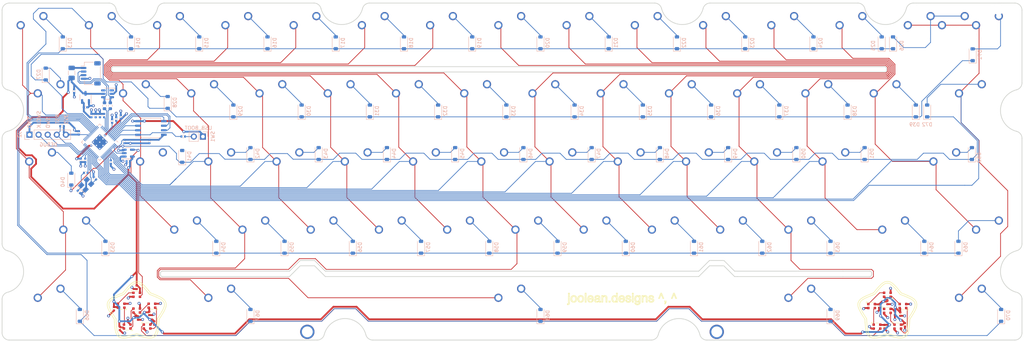
<source format=kicad_pcb>
(kicad_pcb (version 20221018) (generator pcbnew)
  (layers (0 "F.Cu" signal) (31 "B.Cu" signal) (34 "B.Paste" user) (35 "F.Paste" user) (36 "B.SilkS" user "B.Silkscreen") (37 "F.SilkS" user "F.Silkscreen") (38 "B.Mask" user) (39 "F.Mask" user) (44 "Edge.Cuts" user))
  (net 0 "")
  (net 1 "+1V1")
  (net 2 "GND")
  (net 3 "+3V3")
  (net 4 "XTAL_IN")
  (net 5 "/XTAL_O")
  (net 6 "+5V")
  (net 7 "Net-(D1-DOUT)")
  (net 8 "ARGB_5V")
  (net 9 "Net-(D2-DOUT)")
  (net 10 "Net-(D3-DOUT)")
  (net 11 "Net-(D4-DOUT)")
  (net 12 "Net-(D5-DOUT)")
  (net 13 "Net-(D6-DOUT)")
  (net 14 "Net-(D7-DOUT)")
  (net 15 "Net-(D8-DOUT)")
  (net 16 "Net-(D10-DIN)")
  (net 17 "Net-(D10-DOUT)")
  (net 18 "Net-(D11-DOUT)")
  (net 20 "ROW0")
  (net 21 "Net-(D13-A)")
  (net 22 "Net-(D14-A)")
  (net 23 "Net-(D15-A)")
  (net 24 "Net-(D16-A)")
  (net 25 "Net-(D17-A)")
  (net 26 "Net-(D18-A)")
  (net 27 "Net-(D19-A)")
  (net 28 "Net-(D20-A)")
  (net 29 "Net-(D21-A)")
  (net 30 "Net-(D22-A)")
  (net 31 "Net-(D23-A)")
  (net 32 "Net-(D24-A)")
  (net 33 "Net-(D25-A)")
  (net 34 "Net-(D26-A)")
  (net 35 "ROW1")
  (net 36 "Net-(D27-A)")
  (net 37 "Net-(D28-A)")
  (net 38 "Net-(D29-A)")
  (net 39 "Net-(D30-A)")
  (net 40 "Net-(D31-A)")
  (net 41 "Net-(D32-A)")
  (net 42 "Net-(D33-A)")
  (net 43 "Net-(D34-A)")
  (net 44 "Net-(D35-A)")
  (net 45 "Net-(D36-A)")
  (net 46 "Net-(D37-A)")
  (net 47 "Net-(D38-A)")
  (net 48 "Net-(D39-A)")
  (net 49 "ROW2")
  (net 50 "Net-(D40-A)")
  (net 51 "Net-(D41-A)")
  (net 52 "Net-(D42-A)")
  (net 53 "Net-(D43-A)")
  (net 54 "Net-(D44-A)")
  (net 55 "Net-(D45-A)")
  (net 56 "Net-(D46-A)")
  (net 57 "Net-(D47-A)")
  (net 58 "Net-(D48-A)")
  (net 59 "Net-(D49-A)")
  (net 60 "Net-(D50-A)")
  (net 61 "Net-(D51-A)")
  (net 62 "Net-(D52-A)")
  (net 63 "ROW3")
  (net 64 "Net-(D53-A)")
  (net 65 "Net-(D54-A)")
  (net 66 "Net-(D55-A)")
  (net 67 "Net-(D56-A)")
  (net 68 "Net-(D57-A)")
  (net 69 "Net-(D58-A)")
  (net 70 "Net-(D59-A)")
  (net 71 "Net-(D60-A)")
  (net 72 "Net-(D61-A)")
  (net 73 "Net-(D62-A)")
  (net 74 "Net-(D63-A)")
  (net 75 "Net-(D64-A)")
  (net 76 "Net-(D65-A)")
  (net 77 "ROW4")
  (net 78 "Net-(D66-A)")
  (net 79 "Net-(D67-A)")
  (net 80 "Net-(D68-A)")
  (net 81 "Net-(D69-A)")
  (net 82 "Net-(D70-A)")
  (net 83 "Net-(D71-A)")
  (net 84 "Net-(D72-A)")
  (net 85 "VBUS")
  (net 86 "D_N")
  (net 87 "D_P")
  (net 88 "~{RESET}")
  (net 89 "SWD")
  (net 90 "SWCLK")
  (net 91 "/D_+")
  (net 92 "/D_-")
  (net 93 "XTAL_OUT")
  (net 94 "/~{USB_BOOT}")
  (net 95 "CS")
  (net 96 "COL00")
  (net 97 "COL01")
  (net 98 "COL02")
  (net 99 "COL03")
  (net 100 "COL04")
  (net 101 "COL05")
  (net 102 "COL06")
  (net 103 "COL07")
  (net 104 "COL08")
  (net 105 "COL09")
  (net 106 "COL10")
  (net 107 "COL11")
  (net 108 "COL12")
  (net 109 "COL13")
  (net 112 "SD1")
  (net 113 "SD2")
  (net 114 "SD0")
  (net 115 "QSPI_CLK")
  (net 116 "SD3")
  (net 117 "ARGB_3V3")
  (footprint "marbastlib-mx:SW_MX_1u" (layer "F.Cu") (at 298.45 41.275)
    (fp_text reference "SW15" hide)
    (fp_text value "MX_SW_solder" hide)
  )
  (footprint "marbastlib-mx:SW_MX_1u" (layer "F.Cu") (at 146.05 60.325)
    (fp_text reference "SW22" hide)
    (fp_text value "MX_SW_solder" hide)
  )
  (footprint "marbastlib-mx:STAB_MX_2u" (layer "F.Cu") (at 298.45 41.275)
    (fp_text reference "S1" hide)
    (fp_text value "2U_BACKSPACE")
  )
  (footprint "marbastlib-mx:SW_MX_1u" (layer "F.Cu") (at 307.975 98.425)
    (fp_text reference "SW55" hide)
    (fp_text value "MX_SW_solder" hide)
  )
  (footprint "marbastlib-mx:SW_MX_1u" (layer "F.Cu") (at 279.4 60.325)
    (fp_text reference "SW29" hide)
    (fp_text value "MX_SW_solder" hide)
  )
  (footprint "marbastlib-mx:SW_MX_1u" (layer "F.Cu") (at 112.7125 79.375)
    (fp_text reference "SW33" hide)
    (fp_text value "MX_SW_solder" hide)
  )
  (footprint "marbastlib-mx:SW_MX_1u" (layer "F.Cu") (at 203.2 60.325)
    (fp_text reference "SW25" hide)
    (fp_text value "MX_SW_solder" hide)
  )
  (footprint "marbastlib-mx:SW_MX_1u" (layer "F.Cu") (at 255.5875 98.425)
    (fp_text reference "SW53" hide)
    (fp_text value "MX_SW_solder" hide)
  )
  (footprint "Capacitor_SMD:C_0402_1005Metric" (layer "F.Cu") (at 73.35 119.3 -90)
    (fp_text reference "C23" hide)
    (fp_text value "100nF")
  )
  (footprint "marbastlib-mx:SW_MX_1.5u" (layer "F.Cu") (at 46.0375 60.325)
    (fp_text reference "SW17" hide)
    (fp_text value "MX_SW_solder" hide)
  )
  (footprint "marbastlib-mx:SW_MX_1u" (layer "F.Cu") (at 265.1125 79.375)
    (fp_text reference "SW41" hide)
    (fp_text value "MX_SW_solder" hide)
  )
  (footprint "marbastlib-mx:STAB_MX_2.25u" (layer "F.Cu") (at 296.06875 79.375)
    (fp_text reference "S2" hide)
    (fp_text value "2.25_ANSI_ENTER")
  )
  (footprint "marbastlib-mx:SW_MX_1u" (layer "F.Cu") (at 169.8625 79.375)
    (fp_text reference "SW36" hide)
    (fp_text value "MX_SW_solder" hide)
  )
  (footprint "marbastlib-various:LED_WS2812_2020" (layer "F.Cu") (at 72.75 122.975)
    (fp_text reference "D6" hide)
    (fp_text value "WS2812_2020")
  )
  (footprint "marbastlib-various:LED_WS2812_2020" (layer "F.Cu") (at 74.1 117.15 180)
    (fp_text reference "D5" hide)
    (fp_text value "WS2812_2020")
  )
  (footprint "marbastlib-various:LED_WS2812_2020" (layer "F.Cu") (at 65.5 117.15 180)
    (fp_text reference "D2" hide)
    (fp_text value "WS2812_2020")
  )
  (footprint "marbastlib-mx:SW_MX_1u" (layer "F.Cu") (at 141.2875 98.425)
    (fp_text reference "SW47" hide)
    (fp_text value "MX_SW_solder" hide)
  )
  (footprint "marbastlib-mx:SW_MX_1u" (layer "F.Cu") (at 212.725 41.275)
    (fp_text reference "SW11" hide)
    (fp_text value "MX_SW_solder" hide)
  )
  (footprint "marbastlib-mx:SW_MX_1u" (layer "F.Cu") (at 103.1875 98.425)
    (fp_text reference "SW45" hide)
    (fp_text value "MX_SW_solder" hide)
  )
  (footprint "marbastlib-mx:SW_MX_1.5u" (layer "F.Cu") (at 93.6625 117.475)
    (fp_text reference "SW57" hide)
    (fp_text value "MX_SW_solder" hide)
  )
  (footprint "marbastlib-mx:SW_MX_1.5u" (layer "F.Cu") (at 46.0375 117.475)
    (fp_text reference "SW56" hide)
    (fp_text value "MX_SW_solder" hide)
  )
  (footprint "marbastlib-mx:SW_MX_1u" (layer "F.Cu") (at 184.15 60.325)
    (fp_text reference "SW24" hide)
    (fp_text value "MX_SW_solder" hide)
  )
  (footprint "marbastlib-mx:SW_MX_1.5u" (layer "F.Cu") (at 255.5875 117.475)
    (fp_text reference "SW59" hide)
    (fp_text value "MX_SW_solder" hide)
  )
  (footprint "marbastlib-mx:SW_MX_1u" (layer "F.Cu") (at 136.525 41.275)
    (fp_text reference "SW7" hide)
    (fp_text value "MX_SW_solder" hide)
  )
  (footprint "marbastlib-mx:SW_MX_1u" (layer "F.Cu") (at 107.95 60.325)
    (fp_text reference "SW20" hide)
    (fp_text value "MX_SW_solder" hide)
  )
  (footprint "Capacitor_SMD:C_0402_1005Metric" (layer "F.Cu") (at 70.2 120.6 -90)
    (fp_text reference "C22" hide)
    (fp_text value "100nF")
  )
  (footprint "marbastlib-mx:SW_MX_1u" (layer "F.Cu") (at 41.275 41.275)
    (fp_text reference "SW2" hide)
    (fp_text value "MX_SW_solder" hide)
  )
  (footprint "marbastlib-various:LED_WS2812_2020" (layer "F.Cu") (at 276.5 123)
    (fp_text reference "D7" hide)
    (fp_text value "WS2812_2020")
  )
  (footprint "marbastlib-mx:SW_MX_1u" (layer "F.Cu") (at 74.6125 79.375)
    (fp_text reference "SW31" hide)
    (fp_text value "MX_SW_solder" hide)
  )
  (footprint "marbastlib-mx:SW_MX_1u" (layer "F.Cu") (at 241.3 60.325)
    (fp_text reference "SW27" hide)
    (fp_text value "MX_SW_solder" hide)
  )
  (footprint "marbastlib-mx:SW_MX_1u" (layer "F.Cu") (at 93.6625 79.375)
    (fp_text reference "SW32" hide)
    (fp_text value "MX_SW_solder" hide)
  )
  (footprint "marbastlib-various:LED_WS2812_2020" (layer "F.Cu") (at 282.3 123)
    (fp_text reference "D11" hide)
    (fp_text value "WS2812_2020")
  )
  (footprint "Capacitor_SMD:C_0402_1005Metric" (layer "F.Cu") (at 278.6 123 -90)
    (fp_text reference "C25" hide)
    (fp_text value "100nF")
  )
  (footprint "marbastlib-mx:SW_MX_1u" (layer "F.Cu") (at 131.7625 79.375)
    (fp_text reference "SW34" hide)
    (fp_text value "MX_SW_solder" hide)
  )
  (footprint "marbastlib-mx:SW_MX_1u" (layer "F.Cu") (at 188.9125 79.375)
    (fp_text reference "SW37" hide)
    (fp_text value "MX_SW_solder" hide)
  )
  (footprint "marbastlib-mx:SW_MX_1u" (layer "F.Cu") (at 193.675 41.275)
    (fp_text reference "SW10" hide)
    (fp_text value "MX_SW_solder" hide)
  )
  (footprint "marbastlib-mx:SW_MX_1u" (layer "F.Cu") (at 127 60.325)
    (fp_text reference "SW21" hide)
    (fp_text value "MX_SW_solder" hide)
  )
  (footprint "marbastlib-mx:SW_MX_1u" (layer "F.Cu") (at 60.325 41.275)
    (fp_text reference "SW3" hide)
    (fp_text value "MX_SW_solder" hide)
  )
  (footprint "marbastlib-mx:SW_MX_1u" (layer "F.Cu") (at 207.9625 79.375)
    (fp_text reference "SW38" hide)
    (fp_text value "MX_SW_solder" hide)
  )
  (footprint "marbastlib-mx:SW_MX_1u" (layer "F.Cu") (at 198.4375 98.425)
    (fp_text reference "SW50" hide)
    (fp_text value "MX_SW_solder" hide)
  )
  (footprint "marbastlib-mx:SW_MX_1u" (layer "F.Cu") (at 236.5375 98.425)
    (fp_text reference "SW52" hide)
    (fp_text value "MX_SW_solder" hide)
  )
  (footprint "Capacitor_SMD:C_0402_1005Metric" (layer "F.Cu") (at 74.75 122 -90)
    (fp_text reference "C24" hide)
    (fp_text value "100nF")
  )
  (footprint "marbastlib-mx:SW_MX_1u" (layer "F.Cu") (at 250.825 41.275)
    (fp_text reference "SW13" hide)
    (fp_text value "MX_SW_solder" hide)
  )
  (footprint "marbastlib-various:LED_WS2812_2020" (layer "F.Cu") (at 69.85 118.5 180)
    (fp_text reference "D4" hide)
    (fp_text value "WS2812_2020")
  )
  (footprint "marbastlib-mx:SW_MX_1u" (layer "F.Cu") (at 150.8125 79.375)
    (fp_text reference "SW35" hide)
    (fp_text value "MX_SW_solder" hide)
  )
  (footprint "Capacitor_SMD:C_0402_1005Metric" (layer "F.Cu") (at 69.85 112.008 -90)
    (fp_text reference "C19" hide)
    (fp_text value "100nF")
  )
  (footprint "Capacitor_SMD:C_0402_1005Metric" (layer "F.Cu") (at 63.5 118 -90)
    (fp_text reference "C20" hide)
    (fp_text value "100nF")
  )
  (footprint "marbastlib-mx:STAB_MX_P_7u" (layer "F.Cu") (at 174.625 117.475 180)
    (fp_text reference "S3" hide)
    (fp_text value "7U_SPACEBAR")
  )
  (footprint "marbastlib-mx:SW_MX_1u" (layer "F.Cu") (at 227.0125 79.375)
    (fp_text reference "SW39" hide)
    (fp_text value "MX_SW_solder" hide)
  )
  (footprint "marbastlib-mx:SW_MX_1u" (layer "F.Cu") (at 165.1 60.325)
    (fp_text reference "SW23" hide)
    (fp_text value "MX_SW_solder" hide)
  )
  (footprint "marbastlib-mx:SW_MX_1u" (layer "F.Cu") (at 217.4875 98.425)
    (fp_text reference "SW51" hide)
    (fp_text value "MX_SW_solder" hide)
  )
  (footprint "Capacitor_SMD:C_0402_1005Metric" (layer "F.Cu") (at 279.4 116.25 -90)
    (fp_text reference "C27" hide)
    (fp_text value "100nF")
  )
  (footprint "marbastlib-mx:SW_MX_1u" (layer "F.Cu") (at 53.18125 98.425)
    (fp_text reference "SW43" hide)
    (fp_text value "MX_SW_solder" hide)
  )
  (footprint "marbastlib-mx:SW_MX_1u" (layer "F.Cu") (at 307.975 41.275)
    (fp_text reference "SW61" hide)
    (fp_text value "MX_SW_solder" hide)
  )
  (footprint "marbastlib-mx:SW_MX_1u" (layer "F.Cu") (at 84.1375 98.425)
    (fp_text reference "SW44" hide)
    (fp_text value "MX_SW_solder" hide)
  )
  (footprint "marbastlib-mx:SW_MX_1u" (layer "F.Cu") (at 174.625 117.475)
    (fp_text reference "SW58" hide)
    (fp_text value "MX_SW_solder" hide)
  )
  (footprint "Capacitor_SMD:C_0402_1005Metric" (layer "F.Cu") (at 277.1 117.25 -90)
    (fp_text reference "C26" hide)
    (fp_text value "100nF")
  )
  (footprint "marbastlib-mx:SW_MX_1u" (layer "F.Cu") (at 69.85 60.325)
    (fp_text reference "SW18" hide)
    (fp_text value "MX_SW_solder" hide)
  )
  (footprint "marbastlib-mx:SW_MX_1u" (layer "F.Cu") (at 98.425 41.275)
    (fp_text reference "SW5" hide)
    (fp_text value "MX_SW_solder" hide)
  )
  (footprint "marbastlib-mx:SW_MX_1u" (layer "F.Cu") (at 117.475 41.275)
    (fp_text reference "SW6" hide)
    (fp_text value "MX_SW_solder" hide)
  )
  (footprint "marbastlib-various:LED_WS2812_2020" (layer "F.Cu") (at 279.4 114.09625 180)
    (fp_text reference "D9" hide)
    (fp_text value "WS2812_2020")
  )
  (footprint "marbastlib-various:LED_WS2812_2020" (layer "F.Cu") (at 67.2 122.975 180)
    (fp_text reference "D3" hide)
    (fp_text value "WS2812_2020")
  )
  (footprint "marbastlib-mx:SW_MX_1u" (layer "F.Cu") (at 260.35 60.325)
    (fp_text reference "SW28" hide)
    (fp_text value "MX_SW_solder" hide)
  )
  (footprint "marbastlib-mx:SW_MX_1u" (layer "F.Cu") (at 160.3375 98.425)
    (fp_text reference "SW48" hide)
    (fp_text value "MX_SW_solder" hide)
  )
  (footprint "Capacitor_SMD:C_0402_1005Metric" (layer "F.Cu") (at 65.1475 123.5 -90)
    (fp_text reference "C21" hide)
    (fp_text value "100nF")
  )
  (footprint "marbastlib-mx:SW_MX_1.5u" (layer "F.Cu") (at 303.2125 117.475)
    (fp_text reference "SW60" hide)
    (fp_text value "MX_SW_solder" hide)
  )
  (footprint "marbastlib-mx:SW_MX_1u" (layer "F.Cu") (at 179.3875 98.425)
    (fp_text reference "SW49" hide)
    (fp_text value "MX_SW_solder" hide)
  )
  (footprint "marbastlib-various:LED_WS2812_2020" (layer "F.Cu") (at 283.75 117.25 180)
    (fp_text reference "D10" hide)
    (fp_text value "WS2812_2020")
  )
  (footprint "marbastlib-mx:SW_MX_1.75u_stp" (layer "F.Cu") (at 43.65625 79.375)
    (fp_text reference "SW30" hide)
    (fp_text value "MX_SW_solder" hide)
  )
  (footprint "marbastlib-mx:SW_MX_1u" (layer "F.Cu") (at 222.25 60.325)
    (fp_text reference "SW26" hide)
    (fp_text value "MX_SW_solder" hide)
  )
  (footprint "marbastlib-mx:SW_MX_1.5u" (layer "F.Cu") (at 303.2125 60.325)
    (fp_text reference "SW62" hide)
    (fp_text value "MX_SW_solder" hide)
  )
  (footprint "marbastlib-mx:SW_MX_1u" (layer "F.Cu") (at 288.925 41.275)
    (fp_text reference "SW16" hide)
    (fp_text value "MX_SW_solder" hide)
  )
  (footprint "marbastlib-mx:SW_MX_1u" (layer "F.Cu") (at 269.875 41.275)
    (fp_text reference "SW14" hide)
    (fp_text value "MX_SW_solder" hide)
  )
  (footprint "marbastlib-various:LED_WS2812_2020" (layer "F.Cu") (at 69.85 114.1)
    (fp_text reference "D1" hide)
    (fp_text value "WS2812_2020")
  )
  (footprint "marbastlib-mx:SW_MX_1u" (layer "F.Cu") (at 122.2375 98.425)
    (fp_text reference "SW46" hide)
    (fp_text value "MX_SW_solder" hide)
  )
  (footprint "marbastlib-mx:SW_MX_1u" (layer "F.Cu") (at 246.0625 79.375)
    (fp_text reference "SW40" hide)
    (fp_text value "MX_SW_solder" hide)
  )
  (footprint "marbastlib-mx:STAB_MX_2.25u" (layer "F.Cu") (at 53.18125 98.425)
    (fp_text reference "S4" hide)
    (fp_text value "2.25_LEFT_SHIFT")
  )
  (footprint "marbastlib-mx:SW_MX_1u" (layer "F.Cu") (at 231.775 41.275)
    (fp_text reference "SW12" hide)
    (fp_text value "MX_SW_solder" hide)
  )
  (footprint "marbastlib-mx:SW_MX_1u" (layer "F.Cu") (at 174.625 41.275)
    (fp_text reference "SW9" hide)
    (fp_text value "MX_SW_solder" hide)
  )
  (footprint "marbastlib-mx:SW_MX_1u" (layer "F.Cu") (at 88.9 60.325)
    (fp_text reference "SW19" hide)
    (fp_text value "MX_SW_solder" hide)
  )
  (footprint "marbastlib-mx:SW_MX_1u" (layer "F.Cu") (at 296.06875 79.375)
    (fp_text reference "SW42" hide)
    (fp_text value "MX_SW_solder" hide)
  )
  (footprint "Capacitor_SMD:C_0402_1005Metric" (layer "F.Cu") (at 281.5 119.25 -90)
    (fp_text reference "C30" hide)
    (fp_text value "100nF")
  )
  (footprint "marbastlib-mx:SW_MX_1u" (layer "F.Cu") (at 79.375 41.275)
    (fp_text reference "SW4" hide)
    (fp_text value "MX_SW_solder" hide)
  )
  (footprint "Capacitor_SMD:C_0402_1005Metric" (layer "F.Cu") (at 283 119.5 -90)
    (fp_text reference "C28" hide)
    (fp_text value "100nF")
  )
  (footprint "marbastlib-various:LED_WS2812_2020" (layer "F.Cu") (at 279.4 118.6)
    (fp_text reference "D12" hide)
    (fp_text value "WS2812_2020")
  )
  (footprint "marbastlib-mx:SW_MX_1u" (layer "F.Cu") (at 155.575 41.275)
    (fp_text reference "SW8" hide)
    (fp_text value "MX_SW_solder" hide)
  )
  (footprint "Capacitor_SMD:C_0402_1005Metric" (layer "F.Cu") (at 284.3 122.5 -90)
    (fp_text reference "C29" hide)
    (fp_text value "100nF")
  )
  (footprint "marbastlib-various:LED_WS2812_2020" (layer "F.Cu") (at 275 117.25)
    (fp_text reference "D8" hide)
    (fp_text value "WS2812_2020")
  )
  (footprint "marbastlib-mx:SW_MX_1.75u" (layer "F.Cu") (at 281.78125 98.425)
    (fp_text reference "SW54" hide)
    (fp_text value "MX_SW_solder" hide)
  )
  (footprint "Capacitor_SMD:C_0402_1005Metric" (layer "B.Cu") (at 57.2 64 90)
    (fp_text reference "C4" hide)
    (fp_text value "10uF")
  )
  (footprint "Capacitor_SMD:C_0402_1005Metric" (layer "B.Cu") (at 53.721 85.344 135)
    (fp_text reference "C14" hide)
    (fp_text value "22pF")
  )
  (footprint "Connector_PinSocket_2.54mm:PinSocket_1x05_P2.54mm_Vertical" (layer "B.Cu") (at 39.92 69.342 -90)
    (fp_text reference "J2")
    (fp_text value "SWD")
  )
  (footprint "Diode_SMD:D_SOD-123" (layer "B.Cu") (at 206.375 100.80625 90)
    (fp_text reference "D60")
    (fp_text value "D_Small")
  )
  (footprint "Diode_SMD:D_SOD-123" (layer "B.Cu") (at 61.11875 100.80625 90)
    (fp_text reference "D53")
    (fp_text value "D_Small")
  )
  (footprint "Package_SO:SOIC-8_5.23x5.23mm_P1.27mm" (layer "B.Cu") (at 73.81875 67.46875)
    (fp_text reference "U4" hide)
    (fp_text value "W25Q128JVS")
  )
  (footprint "Diode_SMD:D_SOD-123" (layer "B.Cu") (at 78.5 60.325 90)
    (fp_text reference "D28")
    (fp_text value "D_Small")
  )
  (footprint "Diode_SMD:D_SOD-123" (layer "B.Cu") (at 192.0875 62.70625 90)
    (fp_text reference "D34")
    (fp_text value "D_Small")
  )
  (footprint "Diode_SMD:D_SOD-123" (layer "B.Cu") (at 163.5125 43.65625 90)
    (fp_text reference "D19")
    (fp_text value "D_Small")
  )
  (footprint "Diode_SMD:D_SOD-123" (layer "B.Cu") (at 280.9875 43.65625 90)
    (fp_text reference "D26")
    (fp_text value "D_Small")
  )
  (footprint "Diode_SMD:D_SOD-123" (layer "B.Cu") (at 144.4625 43.65625 90)
    (fp_text reference "D18")
    (fp_text value "D_Small")
  )
  (footprint "Resistor_SMD:R_0603_1608Metric" (layer "B.Cu") (at 62.484 61.25 -90)
    (fp_text reference "R2" hide)
    (fp_text value "27R")
  )
  (footprint "Diode_SMD:D_SOD-123" (layer "B.Cu") (at 220.6625 43.65625 90)
    (fp_text reference "D22")
    (fp_text value "D_Small")
  )
  (footprint "Diode_SMD:D_SOD-123" (layer "B.Cu") (at 290.5125 62.70625 90)
    (fp_text reference "D72")
    (fp_text value "D_Small")
  )
  (footprint "Diode_SMD:D_SOD-123" (layer "B.Cu") (at 273.05 74.6125 90)
    (fp_text reference "D51")
    (fp_text value "D_Small")
  )
  (footprint "Diode_SMD:D_SOD-123" (layer "B.Cu") (at 134.9375 62.70625 90)
    (fp_text reference "D31")
    (fp_text value "D_Small")
  )
  (footprint "Diode_SMD:D_SOD-123" (layer "B.Cu") (at 44.45 52.3875 90)
    (fp_text reference "D27")
    (fp_text value "D_Small")
  )
  (footprint "Diode_SMD:D_SOD-123" (layer "B.Cu") (at 92.075 100.80625 90)
    (fp_text reference "D54")
    (fp_text value "D_Small")
  )
  (footprint "Capacitor_SMD:C_0402_1005Metric" (layer "B.Cu") (at 66.421 71.247 -90)
    (fp_text reference "C5" hide)
    (fp_text value "1uF")
  )
  (footprint "Diode_SMD:D_SOD-123" (layer "B.Cu") (at 101.6 119.85625 90)
    (fp_text reference "D67")
    (fp_text value "D_Small")
  )
  (footprint "Diode_SMD:D_SOD-123" (layer "B.Cu") (at 51.59375 81.75625 90)
    (fp_text reference "D40")
    (fp_text value "D_Small")
  )
  (footprint "Diode_SMD:D_SOD-123" (layer "B.Cu") (at 177.8 74.6125 90)
    (fp_text reference "D46")
    (fp_text value "D_Small")
  )
  (footprint "Diode_SMD:D_SOD-123" (layer "B.Cu") (at 101.6 74.6125 90)
    (fp_text reference "D42")
    (fp_text value "D_Small")
  )
  (footprint "Diode_SMD:D_SOD-123" (layer "B.Cu") (at 125.4125 43.65625 90)
    (fp_text reference "D17")
    (fp_text value "D_Small")
  )
  (footprint "Diode_SMD:D_SOD-123" (layer "B.Cu") (at 82.55 75.40625 90)
    (fp_text reference "D41")
    (fp_text value "D_Small")
  )
  (footprint "Diode_SMD:D_SOD-123" (layer "B.Cu") (at 263.525 119.85625 90)
    (fp_text reference "D69")
    (fp_text value "D_Small")
  )
  (footprint "Sleep-Lib:RP2040-QFN-56" (layer "B.Cu") (at 59.53125 71.4375 135)
    (fp_text reference "U6" hide)
    (fp_text value "RP2040")
  )
  (footprint "Diode_SMD:D_SOD-123" (layer "B.Cu") (at 249.2375 62.70625 90)
    (fp_text reference "D37")
    (fp_text value "D_Small")
  )
  (footprint "Diode_SMD:D_SOD-123" (layer "B.Cu") (at 87.3125 43.65625 90)
    (fp_text reference "D15")
    (fp_text value "D_Small")
  )
  (footprint "Capacitor_SMD:C_0402_1005Metric" (layer "B.Cu") (at 59.6 64 90)
    (fp_text reference "C10" hide)
    (fp_text value "100nF")
  )
  (footprint "Diode_SMD:D_SOD-123" (layer "B.Cu") (at 211.1375 62.70625 90)
    (fp_text reference "D35")
    (fp_text value "D_Small")
  )
  (footprint "Package_TO_SOT_SMD:SOT-23-3" (layer "B.Cu") (at 55.5625 58.928 90)
    (fp_text reference "U2" hide)
    (fp_text value "XC6206PxxxMR")
  )
  (footprint "Diode_SMD:D_SOD-123" (layer "B.Cu") (at 139.7 74.6125 90)
    (fp_text reference "D44")
    (fp_text value "D_Small")
  )
  (footprint "Capacitor_SMD:C_0402_1005Metric" (layer "B.Cu") (at 62.992 65.532 90)
    (fp_text reference "C11" hide)
    (fp_text value "100nF")
  )
  (footprint "Diode_SMD:D_SOD-123" (layer "B.Cu") (at 130.175 100.80625 90)
    (fp_text reference "D56")
    (fp_text value "D_Small")
  )
  (footprint "Diode_SMD:D_SOD-123" (layer "B.Cu") (at 115.8875 62.70625 90)
    (fp_text reference "D30")
    (fp_text value "D_Small")
  )
  (footprint "Diode_SMD:D_SOD-123" (layer "B.Cu") (at 234.95 74.6125 90)
    (fp_text reference "D49")
    (fp_text value "D_Small")
  )
  (footprint "Diode_SMD:D_SOD-123" (layer "B.Cu") (at 120.65 74.6125 90)
    (fp_text reference "D43")
    (fp_text value "D_Small")
  )
  (footprint "Diode_SMD:D_SOD-123" (layer "B.Cu") (at 168.275 100.80625 90)
    (fp_text reference "D58")
    (fp_text value "D_Small")
  )
  (footprint "Capacitor_SMD:C_0402_1005Metric" (layer "B.Cu") (at 58.4 64 90)
    (fp_text reference "C6" hide)
    (fp_text value "100nF")
  )
  (footprint "Fuse:Fuse_1206_3216Metric" (layer "B.Cu") (at 51.689 52.07 -90)
    (fp_text reference "F1" hide)
    (fp_text value "500mA")
  )
  (footprint "Diode_SMD:D_SOD-123" (layer "B.Cu") (at 263.525 100.80625 90)
    (fp_text reference "D63")
    (fp_text value "D_Small")
  )
  (footprint "Diode_SMD:D_SOD-123" (layer "B.Cu") (at 106.3625 43.65625 90)
    (fp_text reference "D16")
    (fp_text value "D_Small")
  )
  (footprint "Diode_SMD:D_SOD-123" (layer "B.Cu") (at 96.8375 62.70625 90)
    (fp_text reference "D29")
    (fp_text value "D_Small")
  )
  (footprint "Capacitor_SMD:C_0402_1005Metric" (layer "B.Cu") (at 60.77 64 90)
    (fp_text reference "C2" hide)
    (fp_text value "100nF")
  )
  (footprint "Resistor_SMD:R_0402_1005Metric" (layer "B.Cu") (at 55.626 80.01)
    (fp_text reference "R4" hide)
    (fp_text value "1k")
  )
  (footprint "Diode_SMD:D_SOD-123" (layer "B.Cu") (at 268.2875 62.70625 90)
    (fp_text reference "D38")
    (fp_text value "D_Small")
  )
  (footprint "Connector_JST:JST_SH_SM04B-SRSS-TB_1x04-1MP_P1.00mm_Horizontal" (layer "B.Cu") (at 57.023 52.197 -90)
    (fp_text reference "J1" hide)
    (fp_text value "JST SH 4-pin")
  )
  (footprint "Diode_SMD:D_SOD-123" (layer "B.Cu") (at 111.125 100.80625 90)
    (fp_text reference "D55")
    (fp_text value "D_Small")
  )
  (footprint "Diode_SMD:D_SOD-123" (layer "B.Cu") (at 182.5625 119.85625 90)
    (fp_text reference "D68")
    (fp_text value "D_Small")
  )
  (footprint "Diode_SMD:D_SOD-123" (layer "B.Cu") (at 244.475 100.80625 90)
    (fp_text reference "D62")
    (fp_text value "D_Small")
  )
  (footprint "Capacitor_SMD:C_0402_1005Metric" (layer "B.Cu") (at 54.229 76.51375 -90)
    (fp_text reference "C3" hide)
    (fp_text value "100nF")
  )
  (footprint "Diode_SMD:D_SOD-123" (layer "B.Cu") (at 196.85 74.6125 90)
    (fp_text reference "D47")
    (fp_text value "D_Small")
  )
  (footprint "Diode_SMD:D_SOD-123" (layer "B.Cu") (at 201.6125 43.65625 90)
    (fp_text reference "D21")
    (fp_text value "D_Small")
  )
  (footprint "Capacitor_SMD:C_0402_1005Metric" (layer "B.Cu") (at 62.611 77 -90)
    (fp_text reference "C12" hide)
    (fp_text value "100nF")
  )
  (footprint "Capacitor_SMD:C_0402_1005Metric" (layer "B.Cu") (at 65.405 64.389 90)
    (fp_text reference "C1" hide)
    (fp_text value "1uF")
  )
  (footprint "Capacitor_SMD:C_0402_1005Metric" (layer "B.Cu") (at 55.5625 61.69025)
    (fp_text reference "C16" hide)
    (fp_text value "1uF")
  )
  (footprint "Diode_SMD:D_SOD-123" (layer "B.Cu") (at 287.3375 62.70625 90)
    (fp_text reference "D39")
    (fp_text value "D_Small")
  )
  (footprint "Diode_SMD:D_SOD-123" (layer "B.Cu") (at 158.75 74.6125 90)
    (fp_text reference "D45")
    (fp_text value "D_Small")
  )
  (footprint "Diode_SMD:D_SOD-123" (layer "B.Cu") (at 311.15 119.85625 90)
    (fp_text reference "D70")
    (fp_text value "D_Small")
  )
  (footprint "Capacitor_SMD:C_0402_1005Metric" (layer "B.Cu") (at 53.721 68.834 90)
    (fp_text reference "C8" hide)
    (fp_text value "100nF")
  )
  (footprint "Diode_SMD:D_SOD-123" (layer "B.Cu") (at 225.425 100.80625 90)
    (fp_text reference "D61")
    (fp_text value "D_Small")
  )
  (footprint "Diode_SMD:D_SOD-123" (layer "B.Cu") (at 153.9875 62.70625 90)
    (fp_text reference "D32")
    (fp_text value "D_Small")
  )
  (footprint "Capacitor_SMD:C_0402_1005Metric" (layer "B.Cu") (at 52.3875 57.15 -90)
    (fp_text reference "C15" hide)
    (fp_text value "1uF")
  )
  (footprint "Diode_SMD:D_SOD-123" (layer "B.Cu") (at 49.2125 43.65625 90)
    (fp_text reference "D13")
    (fp_text value "D_Small")
  )
  (footprint "Diode_SMD:D_SOD-123" (layer "B.Cu") (at 289.71875 100.80625 90)
    (fp_text reference "D64")
    (fp_text value "D_Small")
  )
  (footprint "Crystal:Crystal_SMD_3225-4Pin_3.2x2.5mm" (layer "B.Cu") (at 55.753 83.312 45)
    (fp_text reference "Y1" hide)
    (fp_text value "12MHz")
  )
  (footprint "Capacitor_SMD:C_0402_1005Metric" (layer "B.Cu") (at 67.5 76.75 180)
    (fp_text reference "C18" hide)
    (fp_text value "100nF")
  )
  (footprint "Capacitor_SMD:C_0402_1005Metric" (layer "B.Cu") (at 58.166 81.534 -45)
    (fp_text reference "C13" hide)
    (fp_text value "22pF")
  )
  (footprint "Diode_SMD:D_SOD-123" (layer "B.Cu") (at 149.225 100.80625 90)
    (fp_text reference "D57")
    (fp_text value "D_Small")
  )
  (footprint "Diode_SMD:D_SOD-123" (layer "B.Cu") (at 230.1875 62.70625 90)
    (fp_text reference "D36")
    (fp_text value "D_Small")
  )
  (footprint "Connector_PinSocket_2.54mm:PinSocket_1x02_P2.54mm_Vertical" (layer "B.Cu") (at 88.33625 69.875 90)
    (fp_text reference "SW1")
    (fp_text value "Boot")
  )
  (footprint "Diode_SMD:D_SOD-123" (layer "B.Cu") (at 173.0375 62.70625 90)
    (fp_text reference "D33")
    (fp_text value "D_Small")
  )
  (footprint "Diode_SMD:D_SOD-123" (layer "B.Cu") (at 68.2625 43.65625 90)
    (fp_text reference "D14")
    (fp_text value "D_Small")
  )
  (footprint "Diode_SMD:D_SOD-123" (layer "B.Cu") (at 254 74.6125 90)
    (fp_text reference "D50")
    (fp_text value "D_Small")
  )
  (footprint "Diode_SMD:D_SOD-123" (layer "B.Cu") (at 187.325 100.80625 90)
    (fp_text reference "D59")
    (fp_text value "D_Small")
  )
  (footprint "Diode_SMD:D_SOD-123" (layer "B.Cu") (at 299.24375 100.80625 90)
    (fp_text reference "D65")
    (fp_text value "D_Small")
  )
  (footprint "Capacitor_SMD:C_0402_1005Metric" (layer "B.Cu") (at 55.499 76.51375 -90)
    (fp_text reference "C9" hide)
    (fp_text value "100nF")
  )
  (footprint "Diode_SMD:D_SOD-123" (layer "B.Cu") (at 303 74.6125 90)
    (fp_text reference "D52")
    (fp_text value "D_Small")
  )
  (footprint "Diode_SMD:D_SOD-123" (layer "B.Cu") (at 258.7625 43.65625 90)
    (fp_text reference "D24")
    (fp_text value "D_Small")
  )
  (footprint "Diode_SMD:D_SOD-123" (layer "B.Cu") (at 303.2125 47 90)
    (fp_text reference "D71")
    (fp_text value "D_Small")
  )
  (footprint "Resistor_SMD:R_0402_1005Metric" (layer "B.Cu") (at 49 66.96075 180)
    (fp_text reference "R1" hide)
    (fp_text value "10k")
  )
  (footprint "Diode_SMD:D_SOD-123" (layer "B.Cu") (at 277.8125 43.65625 90)
    (fp_text reference "D25")
    (fp_text value "D_Small")
  )
  (footprint "Resistor_SMD:R_0402_1005Metric" (layer "B.Cu") (at 82.83375 69.85 180)
    (fp_text reference "R5" hide)
    (fp_text value "1k")
  )
  (footprint "marbastlib-various:SOT-23-6-routable" (layer "B.Cu") (at 61.722 57.912 180)
    (fp_text reference "U3" hide)
    (fp_text value "SRV05-4")
  )
  (footprint "Capacitor_SMD:C_0402_1005Metric" (layer "B.Cu") (at 73.406 71.247 -90)
    (fp_text reference "C17" hide)
    (fp_text value "100nF")
  )
  (footprint "Resistor_SMD:R_0603_1608Metric" (layer "B.Cu") (at 60.86 61.25 -90)
    (fp_text reference "R3" hide)
    (fp_text value "27R")
  )
  (footprint "Diode_SMD:D_SOD-123" (layer "B.Cu") (at 53.975 119.85625 90)
    (fp_text reference "D66")
    (fp_text value "D_Small")
  )
  (footprint "Diode_SMD:D_SOD-123" (layer "B.Cu") (at 239.7125 43.65625 90)
    (fp_text reference "D23")
    (fp_text value "D_Small")
  )
  (footprint "Diode_SMD:D_SOD-123" (layer "B.Cu") (at 182.5625 43.65625 90)
    (fp_text reference "D20")
    (fp_text value "D_Small")
  )
  (footprint "Capacitor_SMD:C_0402_1005Metric" (layer "B.Cu") (at 64.135 64.9605 90)
    (fp_text reference "C7" hide)
    (fp_text value "100nF")
  )
  (footprint "Diode_SMD:D_SOD-123" (layer "B.Cu") (at 215.9 74.6125 90)
    (fp_text reference "D48")
    (fp_text value "D_Small")
  )
  (footprint "Package_TO_SOT_SMD:SOT-23-5" (layer "B.Cu") (at 67.5 74.5)
    (fp_text reference "U5" hide)
    (fp_text value "74AHCT1G125")
  )
  (gr_line (start 210.899364 114.329748) (end 211.190378 114.329748) (stroke (width 0.15)) (layer "F.SilkS"))
  (gr_curve (pts (xy 278.009603 110.864254) (xy 278.40661 110.566078) (xy 278.821963 110.367108) (xy 279.299734 110.341296)) (stroke (width 0.15)) (layer "F.SilkS"))
  (gr_curve (pts (xy 198.748237 114.615657) (xy 198.637617 114.544179) (xy 198.429995 114.544179) (xy 198.429995 114.544179)) (stroke (width 0.15)) (layer "F.SilkS"))
  (gr_curve (pts (xy 281.449507 112.176198) (xy 281.73522 112.489275) (xy 282.078028 112.885887) (xy 282.634072 113.571072)) (stroke (width 0.15)) (layer "F.SilkS"))
  (gr_curve (pts (xy 190.31563 116.576174) (xy 190.358177 116.547241) (xy 190.358177 116.390672) (xy 190.358177 116.390672)) (stroke (width 0.15)) (layer "F.SilkS"))
  (gr_line (start 210.15566 114.346765) (end 210.438162 114.346765) (stroke (width 0.15)) (layer "F.SilkS"))
  (gr_curve (pts (xy 203.777169 115.898843) (xy 203.669953 116.067324) (xy 203.523594 116.142205) (xy 203.523594 116.142205)) (stroke (width 0.15)) (layer "F.SilkS"))
  (gr_curve (pts (xy 208.840138 115.269163) (xy 208.840138 114.811366) (xy 209.063077 114.554391) (xy 209.063077 114.554391)) (stroke (width 0.15)) (layer "F.SilkS"))
  (gr_line (start 203.758449 113.643907) (end 204.052867 113.643907) (stroke (width 0.15)) (layer "F.SilkS"))
  (gr_line (start 199.660423 116.152417) (end 199.660423 114.329747) (stroke (width 0.15)) (layer "F.SilkS"))
  (gr_curve (pts (xy 198.089627 114.673518) (xy 198.033465 114.744997) (xy 198.016447 114.886248) (xy 198.016447 114.886248)) (stroke (width 0.15)) (layer "F.SilkS"))
  (gr_curve (pts (xy 196.903444 115.793328) (xy 196.985134 115.70143) (xy 197.01917 115.580599) (xy 197.01917 115.580599)) (stroke (width 0.15)) (layer "F.SilkS"))
  (gr_curve (pts (xy 69.850617 124.986389) (xy 68.880689 125.252274) (xy 68.321101 125.389927) (xy 67.864943 125.491837)) (stroke (width 0.15)) (layer "F.SilkS"))
  (gr_curve (pts (xy 199.988876 114.923689) (xy 199.966753 115.018992) (xy 199.966753 115.197685) (xy 199.966753 115.197685)) (stroke (width 0.15)) (layer "F.SilkS"))
  (gr_curve (pts (xy 217.531424 116.480871) (xy 217.449738 116.634037) (xy 217.248917 116.669776) (xy 217.248917 116.669776)) (stroke (width 0.15)) (layer "F.SilkS"))
  (gr_line (start 208.18663 113.652417) (end 208.498067 113.652417) (stroke (width 0.15)) (layer "F.SilkS"))
  (gr_curve (pts (xy 203.283636 115.949897) (xy 203.496366 115.949898) (xy 203.632514 115.767801) (xy 203.632514 115.767801)) (stroke (width 0.15)) (layer "F.SilkS"))
  (gr_curve (pts (xy 194.243473 114.796052) (xy 194.114132 114.544179) (xy 193.797589 114.544179) (xy 193.797589 114.544179)) (stroke (width 0.15)) (layer "F.SilkS"))
  (gr_curve (pts (xy 284.776397 124.456034) (xy 284.629161 124.932795) (xy 284.413856 125.270342) (xy 284.07291 125.486215)) (stroke (width 0.15)) (layer "F.SilkS"))
  (gr_curve (pts (xy 76.788168 115.512374) (xy 77.195876 115.799816) (xy 77.450223 116.108976) (xy 77.549967 116.499976)) (stroke (width 0.15)) (layer "F.SilkS"))
  (gr_curve (pts (xy 213.608684 115.10068) (xy 213.938842 115.180666) (xy 214.051166 115.255547) (xy 214.051166 115.255547)) (stroke (width 0.15)) (layer "F.SilkS"))
  (gr_curve (pts (xy 213.797594 115.890333) (xy 213.926932 115.815453) (xy 213.92693 115.660584) (xy 213.92693 115.660584)) (stroke (width 0.15)) (layer "F.SilkS"))
  (gr_curve (pts (xy 205.66621 114.777332) (xy 205.540271 114.556091) (xy 205.245853 114.556091) (xy 205.245853 114.556091)) (stroke (width 0.15)) (layer "F.SilkS"))
  (gr_curve (pts (xy 197.318693 114.937304) (xy 197.345923 115.06324) (xy 197.345923 115.338938) (xy 197.345923 115.338938)) (stroke (width 0.15)) (layer "F.SilkS"))
  (gr_curve (pts (xy 211.786018 114.288903) (xy 212.17404 114.288904) (xy 212.310185 114.559495) (xy 212.310185 114.559495)) (stroke (width 0.15)) (layer "F.SilkS"))
  (gr_line (start 219.697863 113.652417) (end 219.959946 113.652417) (stroke (width 0.15)) (layer "F.SilkS"))
  (gr_curve (pts (xy 209.063077 114.554391) (xy 209.28772 114.297413) (xy 209.604264 114.297413) (xy 209.604264 114.297413)) (stroke (width 0.15)) (layer "F.SilkS"))
  (gr_curve (pts (xy 205.918079 114.615657) (xy 206.009981 114.753506) (xy 206.040612 114.937304) (xy 206.040612 114.937304)) (stroke (width 0.15)) (layer "F.SilkS"))
  (gr_curve (pts (xy 72.151522 125.559549) (xy 71.736284 125.474293) (xy 71.225742 125.355035) (xy 70.373079 125.127739)) (stroke (width 0.15)) (layer "F.SilkS"))
  (gr_curve (pts (xy 287.533352 117.580577) (xy 287.433372 117.92417) (xy 287.281812 118.272803) (xy 287.012454 118.769591)) (stroke (width 0.15)) (layer "F.SilkS"))
  (gr_curve (pts (xy 217.613111 116.125187) (xy 217.613111 116.327706) (xy 217.531424 116.480871) (xy 217.531424 116.480871)) (stroke (width 0.15)) (layer "F.SilkS"))
  (gr_curve (pts (xy 65.973617 113.572456) (xy 66.554098 112.849124) (xy 66.910841 112.426765) (xy 67.212374 112.084692)) (stroke (width 0.15)) (layer "F.SilkS"))
  (gr_curve (pts (xy 213.176424 114.610551) (xy 213.087926 114.676922) (xy 213.087926 114.78584) (xy 213.087926 114.78584)) (stroke (width 0.15)) (layer "F.SilkS"))
  (gr_curve (pts (xy 195.681526 115.275969) (xy 195.681526 114.836895) (xy 195.919782 114.562899) (xy 195.919782 114.562899)) (stroke (width 0.15)) (layer "F.SilkS"))
  (gr_line (start 208.498067 116.152417) (end 208.18663 116.152417) (stroke (width 0.15)) (layer "F.SilkS"))
  (gr_curve (pts (xy 273.619872 120.784745) (xy 273.067401 119.945205) (xy 272.763654 119.455993) (xy 272.52584 119.054002)) (stroke (width 0.15)) (layer "F.SilkS"))
  (gr_curve (pts (xy 273.632515 114.87918) (xy 274.018798 114.704083) (xy 274.502235 114.500461) (xy 275.326352 114.183054)) (stroke (width 0.15)) (layer "F.SilkS"))
  (gr_curve (pts (xy 193.794188 115.955003) (xy 194.098816 115.955004) (xy 194.211137 115.725254) (xy 194.211137 115.725254)) (stroke (width 0.15)) (layer "F.SilkS"))
  (gr_curve (pts (xy 274.703771 113.889058) (xy 274.9391 113.796156) (xy 275.20579 113.692931) (xy 275.523651 113.572477)) (stroke (width 0.15)) (layer "F.SilkS"))
  (gr_curve (pts (xy 284.519807 125.779609) (xy 284.140472 126.088009) (xy 283.668287 126.217393) (xy 283.179149 126.232749)) (stroke (width 0.15)) (layer "F.SilkS"))
  (gr_curve (pts (xy 72.07061 111.626113) (xy 72.347819 111.917847) (xy 72.670559 112.281465) (xy 73.172164 112.889142)) (stroke (width 0.15)) (layer "F.SilkS"))
  (gr_curve (pts (xy 197.320395 115.580598) (xy 197.308481 115.681008) (xy 197.240408 115.805241) (xy 197.240408 115.805241)) (stroke (width 0.15)) (layer "F.SilkS"))
  (gr_curve (pts (xy 213.440206 114.544179) (xy 213.266616 114.544179) (xy 213.176424 114.610551) (xy 213.176424 114.610551)) (stroke (width 0.15)) (layer "F.SilkS"))
  (gr_curve (pts (xy 64.895101 125.898527) (xy 64.484685 125.632889) (xy 64.215886 125.223675) (xy 64.050331 124.763152)) (stroke (width 0.15)) (layer "F.SilkS"))
  (gr_line (start 219.379622 115.121103) (end 219.10052 115.121103) (stroke (width 0.15)) (layer "F.SilkS"))
  (gr_curve (pts (xy 209.217946 114.870932) (xy 209.154979 115.032607) (xy 209.154979 115.294689) (xy 209.154979 115.294689)) (stroke (width 0.15)) (layer "F.SilkS"))
  (gr_curve (pts (xy 204.862942 115.784818) (xy 204.985473 115.9516) (xy 205.242451 115.951599) (xy 205.242451 115.951599)) (stroke (width 0.15)) (layer "F.SilkS"))
  (gr_line (start 200.834691 116.152416) (end 200.834691 115.003676) (stroke (width 0.15)) (layer "F.SilkS"))
  (gr_curve (pts (xy 75.32601 114.749626) (xy 76.097568 115.083515) (xy 76.478664 115.294171) (xy 76.788168 115.512374)) (stroke (width 0.15)) (layer "F.SilkS"))
  (gr_curve (pts (xy 199.260491 115.944791) (xy 199.280913 115.944792) (xy 199.306441 115.94309) (xy 199.306441 115.94309)) (stroke (width 0.15)) (layer "F.SilkS"))
  (gr_curve (pts (xy 203.280232 114.564602) (xy 203.048781 114.564601) (xy 202.904126 114.741592) (xy 202.904126 114.741592)) (stroke (width 0.15)) (layer "F.SilkS"))
  (gr_curve (pts (xy 73.172164 112.889142) (xy 73.333487 113.08458) (xy 73.514386 113.306746) (xy 73.727622 113.572456)) (stroke (width 0.15)) (layer "F.SilkS"))
  (gr_curve (pts (xy 212.905827 116.038394) (xy 212.737346 115.852893) (xy 212.725436 115.580599) (xy 212.725436 115.580599)) (stroke (width 0.15)) (layer "F.SilkS"))
  (gr_curve (pts (xy 271.22206 116.356334) (xy 271.348107 115.884089) (xy 271.654216 115.502375) (xy 272.04101 115.202685)) (stroke (width 0.15)) (layer "F.SilkS"))
  (gr_line (start 205.741089 115.580599) (end 206.042315 115.580599) (stroke (width 0.15)) (layer "F.SilkS"))
  (gr_curve (pts (xy 209.622984 116.669776) (xy 209.975262 116.669776) (xy 210.084181 116.421306) (xy 210.084181 116.421306)) (stroke (width 0.15)) (layer "F.SilkS"))
  (gr_curve (pts (xy 198.959265 114.408032) (xy 199.158382 114.530565) (xy 199.158382 114.789243) (xy 199.158382 114.789243)) (stroke (width 0.15)) (layer "F.SilkS"))
  (gr_curve (pts (xy 207.664166 114.523757) (xy 207.778191 114.676921) (xy 207.774788 114.853913) (xy 207.774788 114.853913)) (stroke (width 0.15)) (layer "F.SilkS"))
  (gr_curve (pts (xy 217.437827 116.172838) (xy 217.437827 116.164329) (xy 217.434421 116.152417) (xy 217.434421 116.152417)) (stroke (width 0.15)) (layer "F.SilkS"))
  (gr_curve (pts (xy 203.632514 115.767801) (xy 203.770361 115.584003) (xy 203.770361 115.241933) (xy 203.770361 115.241933)) (stroke (width 0.15)) (layer "F.SilkS"))
  (gr_curve (pts (xy 198.840138 114.959428) (xy 198.860559 114.918584) (xy 198.860557 114.842001) (xy 198.860557 114.842001)) (stroke (width 0.15)) (layer "F.SilkS"))
  (gr_curve (pts (xy 200.547079 114.288903) (xy 200.935098 114.288903) (xy 201.071246 114.559495) (xy 201.071246 114.559495)) (stroke (width 0.15)) (layer "F.SilkS"))
  (gr_curve (pts (xy 192.305079 114.796051) (xy 192.175738 114.544179) (xy 191.859196 114.544179) (xy 191.859196 114.544179)) (stroke (width 0.15)) (layer "F.SilkS"))
  (gr_curve (pts (xy 209.279212 115.764397) (xy 209.405147 115.92437) (xy 209.616176 115.92437) (xy 209.616176 115.92437)) (stroke (width 0.15)) (layer "F.SilkS"))
  (gr_curve (pts (xy 206.568185 114.442069) (xy 206.755386 114.282097) (xy 207.070226 114.282097) (xy 207.070226 114.282097)) (stroke (width 0.15)) (layer "F.SilkS"))
  (gr_curve (pts (xy 194.32516 115.2113) (xy 194.32516 114.956026) (xy 194.243473 114.796052) (xy 194.243473 114.796052)) (stroke (width 0.15)) (layer "F.SilkS"))
  (gr_curve (pts (xy 191.867706 114.276991) (xy 192.219987 114.276991) (xy 192.46335 114.511844) (xy 192.46335 114.511844)) (stroke (width 0.15)) (layer "F.SilkS"))
  (gr_curve (pts (xy 205.467094 116.189856) (xy 205.356474 116.217087) (xy 205.216923 116.217088) (xy 205.216923 116.217088)) (stroke (width 0.15)) (layer "F.SilkS"))
  (gr_curve (pts (xy 191.859196 114.544179) (xy 191.578394 114.544179) (xy 191.450756 114.758612) (xy 191.450756 114.758612)) (stroke (width 0.15)) (layer "F.SilkS"))
  (gr_curve (pts (xy 287.1 116.5) (xy 287.196144 116.876888) (xy 287.139898 117.255247) (xy 286.950833 117.7392)) (stroke (width 0.15)) (layer "F.SilkS"))
  (gr_curve (pts (xy 76.124427 120.944882) (xy 76.080172 121.871346) (xy 76.039934 122.42283) (xy 75.997152 122.876895)) (stroke (width 0.15)) (layer "F.SilkS"))
  (gr_line (start 201.671996 116.152417) (end 201.671994 115.781415) (stroke (width 0.15)) (layer "F.SilkS"))
  (gr_curve (pts (xy 209.29623 116.567664) (xy 209.400043 116.669775) (xy 209.622984 116.669776) (xy 209.622984 116.669776)) (stroke (width 0.15)) (layer "F.SilkS"))
  (gr_line (start 199.951438 114.329748) (end 199.951437 114.588427) (stroke (width 0.15)) (layer "F.SilkS"))
  (gr_curve (pts (xy 211.328227 114.736487) (xy 211.251641 114.826684) (xy 211.227818 114.923689) (xy 211.227818 114.923689)) (stroke (width 0.15)) (layer "F.SilkS"))
  (gr_curve (pts (xy 67.973192 125.97998) (xy 67.137948 126.166555) (xy 66.677664 126.227215) (xy 66.246377 126.233982)) (stroke (width 0.15)) (layer "F.SilkS"))
  (gr_line (start 220.560694 115.121103) (end 220.283294 115.121102) (stroke (width 0.15)) (layer "F.SilkS"))
  (gr_curve (pts (xy 274.586311 125.38294) (xy 274.286897 125.134518) (xy 274.109954 124.795284) (xy 273.978453 124.292595)) (stroke (width 0.15)) (layer "F.SilkS"))
  (gr_curve (pts (xy 71.100323 110.76304) (xy 71.396317 110.964331) (xy 71.681156 111.216257) (xy 72.07061 111.626113)) (stroke (width 0.15)) (layer "F.SilkS"))
  (gr_curve (pts (xy 74.522876 125.486191) (xy 74.194173 125.694313) (xy 73.816892 125.757921) (xy 73.298145 125.727869)) (stroke (width 0.15)) (layer "F.SilkS"))
  (gr_curve (pts (xy 190.664507 116.423008) (xy 190.664507 116.622124) (xy 190.599838 116.720831) (xy 190.599838 116.720831)) (stroke (width 0.15)) (layer "F.SilkS"))
  (gr_curve (pts (xy 273.784715 123.150008) (xy 273.737669 122.728738) (xy 273.693559 122.206324) (xy 273.646641 121.325158)) (stroke (width 0.15)) (layer "F.SilkS"))
  (gr_line (start 217.613111 115.781415) (end 217.613111 116.125187) (stroke (width 0.15)) (layer "F.SilkS"))
  (gr_line (start 198.533806 115.318515) (end 198.348307 115.342341) (stroke (width 0.15)) (layer "F.SilkS"))
  (gr_line (start 199.158382 114.789243) (end 199.15838 115.839277) (stroke (width 0.15)) (layer "F.SilkS"))
  (gr_line (start 212.073633 116.152417) (end 212.073633 115.003675) (stroke (width 0.15)) (layer "F.SilkS"))
  (gr_curve (pts (xy 196.542656 114.288904) (xy 196.736665 114.288903) (xy 196.91876 114.380802) (xy 196.91876 114.380802)) (stroke (width 0.15)) (layer "F.SilkS"))
  (gr_curve (pts (xy 75.49943 122.829225) (xy 75.420577 123.666448) (xy 75.338127 124.094117) (xy 75.226363 124.456011)) (stroke (width 0.15)) (layer "F.SilkS"))
  (gr_curve (pts (xy 209.061375 115.965214) (xy 208.840137 115.754186) (xy 208.840138 115.269163) (xy 208.840138 115.269163)) (stroke (width 0.15)) (layer "F.SilkS"))
  (gr_line (start 199.966753 115.197685) (end 199.966754 116.152417) (stroke (width 0.15)) (layer "F.SilkS"))
  (gr_curve (pts (xy 196.520533 115.951599) (xy 196.760491 115.951599) (xy 196.903444 115.793328) (xy 196.903444 115.793328)) (stroke (width 0.15)) (layer "F.SilkS"))
  (gr_curve (pts (xy 275.326352 114.183054) (xy 275.479471 114.124079) (xy 275.645462 114.060802) (xy 275.828358 113.99182)) (stroke (width 0.15)) (layer "F.SilkS"))
  (gr_curve (pts (xy 282.7222 112.889166) (xy 282.883523 113.084602) (xy 283.06442 113.306769) (xy 283.277656 113.572479)) (stroke (width 0.15)) (layer "F.SilkS"))
  (gr_curve (pts (xy 271.75637 116.330824) (xy 271.900469 115.969606) (xy 272.168473 115.696808) (xy 272.606215 115.416338)) (stroke (width 0.15)) (layer "F.SilkS"))
  (gr_curve (pts (xy 204.403446 115.27597) (xy 204.403445 114.836895) (xy 204.641701 114.562899) (xy 204.641701 114.562899)) (stroke (width 0.15)) (layer "F.SilkS"))
  (gr_curve (pts (xy 70.373079 125.127739) (xy 70.213441 125.085185) (xy 70.040682 125.038492) (xy 69.850617 124.986389)) (stroke (width 0.15)) (layer "F.SilkS"))
  (gr_line (start 217.434421 116.152417) (end 217.248917 116.152417) (stroke (width 0.15)) (layer "F.SilkS"))
  (gr_curve (pts (xy 67.212374 112.084692) (xy 67.77816 111.442839) (xy 68.114732 111.123226) (xy 68.459569 110.864231)) (stroke (width 0.15)) (layer "F.SilkS"))
  (gr_line (start 220.283294 115.121102) (end 219.830605 113.994486) (stroke (width 0.15)) (layer "F.SilkS"))
  (gr_curve (pts (xy 66.233261 125.734122) (xy 65.734337 125.741202) (xy 65.346832 125.640585) (xy 65.036277 125.382919)) (stroke (width 0.15)) (layer "F.SilkS"))
  (gr_curve (pts (xy 217.439524 116.194962) (xy 217.439522 116.183049) (xy 217.437827 116.172838) (xy 217.437827 116.172838)) (stroke (width 0.15)) (layer "F.SilkS"))
  (gr_curve (pts (xy 77.071348 115.100259) (xy 77.477552 115.385726) (xy 77.795096 115.719295) (xy 77.967234 116.165736)) (stroke (width 0.15)) (layer "F.SilkS"))
  (gr_curve (pts (xy 201.071246 114.559495) (xy 201.146127 114.707555) (xy 201.146127 114.983253) (xy 201.146127 114.983253)) (stroke (width 0.15)) (layer "F.SilkS"))
  (gr_curve (pts (xy 197.19616 114.615657) (xy 197.288062 114.753506) (xy 197.318693 114.937304) (xy 197.318693 114.937304)) (stroke (width 0.15)) (layer "F.SilkS"))
  (gr_line (start 199.360898 115.93458) (end 199.360898 116.160925) (stroke (width 0.15)) (layer "F.SilkS"))
  (gr_curve (pts (xy 76.601364 120.207594) (xy 76.465656 120.420876) (xy 76.310661 120.660904) (xy 76.124427 120.944882)) (stroke (width 0.15)) (layer "F.SilkS"))
  (gr_curve (pts (xy 195.91808 115.970319) (xy 195.681526 115.721851) (xy 195.681526 115.275969) (xy 195.681526 115.275969)) (stroke (width 0.15)) (layer "F.SilkS"))
  (gr_curve (pts (xy 64.082481 114.879156) (xy 64.468763 114.70406) (xy 64.952199 114.500439) (xy 65.776316 114.183032)) (stroke (width 0.15)) (layer "F.SilkS"))
  (gr_curve (pts (xy 279.400651 124.986413) (xy 278.430723 125.252297) (xy 277.871136 125.389949) (xy 277.414977 125.491862)) (stroke (width 0.15)) (layer "F.SilkS"))
  (gr_curve (pts (xy 203.572948 114.385908) (xy 203.654638 114.436964) (xy 203.758449 114.564601) (xy 203.758449 114.564601)) (stroke (width 0.15)) (layer "F.SilkS"))
  (gr_curve (pts (xy 206.782613 114.61055) (xy 206.69412 114.676922) (xy 206.694118 114.78584) (xy 206.694118 114.78584)) (stroke (width 0.15)) (layer "F.SilkS"))
  (gr_line (start 203.758449 114.564601) (end 203.758449 113.643907) (stroke (width 0.15)) (layer "F.SilkS"))
  (gr_curve (pts (xy 212.77649 114.860721) (xy 212.77649 114.602041) (xy 212.961989 114.44207) (xy 212.961989 114.44207)) (stroke (width 0.15)) (layer "F.SilkS"))
  (gr_curve (pts (xy 198.053887 115.876719) (xy 198.150892 115.9533) (xy 198.283635 115.9533) (xy 198.283635 115.9533)) (stroke (width 0.15)) (layer "F.SilkS"))
  (gr_curve (pts (xy 217.413999 116.343023) (xy 217.439524 116.266439) (xy 217.439524 116.194962) (xy 217.439524 116.194962)) (stroke (width 0.15)) (layer "F.SilkS"))
  (gr_curve (pts (xy 214.229856 115.624846) (xy 214.229856 115.868209) (xy 214.044358 116.045201) (xy 214.044358 116.045201)) (stroke (width 0.15)) (layer "F.SilkS"))
  (gr_curve (pts (xy 207.412296 114.66501) (xy 207.306783 114.544179) (xy 207.0464 114.544179) (xy 207.0464 114.544179)) (stroke (width 0.15)) (layer "F.SilkS"))
  (gr_curve (pts (xy 286.950833 117.7392) (xy 286.843956 118.012767) (xy 286.693918 118.323884) (xy 286.436451 118.77672)) (stroke (width 0.15)) (layer "F.SilkS"))
  (gr_curve (pts (xy 213.317672 115.333832) (xy 213.084522 115.275969) (xy 212.9739 115.204493) (xy 212.9739 115.204493)) (stroke (width 0.15)) (layer "F.SilkS"))
  (gr_curve (pts (xy 65.036277 125.382919) (xy 64.736864 125.134495) (xy 64.559919 124.795261) (xy 64.428419 124.292573)) (stroke (width 0.15)) (layer "F.SilkS"))
  (gr_curve (pts (xy 66.246377 126.233982) (xy 65.749815 126.241773) (xy 65.296814 126.158534) (xy 64.895101 125.898527)) (stroke (width 0.15)) (layer "F.SilkS"))
  (gr_curve (pts (xy 194.430675 115.931178) (xy 194.216243 116.218788) (xy 193.765256 116.218788) (xy 193.765256 116.218788)) (stroke (width 0.15)) (layer "F.SilkS"))
  (gr_curve (pts (xy 200.089286 114.736487) (xy 200.012702 114.826684) (xy 199.988876 114.923689) (xy 199.988876 114.923689)) (stroke (width 0.15)) (layer "F.SilkS"))
  (gr_curve (pts (xy 205.264575 114.288903) (xy 205.458584 114.288903) (xy 205.640681 114.380802) (xy 205.640681 114.380802)) (stroke (width 0.15)) (layer "F.SilkS"))
  (gr_line (start 208.186628 113.999591) (end 208.18663 113.652417) (stroke (width 0.15)) (layer "F.SilkS"))
  (gr_curve (pts (xy 212.073633 115.003675) (xy 212.073633 114.836895) (xy 212.024274 114.734786) (xy 212.024274 114.734786)) (stroke (width 0.15)) (layer "F.SilkS"))
  (gr_curve (pts (xy 64.23468 123.149985) (xy 64.187635 122.728716) (xy 64.143525 122.206301) (xy 64.096607 121.325135)) (stroke (width 0.15)) (layer "F.SilkS"))
  (gr_curve (pts (xy 207.65736 115.255548) (xy 207.836051 115.372974) (xy 207.836051 115.624846) (xy 207.836051 115.624846)) (stroke (width 0.15)) (layer "F.SilkS"))
  (gr_line (start 213.406169 115.051328) (end 213.608684 115.10068) (stroke (width 0.15)) (layer "F.SilkS"))
  (gr_line (start 204.052867 113.643907) (end 204.052867 116.152417) (stroke (width 0.15)) (layer "F.SilkS"))
  (gr_curve (pts (xy 199.251981 116.186452) (xy 199.21454 116.191559) (xy 199.149872 116.191558) (xy 199.149872 116.191558)) (stroke (width 0.15)) (layer "F.SilkS"))
  (gr_curve (pts (xy 209.616176 115.92437) (xy 209.946333 115.924369) (xy 210.080777 115.626548) (xy 210.080777 115.626548)) (stroke (width 0.15)) (layer "F.SilkS"))
  (gr_line (start 212.385064 116.152416) (end 212.073633 116.152417) (stroke (width 0.15)) (layer "F.SilkS"))
  (gr_curve (pts (xy 285.075347 114.291087) (xy 285.86056 114.630917) (xy 286.268521 114.852302) (xy 286.621383 115.100281)) (stroke (width 0.15)) (layer "F.SilkS"))
  (gr_line (start 216.988536 115.121103) (end 216.711134 115.121102) (stroke (width 0.15)) (layer "F.SilkS"))
  (gr_curve (pts (xy 275.783295 125.734145) (xy 275.284371 125.741224) (xy 274.896866 125.640607) (xy 274.586311 125.38294)) (stroke (width 0.15)) (layer "F.SilkS"))
  (gr_curve (pts (xy 275.796411 126.234004) (xy 275.299848 126.241795) (xy 274.846848 126.158557) (xy 274.445135 125.898551)) (stroke (width 0.15)) (layer "F.SilkS"))
  (gr_curve (pts (xy 197.948373 114.418242) (xy 198.159402 114.2855) (xy 198.4368 114.285499) (xy 198.4368 114.285499)) (stroke (width 0.15)) (layer "F.SilkS"))
  (gr_curve (pts (xy 203.770361 115.241933) (xy 203.770362 114.89646) (xy 203.629109 114.731381) (xy 203.629109 114.731381)) (stroke (width 0.15)) (layer "F.SilkS"))
  (gr_curve (pts (xy 65.776316 114.183032) (xy 65.929439 114.124058) (xy 66.095426 114.060779) (xy 66.278325 113.9918)) (stroke (width 0.15)) (layer "F.SilkS"))
  (gr_line (start 199.660423 114.329747) (end 199.951438 114.329748) (stroke (width 0.15)) (layer "F.SilkS"))
  (gr_curve (pts (xy 192.46335 114.511844) (xy 192.706713 114.746698) (xy 192.706713 115.20279) (xy 192.706713 115.20279)) (stroke (width 0.15)) (layer "F.SilkS"))
  (gr_curve (pts (xy 206.580097 115.204493) (xy 206.382684 115.080259) (xy 206.382684 114.860721) (xy 206.382684 114.860721)) (stroke (width 0.15)) (layer "F.SilkS"))
  (gr_curve (pts (xy 212.9739 115.204493) (xy 212.77649 115.080258) (xy 212.77649 114.860721) (xy 212.77649 114.860721)) (stroke (width 0.15)) (layer "F.SilkS"))
  (gr_curve (pts (xy 196.523934 114.556091) (xy 196.312908 114.556091) (xy 196.169952 114.709258) (xy 196.169952 114.709258)) (stroke (width 0.15)) (layer "F.SilkS"))
  (gr_curve (pts (xy 212.961989 114.44207) (xy 213.149191 114.282096) (xy 213.464032 114.282097) (xy 213.464032 114.282097)) (stroke (width 0.15)) (layer "F.SilkS"))
  (gr_line (start 190.664507 114.006397) (end 190.358177 114.006397) (stroke (width 0.15)) (layer "F.SilkS"))
  (gr_curve (pts (xy 287.517268 116.165758) (xy 287.693117 116.62182) (xy 287.670057 117.110767) (xy 287.533352 117.580577)) (stroke (width 0.15)) (layer "F.SilkS"))
  (gr_curve (pts (xy 281.701556 125.559572) (xy 281.286318 125.474317) (xy 280.775776 125.355058) (xy 279.923111 125.127761)) (stroke (width 0.15)) (layer "F.SilkS"))
  (gr_curve (pts (xy 213.096434 115.815453) (xy 213.212157 115.963512) (xy 213.498069 115.963512) (xy 213.498069 115.963512)) (stroke (width 0.15)) (layer "F.SilkS"))
  (gr_line (start 210.899364 116.152416) (end 210.899364 114.329748) (stroke (width 0.15)) (layer "F.SilkS"))
  (gr_curve (pts (xy 282.634072 113.571072) (xy 282.738002 113.699139) (xy 282.850084 113.838232) (xy 282.972948 113.991823)) (stroke (width 0.15)) (layer "F.SilkS"))
  (gr_line (start 207.167231 115.395099) (end 206.923867 115.333832) (stroke (width 0.15)) (layer "F.SilkS"))
  (gr_curve (pts (xy 211.549464 114.586725) (xy 211.423526 114.624166) (xy 211.328227 114.736487) (xy 211.328227 114.736487)) (stroke (width 0.15)) (layer "F.SilkS"))
  (gr_curve (pts (xy 77.46242 118.769569) (xy 77.270591 119.123367) (xy 77.02445 119.542671) (xy 76.601364 120.207594)) (stroke (width 0.15)) (layer "F.SilkS"))
  (gr_line (start 204.052867 116.152417) (end 203.777169 116.152417) (stroke (width 0.15)) (layer "F.SilkS"))
  (gr_curve (pts (xy 284.07291 125.486215) (xy 283.744205 125.694335) (xy 283.366928 125.757944) (xy 282.848179 125.727891)) (stroke (width 0.15)) (layer "F.SilkS"))
  (gr_curve (pts (xy 77.983318 117.580555) (xy 77.883338 117.924148) (xy 77.731778 118.272781) (xy 77.46242 118.769569)) (stroke (width 0.15)) (layer "F.SilkS"))
  (gr_curve (pts (xy 198.860557 114.842001) (xy 198.860557 114.685431) (xy 198.748237 114.615657) (xy 198.748237 114.615657)) (stroke (width 0.15)) (layer "F.SilkS"))
  (gr_curve (pts (xy 278.314097 111.260885) (xy 278.713447 110.961884) (xy 279.086062 110.815487) (xy 279.488743 110.841406)) (stroke (width 0.15)) (layer "F.SilkS"))
  (gr_line (start 201.146127 114.983253) (end 201.146127 116.152416) (stroke (width 0.15)) (layer "F.SilkS"))
  (gr_line (start 202.02768 116.152417) (end 201.671996 116.152417) (stroke (width 0.15)) (layer "F.SilkS"))
  (gr_line (start 190.358177 114.006397) (end 190.358177 113.652417) (stroke (width 0.15)) (layer "F.SilkS"))
  (gr_line (start 206.067842 115.338937) (end 204.7319 115.338937) (stroke (width 0.15)) (layer "F.SilkS"))
  (gr_curve (pts (xy 209.604264 114.297413) (xy 209.818694 114.297414) (xy 209.978668 114.402927) (xy 209.978668 114.402927)) (stroke (width 0.15)) (layer "F.SilkS"))
  (gr_curve (pts (xy 190.599838 116.720831) (xy 190.49262 116.887609) (xy 190.193098 116.887609) (xy 190.193098 116.887609)) (stroke (width 0.15)) (layer "F.SilkS"))
  (gr_curve (pts (xy 207.836051 115.624846) (xy 207.836052 115.86821) (xy 207.650552 116.0452) (xy 207.650552 116.0452)) (stroke (width 0.15)) (layer "F.SilkS"))
  (gr_curve (pts (xy 207.429315 115.481892) (xy 207.362944 115.44445) (xy 207.167231 115.395099) (xy 207.167231 115.395099)) (stroke (width 0.15)) (layer "F.SilkS"))
  (gr_curve (pts (xy 204.640001 115.970319) (xy 204.403445 115.721852) (xy 204.403446 115.27597) (xy 204.403446 115.27597)) (stroke (width 0.15)) (layer "F.SilkS"))
  (gr_curve (pts (xy 279.923111 125.127761) (xy 279.763473 125.085206) (xy 279.590715 125.038513) (xy 279.400651 124.986413)) (stroke (width 0.15)) (layer "F.SilkS"))
  (gr_curve (pts (xy 206.811545 114.976446) (xy 206.879621 115.018992) (xy 207.012364 115.051328) (xy 207.012364 115.051328)) (stroke (width 0.15)) (layer "F.SilkS"))
  (gr_curve (pts (xy 196.91876 114.380802) (xy 197.100859 114.471) (xy 197.19616 114.615657) (xy 197.19616 114.615657)) (stroke (width 0.15)) (layer "F.SilkS"))
  (gr_curve (pts (xy 199.360898 116.160925) (xy 199.289421 116.181347) (xy 199.251981 116.186452) (xy 199.251981 116.186452)) (stroke (width 0.15)) (layer "F.SilkS"))
  (gr_line (start 210.438162 114.346765) (end 210.438162 116.004356) (stroke (width 0.15)) (layer "F.SilkS"))
  (gr_curve (pts (xy 279.400652 125.504749) (xy 278.505492 125.748626) (xy 277.968407 125.880561) (xy 277.523227 125.980004)) (stroke (width 0.15)) (layer "F.SilkS"))
  (gr_curve (pts (xy 202.885406 115.752485) (xy 203.009639 115.949897) (xy 203.283636 115.949897) (xy 203.283636 115.949897)) (stroke (width 0.15)) (layer "F.SilkS"))
  (gr_curve (pts (xy 272.04101 115.202685) (xy 272.323883 114.983518) (xy 272.651479 114.790504) (xy 273.161545 114.546778)) (stroke (width 0.15)) (layer "F.SilkS"))
  (gr_curve (pts (xy 285.475638 120.334422) (xy 285.386295 120.47228) (xy 285.289047 120.621215) (xy 285.181432 120.784746)) (stroke (width 0.15)) (layer "F.SilkS"))
  (gr_line (start 190.358177 113.652417) (end 190.664507 113.652417) (stroke (width 0.15)) (layer "F.SilkS"))
  (gr_curve (pts (xy 75.525312 114.291062) (xy 76.310524 114.630895) (xy 76.718487 114.852279) (xy 77.071348 115.100259)) (stroke (width 0.15)) (layer "F.SilkS"))
  (gr_line (start 213.561036 115.395099) (end 213.317672 115.333832) (stroke (width 0.15)) (layer "F.SilkS"))
  (gr_curve (pts (xy 63.772825 123.494202) (xy 63.720108 123.095179) (xy 63.672835 122.611229) (xy 63.624377 121.824705)) (stroke (width 0.15)) (layer "F.SilkS"))
  (gr_line (start 207.774788 114.853913) (end 207.485475 114.853913) (stroke (width 0.15)) (layer "F.SilkS"))
  (gr_curve (pts (xy 207.485475 114.853913) (xy 207.476965 114.750101) (xy 207.412296 114.66501) (xy 207.412296 114.66501)) (stroke (width 0.15)) (layer "F.SilkS"))
  (gr_line (start 206.331629 115.580598) (end 206.626044 115.5806) (stroke (width 0.15)) (layer "F.SilkS"))
  (gr_curve (pts (xy 277.414977 125.491862) (xy 276.594265 125.675219) (xy 276.16202 125.728771) (xy 275.783295 125.734145)) (stroke (width 0.15)) (layer "F.SilkS"))
  (gr_curve (pts (xy 283.277656 113.572479) (xy 284.144931 113.901132) (xy 284.656845 114.109963) (xy 285.075347 114.291087)) (stroke (width 0.15)) (layer "F.SilkS"))
  (gr_curve (pts (xy 75.925604 120.3344) (xy 75.836261 120.472258) (xy 75.739012 120.621192) (xy 75.631398 120.784725)) (stroke (width 0.15)) (layer "F.SilkS"))
  (gr_curve (pts (xy 212.310185 114.559495) (xy 212.385064 114.707555) (xy 212.385064 114.983253) (xy 212.385064 114.983253)) (stroke (width 0.15)) (layer "F.SilkS"))
  (gr_curve (pts (xy 205.812568 116.006059) (xy 205.673017 116.142206) (xy 205.467094 116.189856) (xy 205.467094 116.189856)) (stroke (width 0.15)) (layer "F.SilkS"))
  (gr_curve (pts (xy 196.169952 114.709258) (xy 196.026998 114.860721) (xy 196.01849 115.095574) (xy 196.01849 115.095574)) (stroke (width 0.15)) (layer "F.SilkS"))
  (gr_curve (pts (xy 198.698885 115.047923) (xy 198.804398 115.034308) (xy 198.840138 114.959428) (xy 198.840138 114.959428)) (stroke (width 0.15)) (layer "F.SilkS"))
  (gr_curve (pts (xy 73.298145 125.727869) (xy 73.004744 125.710872) (xy 72.662249 125.66441) (xy 72.151522 125.559549)) (stroke (width 0.15)) (layer "F.SilkS"))
  (gr_curve (pts (xy 193.765256 116.218788) (xy 193.38915 116.218788) (xy 193.16791 115.965214) (xy 193.16791 115.965214)) (stroke (width 0.15)) (layer "F.SilkS"))
  (gr_curve (pts (xy 207.403785 115.890334) (xy 207.533127 115.815453) (xy 207.533125 115.660584) (xy 207.533125 115.660584)) (stroke (width 0.15)) (layer "F.SilkS"))
  (gr_curve (pts (xy 194.401744 114.511845) (xy 194.645106 114.746698) (xy 194.645106 115.20279) (xy 194.645106 115.20279)) (stroke (width 0.15)) (layer "F.SilkS"))
  (gr_curve (pts (xy 194.645106 115.20279) (xy 194.645106 115.643566) (xy 194.430675 115.931178) (xy 194.430675 115.931178)) (stroke (width 0.15)) (layer "F.SilkS"))
  (gr_curve (pts (xy 287.012454 118.769591) (xy 286.820625 119.123389) (xy 286.574486 119.542694) (xy 286.151398 120.207617)) (stroke (width 0.15)) (layer "F.SilkS"))
  (gr_curve (pts (xy 210.084181 116.421306) (xy 210.14885 116.274948) (xy 210.143744 115.898842) (xy 210.143744 115.898842)) (stroke (width 0.15)) (layer "F.SilkS"))
  (gr_curve (pts (xy 73.422914 113.991799) (xy 74.363668 114.346607) (xy 74.897167 114.564046) (xy 75.32601 114.749626)) (stroke (width 0.15)) (layer "F.SilkS"))
  (gr_curve (pts (xy 202.640342 114.590129) (xy 202.844562 114.297414) (xy 203.222368 114.297413) (xy 203.222368 114.297413)) (stroke (width 0.15)) (layer "F.SilkS"))
  (gr_curve (pts (xy 67.586944 112.415898) (xy 68.142865 111.785192) (xy 68.460933 111.487818) (xy 68.764062 111.260861)) (stroke (width 0.15)) (layer "F.SilkS"))
  (gr_line (start 208.186628 114.338257) (end 208.498067 114.338258) (stroke (width 0.15)) (layer "F.SilkS"))
  (gr_line (start 217.248917 116.669776) (end 217.248917 116.5081) (stroke (width 0.15)) (layer "F.SilkS"))
  (gr_curve (pts (xy 206.694118 114.78584) (xy 206.694118 114.904969) (xy 206.811545 114.976446) (xy 206.811545 114.976446)) (stroke (width 0.15)) (layer "F.SilkS"))
  (gr_curve (pts (xy 199.15838 115.839277) (xy 199.158382 115.88693) (xy 199.177099 115.91586) (xy 199.177099 115.91586)) (stroke (width 0.15)) (layer "F.SilkS"))
  (gr_curve (pts (xy 285.181432 120.784746) (xy 285.135033 121.789246) (xy 285.093289 122.363944) (xy 285.049464 122.829248)) (stroke (width 0.15)) (layer "F.SilkS"))
  (gr_curve (pts (xy 191.855794 115.955004) (xy 192.160422 115.955004) (xy 192.272743 115.725255) (xy 192.272743 115.725255)) (stroke (width 0.15)) (layer "F.SilkS"))
  (gr_curve (pts (xy 213.498069 115.963512) (xy 213.668252 115.963512) (xy 213.797594 115.890333) (xy 213.797594 115.890333)) (stroke (width 0.15)) (layer "F.SilkS"))
  (gr_curve (pts (xy 199.149872 116.191558) (xy 198.991601 116.191559) (xy 198.920123 116.079237) (xy 198.920123 116.079237)) (stroke (width 0.15)) (layer "F.SilkS"))
  (gr_curve (pts (xy 198.867366 115.910755) (xy 198.773766 116.033288) (xy 198.598477 116.123485) (xy 198.598477 116.123485)) (stroke (width 0.15)) (layer "F.SilkS"))
  (gr_curve (pts (xy 65.153736 113.889034) (xy 65.389066 113.796133) (xy 65.655756 113.692908) (xy 65.973617 113.572456)) (stroke (width 0.15)) (layer "F.SilkS"))
  (gr_curve (pts (xy 272.095103 119.307905) (xy 271.659671 118.571807) (xy 271.459779 118.153049) (xy 271.320114 117.745045)) (stroke (width 0.15)) (layer "F.SilkS"))
  (gr_curve (pts (xy 271.79145 117.57809) (xy 271.63057 117.105773) (xy 271.606763 116.705846) (xy 271.75637 116.330824)) (stroke (width 0.15)) (layer "F.SilkS"))
  (gr_line (start 219.10052 115.121103) (end 219.697863 113.652417) (stroke (width 0.15)) (layer "F.SilkS"))
  (gr_curve (pts (xy 75.705874 124.59779) (xy 75.560046 125.072519) (xy 75.341065 125.477725) (xy 74.969773 125.779586)) (stroke (width 0.15)) (layer "F.SilkS"))
  (gr_curve (pts (xy 190.193098 116.887609) (xy 190.170974 116.887609) (xy 190.145447 116.885908) (xy 190.145447 116.885908)) (stroke (width 0.15)) (layer "F.SilkS"))
  (gr_line (start 197.345923 115.338938) (end 196.00998 115.338938) (stroke (width 0.15)) (layer "F.SilkS"))
  (gr_curve (pts (xy 200.310524 114.586726) (xy 200.184587 114.624165) (xy 200.089286 114.736487) (xy 200.089286 114.736487)) (stroke (width 0.15)) (layer "F.SilkS"))
  (gr_curve (pts (xy 203.188333 116.217087) (xy 202.883703 116.217087) (xy 202.660764 115.96181) (xy 202.660764 115.96181)) (stroke (width 0.15)) (layer "F.SilkS"))
  (gr_line (start 195.017808 113.652417) (end 195.32414 113.652417) (stroke (width 0.15)) (layer "F.SilkS"))
  (gr_curve (pts (xy 280.252634 125.731121) (xy 280.006997 125.66783) (xy 279.729756 125.594409) (xy 279.400652 125.504749)) (stroke (width 0.15)) (layer "F.SilkS"))
  (gr_curve (pts (xy 196.141023 115.784818) (xy 196.263554 115.9516) (xy 196.520533 115.951599) (xy 196.520533 115.951599)) (stroke (width 0.15)) (layer "F.SilkS"))
  (gr_curve (pts (xy 280.650359 110.763062) (xy 280.946351 110.964354) (xy 281.23119 111.21628) (xy 281.620643 111.626136)) (stroke (width 0.15)) (layer "F.SilkS"))
  (gr_curve (pts (xy 202.761171 115.262355) (xy 202.761171 115.555071) (xy 202.885406 115.752485) (xy 202.885406 115.752485)) (stroke (width 0.15)) (layer "F.SilkS"))
  (gr_line (start 211.190378 114.329748) (end 211.190378 114.588427) (stroke (width 0.15)) (layer "F.SilkS"))
  (gr_curve (pts (xy 274.445135 125.898551) (xy 274.034718 125.63291) (xy 273.765922 125.223697) (xy 273.600367 124.763176)) (stroke (width 0.15)) (layer "F.SilkS"))
  (gr_line (start 215.52836 115.121102) (end 216.125704 113.652417) (stroke (width 0.15)) (layer "F.SilkS"))
  (gr_curve (pts (xy 282.972948 113.991823) (xy 283.913702 114.34663) (xy 284.4472 114.564067) (xy 284.876044 114.749648)) (stroke (width 0.15)) (layer "F.SilkS"))
  (gr_curve (pts (xy 285.049464 122.829248) (xy 284.970609 123.666471) (xy 284.888161 124.094139) (xy 284.776397 124.456034)) (stroke (width 0.15)) (layer "F.SilkS"))
  (gr_curve (pts (xy 282.848179 125.727891) (xy 282.554777 125.710893) (xy 282.212283 125.664431) (xy 281.701556 125.559572)) (stroke (width 0.15)) (layer "F.SilkS"))
  (gr_curve (pts (xy 198.920123 116.079237) (xy 198.882684 116.019674) (xy 198.867366 115.910755) (xy 198.867366 115.910755)) (stroke (width 0.15)) (layer "F.SilkS"))
  (gr_curve (pts (xy 275.523651 113.572477) (xy 276.104133 112.849148) (xy 276.460877 112.426787) (xy 276.76241 112.084715)) (stroke (width 0.15)) (layer "F.SilkS"))
  (gr_curve (pts (xy 197.795208 115.281075) (xy 197.953479 115.141524) (xy 198.210458 115.10919) (xy 198.210458 115.10919)) (stroke (width 0.15)) (layer "F.SilkS"))
  (gr_curve (pts (xy 279.299734 110.341296) (xy 279.78784 110.314924) (xy 280.245758 110.487914) (xy 280.650359 110.763062)) (stroke (width 0.15)) (layer "F.SilkS"))
  (gr_curve (pts (xy 281.620643 111.626136) (xy 281.897853 111.91787) (xy 282.220592 112.281488) (xy 282.7222 112.889166)) (stroke (width 0.15)) (layer "F.SilkS"))
  (gr_curve (pts (xy 213.806101 114.665009) (xy 213.700586 114.544179) (xy 213.440206 114.544179) (xy 213.440206 114.544179)) (stroke (width 0.15)) (layer "F.SilkS"))
  (gr_curve (pts (xy 207.214881 115.100681) (xy 207.545039 115.180666) (xy 207.65736 115.255548) (xy 207.65736 115.255548)) (stroke (width 0.15)) (layer "F.SilkS"))
  (gr_curve (pts (xy 193.389148 115.760993) (xy 193.516787 115.955003) (xy 193.794188 115.955003) (xy 193.794188 115.955003)) (stroke (width 0.15)) (layer "F.SilkS"))
  (gr_line (start 203.777169 116.152417) (end 203.777169 115.898843) (stroke (width 0.15)) (layer "F.SilkS"))
  (gr_curve (pts (xy 73.084038 113.571052) (xy 73.187968 113.699116) (xy 73.300051 113.83821) (xy 73.422914 113.991799)) (stroke (width 0.15)) (layer "F.SilkS"))
  (gr_curve (pts (xy 68.459569 110.864231) (xy 68.856576 110.566057) (xy 69.271928 110.367086) (xy 69.7497 110.341274)) (stroke (width 0.15)) (layer "F.SilkS"))
  (gr_curve (pts (xy 273.174411 121.824728) (xy 273.158819 121.571654) (xy 273.14311 121.285425) (xy 273.126844 120.944903)) (stroke (width 0.15)) (layer "F.SilkS"))
  (gr_curve (pts (xy 63.61151 114.546755) (xy 63.974745 114.37319) (xy 64.420461 114.17851) (xy 65.153736 113.889034)) (stroke (width 0.15)) (layer "F.SilkS"))
  (gr_curve (pts (xy 62.206336 116.3308) (xy 62.350433 115.969584) (xy 62.61844 115.696785) (xy 63.05618 115.416316)) (stroke (width 0.15)) (layer "F.SilkS"))
  (gr_curve (pts (xy 203.523594 116.142205) (xy 203.377237 116.217086) (xy 203.188333 116.217087) (xy 203.188333 116.217087)) (stroke (width 0.15)) (layer "F.SilkS"))
  (gr_curve (pts (xy 199.951437 114.588427) (xy 200.080776 114.428454) (xy 200.225433 114.358678) (xy 200.225433 114.358678)) (stroke (width 0.15)) (layer "F.SilkS"))
  (gr_curve (pts (xy 205.245853 114.556091) (xy 205.034827 114.556091) (xy 204.891873 114.709257) (xy 204.891873 114.709257)) (stroke (width 0.15)) (layer "F.SilkS"))
  (gr_curve (pts (xy 281.886484 126.105115) (xy 281.490662 126.032122) (xy 281.015736 125.927744) (xy 280.252634 125.731121)) (stroke (width 0.15)) (layer "F.SilkS"))
  (gr_curve (pts (xy 213.879281 114.853913) (xy 213.870769 114.750102) (xy 213.806101 114.665009) (xy 213.806101 114.665009)) (stroke (width 0.15)) (layer "F.SilkS"))
  (gr_curve (pts (xy 211.728159 114.564601) (xy 211.619239 114.564601) (xy 211.549464 114.586725) (xy 211.549464 114.586725)) (stroke (width 0.15)) (layer "F.SilkS"))
  (gr_curve (pts (xy 205.640681 114.380802) (xy 205.822779 114.471001) (xy 205.918079 114.615657) (xy 205.918079 114.615657)) (stroke (width 0.15)) (layer "F.SilkS"))
  (gr_curve (pts (xy 207.088946 116.222191) (xy 206.682206 116.222191) (xy 206.512023 116.038394) (xy 206.512023 116.038394)) (stroke (width 0.15)) (layer "F.SilkS"))
  (gr_line (start 208.498067 113.652417) (end 208.498067 113.999592) (stroke (width 0.15)) (layer "F.SilkS"))
  (gr_curve (pts (xy 205.962329 115.805241) (xy 205.895957 115.927774) (xy 205.812568 116.006059) (xy 205.812568 116.006059)) (stroke (width 0.15)) (layer "F.SilkS"))
  (gr_line (start 216.258445 113.994486) (end 215.807463 115.121102) (stroke (width 0.15)) (layer "F.SilkS"))
  (gr_curve (pts (xy 194.211137 115.725254) (xy 194.32516 115.493805) (xy 194.32516 115.2113) (xy 194.32516 115.2113)) (stroke (width 0.15)) (layer "F.SilkS"))
  (gr_curve (pts (xy 193.261511 115.27597) (xy 193.261511 115.566984) (xy 193.389148 115.760993) (xy 193.389148 115.760993)) (stroke (width 0.15)) (layer "F.SilkS"))
  (gr_curve (pts (xy 64.069838 120.784723) (xy 63.517367 119.945182) (xy 63.21362 119.45597) (xy 62.975806 119.053979)) (stroke (width 0.15)) (layer "F.SilkS"))
  (gr_curve (pts (xy 277.523227 125.980004) (xy 276.687983 126.166577) (xy 276.227698 126.227238) (xy 275.796411 126.234004)) (stroke (width 0.15)) (layer "F.SilkS"))
  (gr_curve (pts (xy 209.154979 115.294689) (xy 209.154979 115.602722) (xy 209.279212 115.764397) (xy 209.279212 115.764397)) (stroke (width 0.15)) (layer "F.SilkS"))
  (gr_curve (pts (xy 286.436451 118.77672) (xy 286.226953 119.14519) (xy 285.955637 119.593765) (xy 285.475638 120.334422)) (stroke (width 0.15)) (layer "F.SilkS"))
  (gr_curve (pts (xy 206.382684 114.860721) (xy 206.382682 114.602041) (xy 206.568185 114.442069) (xy 206.568185 114.442069)) (stroke (width 0.15)) (layer "F.SilkS"))
  (gr_curve (pts (xy 193.16791 115.965214) (xy 192.946671 115.709938) (xy 192.946672 115.281076) (xy 192.946672 115.281076)) (stroke (width 0.15)) (layer "F.SilkS"))
  (gr_curve (pts (xy 197.730539 114.886249) (xy 197.739047 114.549285) (xy 197.948373 114.418242) (xy 197.948373 114.418242)) (stroke (width 0.15)) (layer "F.SilkS"))
  (gr_curve (pts (xy 204.891873 114.709257) (xy 204.748918 114.860721) (xy 204.740408 115.095574) (xy 204.740408 115.095574)) (stroke (width 0.15)) (layer "F.SilkS"))
  (gr_curve (pts (xy 211.190378 114.588427) (xy 211.319715 114.428454) (xy 211.464372 114.358678) (xy 211.464372 114.358678)) (stroke (width 0.15)) (layer "F.SilkS"))
  (gr_curve (pts (xy 283.179149 126.232749) (xy 282.821278 126.243984) (xy 282.442654 126.207682) (xy 281.886484 126.105115)) (stroke (width 0.15)) (layer "F.SilkS"))
  (gr_curve (pts (xy 198.429995 114.544179) (xy 198.190034 114.544179) (xy 198.089627 114.673518) (xy 198.089627 114.673518)) (stroke (width 0.15)) (layer "F.SilkS"))
  (gr_curve (pts (xy 197.79691 116.060517) (xy 197.636937 115.90565) (xy 197.636937 115.6742) (xy 197.636937 115.6742)) (stroke (width 0.15)) (layer "F.SilkS"))
  (gr_curve (pts (xy 209.922506 116.106467) (xy 209.793169 116.17454) (xy 209.580436 116.174541) (xy 209.580436 116.174541)) (stroke (width 0.15)) (layer "F.SilkS"))
  (gr_curve (pts (xy 207.104264 115.963512) (xy 207.274447 115.963512) (xy 207.403785 115.890334) (xy 207.403785 115.890334)) (stroke (width 0.15)) (layer "F.SilkS"))
  (gr_line (start 217.248917 116.152417) (end 217.248917 115.781415) (stroke (width 0.15)) (layer "F.SilkS"))
  (gr_curve (pts (xy 202.660764 115.96181) (xy 202.437823 115.704833) (xy 202.437823 115.279374) (xy 202.437823 115.279374)) (stroke (width 0.15)) (layer "F.SilkS"))
  (gr_curve (pts (xy 62.975806 119.053979) (xy 62.547925 118.330708) (xy 62.363487 117.936445) (xy 62.241417 117.578067)) (stroke (width 0.15)) (layer "F.SilkS"))
  (gr_line (start 217.248917 115.781415) (end 217.613111 115.781415) (stroke (width 0.15)) (layer "F.SilkS"))
  (gr_curve (pts (xy 66.278325 113.9918) (xy 66.906382 113.206661) (xy 67.277977 112.766433) (xy 67.586944 112.415898)) (stroke (width 0.15)) (layer "F.SilkS"))
  (gr_curve (pts (xy 210.438162 116.004356) (xy 210.438162 116.351532) (xy 210.336051 116.552347) (xy 210.336051 116.552347)) (stroke (width 0.15)) (layer "F.SilkS"))
  (gr_curve (pts (xy 273.161545 114.546778) (xy 273.524781 114.373212) (xy 273.970495 114.178532) (xy 274.703771 113.889058)) (stroke (width 0.15)) (layer "F.SilkS"))
  (gr_line (start 201.671994 115.781415) (end 202.02768 115.781415) (stroke (width 0.15)) (layer "F.SilkS"))
  (gr_curve (pts (xy 286.151398 120.207617) (xy 286.01569 120.420898) (xy 285.860695 120.660929) (xy 285.67446 120.944903)) (stroke (width 0.15)) (layer "F.SilkS"))
  (gr_curve (pts (xy 77.400799 117.739177) (xy 77.293924 118.012746) (xy 77.143886 118.323861) (xy 76.886419 118.776698)) (stroke (width 0.15)) (layer "F.SilkS"))
  (gr_curve (pts (xy 67.864943 125.491837) (xy 67.044231 125.675196) (xy 66.611986 125.72875) (xy 66.233261 125.734122)) (stroke (width 0.15)) (layer "F.SilkS"))
  (gr_line (start 195.32414 113.652417) (end 195.32414 116.152417) (stroke (width 0.15)) (layer "F.SilkS"))
  (gr_line (start 195.32414 116.152417) (end 195.017808 116.152417) (stroke (width 0.15)) (layer "F.SilkS"))
  (gr_curve (pts (xy 199.177099 115.91586) (xy 199.197523 115.944791) (xy 199.260491 115.944791) (xy 199.260491 115.944791)) (stroke (width 0.15)) (layer "F.SilkS"))
  (gr_curve (pts (xy 191.24143 114.549284) (xy 191.474582 114.276991) (xy 191.867706 114.276991) (xy 191.867706 114.276991)) (stroke (width 0.15)) (layer "F.SilkS"))
  (gr_line (start 208.18663 116.152417) (end 208.186628 114.338257) (stroke (width 0.15)) (layer "F.SilkS"))
  (gr_curve (pts (xy 210.143744 115.898842) (xy 210.051847 116.038393) (xy 209.922506 116.106467) (xy 209.922506 116.106467)) (stroke (width 0.15)) (layer "F.SilkS"))
  (gr_curve (pts (xy 191.323119 115.27597) (xy 191.323119 115.566985) (xy 191.450756 115.760992) (xy 191.450756 115.760992)) (stroke (width 0.15)) (layer "F.SilkS"))
  (gr_curve (pts (xy 71.071238 111.366066) (xy 71.298491 111.552288) (xy 71.548133 111.79119) (xy 71.899471 112.176176)) (stroke (width 0.15)) (layer "F.SilkS"))
  (gr_curve (pts (xy 286.338202 115.512398) (xy 286.74591 115.799839) (xy 287.000257 116.108998) (xy 287.1 116.5)) (stroke (width 0.15)) (layer "F.SilkS"))
  (gr_curve (pts (xy 198.4368 114.285499) (xy 198.758448 114.285499) (xy 198.959265 114.408032) (xy 198.959265 114.408032)) (stroke (width 0.15)) (layer "F.SilkS"))
  (gr_curve (pts (xy 69.850618 125.504726) (xy 68.955458 125.748603) (xy 68.418373 125.880538) (xy 67.973192 125.97998)) (stroke (width 0.15)) (layer "F.SilkS"))
  (gr_line (start 211.205692 115.197685) (end 211.205694 116.152416) (stroke (width 0.15)) (layer "F.SilkS"))
  (gr_curve (pts (xy 198.098136 115.412117) (xy 197.956883 115.492103) (xy 197.956881 115.667392) (xy 197.956881 115.667392)) (stroke (width 0.15)) (layer "F.SilkS"))
  (gr_curve (pts (xy 207.650552 116.0452) (xy 207.466753 116.222192) (xy 207.088946 116.222191) (xy 207.088946 116.222191)) (stroke (width 0.15)) (layer "F.SilkS"))
  (gr_line (start 198.852049 115.47168) (end 198.852048 115.224915) (stroke (width 0.15)) (layer "F.SilkS"))
  (gr_curve (pts (xy 191.450756 115.760992) (xy 191.578394 115.955003) (xy 191.855794 115.955004) (xy 191.855794 115.955004)) (stroke (width 0.15)) (layer "F.SilkS"))
  (gr_curve (pts (xy 200.834691 115.003676) (xy 200.834691 114.836895) (xy 200.785337 114.734785) (xy 200.785337 114.734785)) (stroke (width 0.15)) (layer "F.SilkS"))
  (gr_curve (pts (xy 205.625363 115.793328) (xy 205.707052 115.70143) (xy 205.741089 115.580599) (xy 205.741089 115.580599)) (stroke (width 0.15)) (layer "F.SilkS"))
  (gr_curve (pts (xy 279.488743 110.841406) (xy 279.876917 110.86639) (xy 280.2194 111.036776) (xy 280.621272 111.366088)) (stroke (width 0.15)) (layer "F.SilkS"))
  (gr_curve (pts (xy 69.7497 110.341274) (xy 70.237806 110.314902) (xy 70.695725 110.487891) (xy 71.100323 110.76304)) (stroke (width 0.15)) (layer "F.SilkS"))
  (gr_curve (pts (xy 198.212158 116.213683) (xy 197.958584 116.213683) (xy 197.79691 116.060517) (xy 197.79691 116.060517)) (stroke (width 0.15)) (layer "F.SilkS"))
  (gr_curve (pts (xy 213.087926 114.78584) (xy 213.087926 114.904969) (xy 213.205351 114.976446) (xy 213.205351 114.976446)) (stroke (width 0.15)) (layer "F.SilkS"))
  (gr_curve (pts (xy 209.120941 116.790605) (xy 208.920124 116.659564) (xy 208.896298 116.37876) (xy 208.896298 116.37876)) (stroke (width 0.15)) (layer "F.SilkS"))
  (gr_curve (pts (xy 286.621383 115.100281) (xy 287.027586 115.385748) (xy 287.34513 115.719318) (xy 287.517268 116.165758)) (stroke (width 0.15)) (layer "F.SilkS"))
  (gr_curve (pts (xy 191.229518 115.965214) (xy 191.008277 115.709938) (xy 191.008277 115.281075) (xy 191.008277 115.281075)) (stroke (width 0.15)) (layer "F.SilkS"))
  (gr_curve (pts (xy 204.7319 115.338937) (xy 204.740408 115.616337) (xy 204.862942 115.784818) (xy 204.862942 115.784818)) (stroke (width 0.15)) (layer "F.SilkS"))
  (gr_curve (pts (xy 74.969773 125.779586) (xy 74.590435 126.087987) (xy 74.118251 126.21737) (xy 73.629116 126.232727)) (stroke (width 0.15)) (layer "F.SilkS"))
  (gr_curve (pts (xy 190.068863 116.613614) (xy 190.274784 116.606806) (xy 190.31563 116.576174) (xy 190.31563 116.576174)) (stroke (width 0.15)) (layer "F.SilkS"))
  (gr_curve (pts (xy 193.8061 114.276991) (xy 194.158379 114.27699) (xy 194.401744 114.511845) (xy 194.401744 114.511845)) (stroke (width 0.15)) (layer "F.SilkS"))
  (gr_curve (pts (xy 206.040612 114.937304) (xy 206.067842 115.063239) (xy 206.067842 115.338937) (xy 206.067842 115.338937)) (stroke (width 0.15)) (layer "F.SilkS"))
  (gr_curve (pts (xy 214.051166 115.255547) (xy 214.229856 115.372974) (xy 214.229856 115.624846) (xy 214.229856 115.624846)) (stroke (width 0.15)) (layer "F.SilkS"))
  (gr_curve (pts (xy 63.57681 120.944879) (xy 63.068461 120.169733) (xy 62.777131 119.700181) (xy 62.545069 119.307881)) (stroke (width 0.15)) (layer "F.SilkS"))
  (gr_line (start 211.205694 116.152416) (end 210.899364 116.152416) (stroke (width 0.15)) (layer "F.SilkS"))
  (gr_curve (pts (xy 202.904126 114.741592) (xy 202.761171 114.918584) (xy 202.761171 115.262355) (xy 202.761171 115.262355)) (stroke (width 0.15)) (layer "F.SilkS"))
  (gr_curve (pts (xy 271.320114 117.745045) (xy 271.159342 117.275379) (xy 271.098658 116.818668) (xy 271.22206 116.356334)) (stroke (width 0.15)) (layer "F.SilkS"))
  (gr_curve (pts (xy 273.126844 120.944903) (xy 272.618495 120.169755) (xy 272.327164 119.700202) (xy 272.095103 119.307905)) (stroke (width 0.15)) (layer "F.SilkS"))
  (gr_line (start 208.498067 114.338258) (end 208.498067 116.152417) (stroke (width 0.15)) (layer "F.SilkS"))
  (gr_curve (pts (xy 209.616174 116.923348) (xy 209.321758 116.923349) (xy 209.120941 116.790605) (xy 209.120941 116.790605)) (stroke (width 0.15)) (layer "F.SilkS"))
  (gr_curve (pts (xy 63.624377 121.824705) (xy 63.608784 121.571632) (xy 63.593076 121.285402) (xy 63.57681 120.944879)) (stroke (width 0.15)) (layer "F.SilkS"))
  (gr_curve (pts (xy 276.76241 112.084715) (xy 277.328193 111.442861) (xy 277.664766 111.123247) (xy 278.009603 110.864254)) (stroke (width 0.15)) (layer "F.SilkS"))
  (gr_curve (pts (xy 272.52584 119.054002) (xy 272.097959 118.33073) (xy 271.91352 117.936468) (xy 271.79145 117.57809)) (stroke (width 0.15)) (layer "F.SilkS"))
  (gr_curve (pts (xy 213.019854 115.580599) (xy 213.033466 115.733763) (xy 213.096434 115.815453) (xy 213.096434 115.815453)) (stroke (width 0.15)) (layer "F.SilkS"))
  (gr_curve (pts (xy 64.096607 121.325135) (xy 64.087824 121.160204) (xy 64.078929 120.981523) (xy 64.069838 120.784723)) (stroke (width 0.15)) (layer "F.SilkS"))
  (gr_curve (pts (xy 210.336051 116.552347) (xy 210.145446 116.923348) (xy 209.616174 116.923348) (xy 209.616174 116.923348)) (stroke (width 0.15)) (layer "F.SilkS"))
  (gr_curve (pts (xy 77.549967 116.499976) (xy 77.64611 116.876867) (xy 77.589864 117.255223) (xy 77.400799 117.739177)) (stroke (width 0.15)) (layer "F.SilkS"))
  (gr_line (start 204.740408 115.095574) (end 205.753004 115.095575) (stroke (width 0.15)) (layer "F.SilkS"))
  (gr_curve (pts (xy 196.745175 116.189856) (xy 196.634555 116.217087) (xy 196.495005 116.217087) (xy 196.495005 116.217087)) (stroke (width 0.15)) (layer "F.SilkS"))
  (gr_curve (pts (xy 198.852048 115.224915) (xy 198.79589 115.260654) (xy 198.707392 115.284479) (xy 198.707392 115.284479)) (stroke (width 0.15)) (layer "F.SilkS"))
  (gr_line (start 214.168593 114.853913) (end 213.879281 114.853913) (stroke (width 0.15)) (layer "F.SilkS"))
  (gr_curve (pts (xy 64.428419 124.292573) (xy 64.354042 124.008249) (xy 64.292545 123.668138) (xy 64.23468 123.149985)) (stroke (width 0.15)) (layer "F.SilkS"))
  (gr_curve (pts (xy 205.753004 115.095575) (xy 205.734282 114.896459) (xy 205.66621 114.777332) (xy 205.66621 114.777332)) (stroke (width 0.15)) (layer "F.SilkS"))
  (gr_curve (pts (xy 62.545069 119.307881) (xy 62.109637 118.571785) (xy 61.909745 118.153025) (xy 61.77008 117.745022)) (stroke (width 0.15)) (layer "F.SilkS"))
  (gr_curve (pts (xy 193.179823 114.549284) (xy 193.412975 114.276991) (xy 193.8061 114.276991) (xy 193.8061 114.276991)) (stroke (width 0.15)) (layer "F.SilkS"))
  (gr_curve (pts (xy 193.38915 114.758611) (xy 193.261511 114.973042) (xy 193.261511 115.27597) (xy 193.261511 115.27597)) (stroke (width 0.15)) (layer "F.SilkS"))
  (gr_curve (pts (xy 209.207737 116.378761) (xy 209.229858 116.501292) (xy 209.29623 116.567664) (xy 209.29623 116.567664)) (stroke (width 0.15)) (layer "F.SilkS"))
  (gr_curve (pts (xy 63.05618 115.416316) (xy 63.303531 115.257832) (xy 63.6079 115.094277) (xy 64.082481 114.879156)) (stroke (width 0.15)) (layer "F.SilkS"))
  (gr_curve (pts (xy 73.727622 113.572456) (xy 74.594898 113.901109) (xy 75.106813 114.109942) (xy 75.525312 114.291062)) (stroke (width 0.15)) (layer "F.SilkS"))
  (gr_line (start 198.210458 115.10919) (end 198.698885 115.047923) (stroke (width 0.15)) (layer "F.SilkS"))
  (gr_curve (pts (xy 275.828358 113.99182) (xy 276.456416 113.206684) (xy 276.828011 112.766456) (xy 277.13698 112.415922)) (stroke (width 0.15)) (layer "F.SilkS"))
  (gr_curve (pts (xy 198.348307 115.342341) (xy 198.181526 115.364465) (xy 198.098136 115.412117) (xy 198.098136 115.412117)) (stroke (width 0.15)) (layer "F.SilkS"))
  (gr_line (start 198.016447 114.886248) (end 197.730539 114.886249) (stroke (width 0.15)) (layer "F.SilkS"))
  (gr_line (start 190.664507 113.652417) (end 190.664507 114.006397) (stroke (width 0.15)) (layer "F.SilkS"))
  (gr_curve (pts (xy 211.464372 114.358678) (xy 211.609025 114.288903) (xy 211.786018 114.288903) (xy 211.786018 114.288903)) (stroke (width 0.15)) (layer "F.SilkS"))
  (gr_line (start 212.725436 115.580599) (end 213.019854 115.580599) (stroke (width 0.15)) (layer "F.SilkS"))
  (gr_curve (pts (xy 200.785337 114.734785) (xy 200.70365 114.564601) (xy 200.489217 114.564601) (xy 200.489217 114.564601)) (stroke (width 0.15)) (layer "F.SilkS"))
  (gr_curve (pts (xy 280.621272 111.366088) (xy 280.848526 111.552312) (xy 281.098166 111.791214) (xy 281.449507 112.176198)) (stroke (width 0.15)) (layer "F.SilkS"))
  (gr_curve (pts (xy 71.899471 112.176176) (xy 72.185187 112.489254) (xy 72.527994 112.885864) (xy 73.084038 113.571052)) (stroke (width 0.15)) (layer "F.SilkS"))
  (gr_line (start 208.498067 113.999592) (end 208.186628 113.999591) (stroke (width 0.15)) (layer "F.SilkS"))
  (gr_curve (pts (xy 206.512023 116.038394) (xy 206.343543 115.852893) (xy 206.331629 115.580598) (xy 206.331629 115.580598)) (stroke (width 0.15)) (layer "F.SilkS"))
  (gr_curve (pts (xy 213.482751 116.222191) (xy 213.076009 116.222191) (xy 212.905827 116.038394) (xy 212.905827 116.038394)) (stroke (width 0.15)) (layer "F.SilkS"))
  (gr_line (start 190.358177 116.390672) (end 190.358175 114.338257) (stroke (width 0.15)) (layer "F.SilkS"))
  (gr_curve (pts (xy 199.306441 115.94309) (xy 199.331969 115.939686) (xy 199.360898 115.93458) (xy 199.360898 115.93458)) (stroke (width 0.15)) (layer "F.SilkS"))
  (gr_curve (pts (xy 213.205351 114.976446) (xy 213.273425 115.018992) (xy 213.406169 115.051328) (xy 213.406169 115.051328)) (stroke (width 0.15)) (layer "F.SilkS"))
  (gr_curve (pts (xy 196.00998 115.338938) (xy 196.01849 115.616337) (xy 196.141023 115.784818) (xy 196.141023 115.784818)) (stroke (width 0.15)) (layer "F.SilkS"))
  (gr_line (start 202.02768 115.781415) (end 202.02768 116.152417) (stroke (width 0.15)) (layer "F.SilkS"))
  (gr_curve (pts (xy 272.606215 115.416338) (xy 272.853564 115.257855) (xy 273.157934 115.0943) (xy 273.632515 114.87918)) (stroke (width 0.15)) (layer "F.SilkS"))
  (gr_curve (pts (xy 69.938709 110.841383) (xy 70.326885 110.866368) (xy 70.669366 111.036754) (xy 71.071238 111.366066)) (stroke (width 0.15)) (layer "F.SilkS"))
  (gr_curve (pts (xy 211.227818 114.923689) (xy 211.205692 115.018992) (xy 211.205692 115.197685) (xy 211.205692 115.197685)) (stroke (width 0.15)) (layer "F.SilkS"))
  (gr_curve (pts (xy 210.15566 115.233424) (xy 210.15566 114.894759) (xy 210.016109 114.731381) (xy 210.016109 114.731381)) (stroke (width 0.15)) (layer "F.SilkS"))
  (gr_line (start 207.012364 115.051328) (end 207.214881 115.100681) (stroke (width 0.15)) (layer "F.SilkS"))
  (gr_curve (pts (xy 207.533125 115.660584) (xy 207.533127 115.543159) (xy 207.429315 115.481892) (xy 207.429315 115.481892)) (stroke (width 0.15)) (layer "F.SilkS"))
  (gr_curve (pts (xy 75.631398 120.784725) (xy 75.585 121.789222) (xy 75.543255 122.363922) (xy 75.49943 122.829225)) (stroke (width 0.15)) (layer "F.SilkS"))
  (gr_curve (pts (xy 192.386767 115.211301) (xy 192.386767 114.956024) (xy 192.305079 114.796051) (xy 192.305079 114.796051)) (stroke (width 0.15)) (layer "F.SilkS"))
  (gr_curve (pts (xy 210.016109 114.731381) (xy 209.876556 114.568005) (xy 209.660424 114.568005) (xy 209.660424 114.568005)) (stroke (width 0.15)) (layer "F.SilkS"))
  (gr_curve (pts (xy 273.600367 124.763176) (xy 273.479239 124.426239) (xy 273.396929 124.054893) (xy 273.322859 123.494226)) (stroke (width 0.15)) (layer "F.SilkS"))
  (gr_curve (pts (xy 210.080777 115.626548) (xy 210.155658 115.458066) (xy 210.15566 115.233424) (xy 210.15566 115.233424)) (stroke (width 0.15)) (layer "F.SilkS"))
  (gr_curve (pts (xy 273.978453 124.292595) (xy 273.904076 124.008271) (xy 273.842578 123.668161) (xy 273.784715 123.150008)) (stroke (width 0.15)) (layer "F.SilkS"))
  (gr_curve (pts (xy 76.886419 118.776698) (xy 76.676919 119.145167) (xy 76.405603 119.593743) (xy 75.925604 120.3344)) (stroke (width 0.15)) (layer "F.SilkS"))
  (gr_curve (pts (xy 206.923867 115.333832) (xy 206.690716 115.27597) (xy 206.580097 115.204493) (xy 206.580097 115.204493)) (stroke (width 0.15)) (layer "F.SilkS"))
  (gr_curve (pts (xy 192.946672 115.281076) (xy 192.946671 114.821579) (xy 193.179823 114.549284) (xy 193.179823 114.549284)) (stroke (width 0.15)) (layer "F.SilkS"))
  (gr_line (start 216.125704 113.652417) (end 216.387787 113.652417) (stroke (width 0.15)) (layer "F.SilkS"))
  (gr_curve (pts (xy 203.222368 114.297413) (xy 203.431695 114.297413) (xy 203.572948 114.385908) (xy 203.572948 114.385908)) (stroke (width 0.15)) (layer "F.SilkS"))
  (gr_curve (pts (xy 213.92693 115.660584) (xy 213.926932 115.543159) (xy 213.823119 115.481893) (xy 213.823119 115.481893)) (stroke (width 0.15)) (layer "F.SilkS"))
  (gr_curve (pts (xy 198.707392 115.284479) (xy 198.618899 115.308303) (xy 198.533806 115.318515) (xy 198.533806 115.318515)) (stroke (width 0.15)) (layer "F.SilkS"))
  (gr_curve (pts (xy 273.646641 121.325158) (xy 273.637858 121.160227) (xy 273.628963 120.981546) (xy 273.619872 120.784745)) (stroke (width 0.15)) (layer "F.SilkS"))
  (gr_line (start 197.01917 115.580599) (end 197.320395 115.580598) (stroke (width 0.15)) (layer "F.SilkS"))
  (gr_line (start 216.711134 115.121102) (end 216.258445 113.994486) (stroke (width 0.15)) (layer "F.SilkS"))
  (gr_curve (pts (xy 285.255908 124.597814) (xy 285.11008 125.072542) (xy 284.891099 125.477747) (xy 284.519807 125.779609)) (stroke (width 0.15)) (layer "F.SilkS"))
  (gr_line (start 219.959946 113.652417) (end 220.560694 115.121103) (stroke (width 0.15)) (layer "F.SilkS"))
  (gr_line (start 219.830605 113.994486) (end 219.379622 115.121103) (stroke (width 0.15)) (layer "F.SilkS"))
  (gr_curve (pts (xy 191.826862 116.218788) (xy 191.450756 116.218788) (xy 191.229518 115.965214) (xy 191.229518 115.965214)) (stroke (width 0.15)) (layer "F.SilkS"))
  (gr_curve (pts (xy 197.090647 116.006058) (xy 196.951096 116.142205) (xy 196.745175 116.189856) (xy 196.745175 116.189856)) (stroke (width 0.15)) (layer "F.SilkS"))
  (gr_curve (pts (xy 284.876044 114.749648) (xy 285.647605 115.083538) (xy 286.028698 115.294195) (xy 286.338202 115.512398)) (stroke (width 0.15)) (layer "F.SilkS"))
  (gr_curve (pts (xy 209.580436 116.174541) (xy 209.284317 116.174541) (xy 209.061375 115.965214) (xy 209.061375 115.965214)) (stroke (width 0.15)) (layer "F.SilkS"))
  (gr_curve (pts (xy 205.216923 116.217088) (xy 204.876556 116.217087) (xy 204.640001 115.970319) (xy 204.640001 115.970319)) (stroke (width 0.15)) (layer "F.SilkS"))
  (gr_curve (pts (xy 61.77008 117.745022) (xy 61.609308 117.275355) (xy 61.548622 116.818644) (xy 61.672025 116.356312)) (stroke (width 0.15)) (layer "F.SilkS"))
  (gr_curve (pts (xy 75.226363 124.456011) (xy 75.079127 124.932774) (xy 74.863821 125.270318) (xy 74.522876 125.486191)) (stroke (width 0.15)) (layer "F.SilkS"))
  (gr_curve (pts (xy 209.660424 114.568005) (xy 209.337073 114.568005) (xy 209.217946 114.870932) (xy 209.217946 114.870932)) (stroke (width 0.15)) (layer "F.SilkS"))
  (gr_curve (pts (xy 62.490976 115.202663) (xy 62.773847 114.983494) (xy 63.101444 114.79048) (xy 63.61151 114.546755)) (stroke (width 0.15)) (layer "F.SilkS"))
  (gr_curve (pts (xy 213.823119 115.481893) (xy 213.756749 115.44445) (xy 213.561036 115.395099) (xy 213.561036 115.395099)) (stroke (width 0.15)) (layer "F.SilkS"))
  (gr_curve (pts (xy 213.464032 114.282097) (xy 213.875877 114.282097) (xy 214.057971 114.523756) (xy 214.057971 114.523756)) (stroke (width 0.15)) (layer "F.SilkS"))
  (gr_curve (pts (xy 64.050331 124.763152) (xy 63.929205 124.426218) (xy 63.846895 124.05487) (xy 63.772825 123.494202)) (stroke (width 0.15)) (layer "F.SilkS"))
  (gr_curve (pts (xy 200.225433 114.358678) (xy 200.370088 114.288903) (xy 200.547079 114.288903) (xy 200.547079 114.288903)) (stroke (width 0.15)) (layer "F.SilkS"))
  (gr_curve (pts (xy 207.070226 114.282097) (xy 207.482071 114.282097) (xy 207.664166 114.523757) (xy 207.664166 114.523757)) (stroke (width 0.15)) (layer "F.SilkS"))
  (gr_line (start 216.387787 113.652417) (end 216.988536 115.121103) (stroke (width 0.15)) (layer "F.SilkS"))
  (gr_curve (pts (xy 75.997152 122.876895) (xy 75.916874 123.728935) (xy 75.832534 124.185468) (xy 75.705874 124.59779)) (stroke (width 0.15)) (layer "F.SilkS"))
  (gr_line (start 196.01849 115.095574) (end 197.031083 115.095575) (stroke (width 0.15)) (layer "F.SilkS"))
  (gr_curve (pts (xy 202.437823 115.279374) (xy 202.437821 114.881143) (xy 202.640342 114.590129) (xy 202.640342 114.590129)) (stroke (width 0.15)) (layer "F.SilkS"))
  (gr_line (start 215.807463 115.121102) (end 215.52836 115.121102) (stroke (width 0.15)) (layer "F.SilkS"))
  (gr_curve (pts (xy 209.978668 114.402927) (xy 210.065461 114.462492) (xy 210.155659 114.576515) (xy 210.155659 114.576515)) (stroke (width 0.15)) (layer "F.SilkS"))
  (gr_curve (pts (xy 285.547188 122.876917) (xy 285.466908 123.728958) (xy 285.382567 124.185492) (xy 285.255908 124.597814)) (stroke (width 0.15)) (layer "F.SilkS"))
  (gr_curve (pts (xy 195.919782 114.562899) (xy 196.158041 114.288903) (xy 196.542656 114.288904) (xy 196.542656 114.288904)) (stroke (width 0.15)) (layer "F.SilkS"))
  (gr_line (start 201.146127 116.152416) (end 200.834691 116.152416) (stroke (width 0.15)) (layer "F.SilkS"))
  (gr_line (start 199.966754 116.152417) (end 199.660423 116.152417) (stroke (width 0.15)) (layer "F.SilkS"))
  (gr_curve (pts (xy 277.13698 112.415922) (xy 277.692899 111.785215) (xy 278.010967 111.48784) (xy 278.314097 111.260885)) (stroke (width 0.15)) (layer "F.SilkS"))
  (gr_curve (pts (xy 192.49228 115.931177) (xy 192.277849 116.218788) (xy 191.826862 116.218788) (xy 191.826862 116.218788)) (stroke (width 0.15)) (layer "F.SilkS"))
  (gr_curve (pts (xy 191.008277 115.281075) (xy 191.008277 114.821579) (xy 191.24143 114.549284) (xy 191.24143 114.549284)) (stroke (width 0.15)) (layer "F.SilkS"))
  (gr_curve (pts (xy 198.283635 115.9533) (xy 198.44531 115.9533) (xy 198.596775 115.878421) (xy 198.596775 115.878421)) (stroke (width 0.15)) (layer "F.SilkS"))
  (gr_curve (pts (xy 197.956881 115.667392) (xy 197.956884 115.800135) (xy 198.053887 115.876719) (xy 198.053887 115.876719)) (stroke (width 0.15)) (layer "F.SilkS"))
  (gr_curve (pts (xy 217.248917 116.5081) (xy 217.366349 116.487678) (xy 217.413999 116.343023) (xy 217.413999 116.343023)) (stroke (width 0.15)) (layer "F.SilkS"))
  (gr_curve (pts (xy 61.672025 116.356312) (xy 61.798073 115.884067) (xy 62.104182 115.50235) (xy 62.490976 115.202663)) (stroke (width 0.15)) (layer "F.SilkS"))
  (gr_curve (pts (xy 191.450756 114.758612) (xy 191.323117 114.973042) (xy 191.323119 115.27597) (xy 191.323119 115.27597)) (stroke (width 0.15)) (layer "F.SilkS"))
  (gr_line (start 210.155659 114.576515) (end 210.15566 114.346765) (stroke (width 0.15)) (layer "F.SilkS"))
  (gr_line (start 190.068863 116.879101) (end 190.068863 116.613614) (stroke (width 0.15)) (layer "F.SilkS"))
  (gr_curve (pts (xy 214.044358 116.045201) (xy 213.860561 116.222192) (xy 213.482751 116.222191) (xy 213.482751 116.222191)) (stroke (width 0.15)) (layer "F.SilkS"))
  (gr_curve (pts (xy 285.67446 120.944903) (xy 285.630205 121.871369) (xy 285.58997 122.422852) (xy 285.547188 122.876917)) (stroke (width 0.15)) (layer "F.SilkS"))
  (gr_curve (pts (xy 73.629116 126.232727) (xy 73.271245 126.243962) (xy 72.892618 126.207658) (xy 72.336448 126.105093)) (stroke (width 0.15)) (layer "F.SilkS"))
  (gr_curve (pts (xy 192.706713 115.20279) (xy 192.706713 115.643566) (xy 192.49228 115.931177) (xy 192.49228 115.931177)) (stroke (width 0.15)) (layer "F.SilkS"))
  (gr_curve (pts (xy 207.0464 114.544179) (xy 206.872811 114.544179) (xy 206.782613 114.61055) (xy 206.782613 114.61055)) (stroke (width 0.15)) (layer "F.SilkS"))
  (gr_curve (pts (xy 212.024274 114.734786) (xy 211.942587 114.564601) (xy 211.728159 114.564601) (xy 211.728159 114.564601)) (stroke (width 0.15)) (layer "F.SilkS"))
  (gr_curve (pts (xy 273.322859 123.494226) (xy 273.270144 123.095203) (xy 273.222869 122.611252) (xy 273.174411 121.824728)) (stroke (width 0.15)) (layer "F.SilkS"))
  (gr_curve (pts (xy 206.626044 115.5806) (xy 206.639661 115.733763) (xy 206.70263 115.815453) (xy 206.70263 115.815453)) (stroke (width 0.15)) (layer "F.SilkS"))
  (gr_curve (pts (xy 193.797589 114.544179) (xy 193.516787 114.544179) (xy 193.38915 114.758611) (xy 193.38915 114.758611)) (stroke (width 0.15)) (layer "F.SilkS"))
  (gr_curve (pts (xy 197.031083 115.095575) (xy 197.012363 114.89646) (xy 196.94429 114.777332) (xy 196.94429 114.777332)) (stroke (width 0.15)) (layer "F.SilkS"))
  (gr_line (start 212.385064 114.983253) (end 212.385064 116.152416) (stroke (width 0.15)) (layer "F.SilkS"))
  (gr_curve (pts (xy 206.042315 115.580599) (xy 206.030404 115.681007) (xy 205.962329 115.805241) (xy 205.962329 115.805241)) (stroke (width 0.15)) (layer "F.SilkS"))
  (gr_curve (pts (xy 197.240408 115.805241) (xy 197.174038 115.927774) (xy 197.090647 116.006058) (xy 197.090647 116.006058)) (stroke (width 0.15)) (layer "F.SilkS"))
  (gr_curve (pts (xy 206.70263 115.815453) (xy 206.818351 115.963512) (xy 207.104264 115.963512) (xy 207.104264 115.963512)) (stroke (width 0.15)) (layer "F.SilkS"))
  (gr_curve (pts (xy 68.764062 111.260861) (xy 69.163415 110.961862) (xy 69.536028 110.815464) (xy 69.938709 110.841383)) (stroke (width 0.15)) (layer "F.SilkS"))
  (gr_line (start 190.664505 114.338257) (end 190.664507 116.423008) (stroke (width 0.15)) (layer "F.SilkS"))
  (gr_curve (pts (xy 198.596775 115.878421) (xy 198.852049 115.754187) (xy 198.852049 115.47168) (xy 198.852049 115.47168)) (stroke (width 0.15)) (layer "F.SilkS"))
  (gr_curve (pts (xy 205.242451 115.951599) (xy 205.48241 115.951599) (xy 205.625363 115.793328) (xy 205.625363 115.793328)) (stroke (width 0.15)) (layer "F.SilkS"))
  (gr_line (start 195.017808 116.152417) (end 195.017808 113.652417) (stroke (width 0.15)) (layer "F.SilkS"))
  (gr_curve (pts (xy 200.489217 114.564601) (xy 200.3803 114.564601) (xy 200.310524 114.586726) (xy 200.310524 114.586726)) (stroke (width 0.15)) (layer "F.SilkS"))
  (gr_curve (pts (xy 77.967234 116.165736) (xy 78.143081 116.621796) (xy 78.120023 117.110744) (xy 77.983318 117.580555)) (stroke (width 0.15)) (layer "F.SilkS"))
  (gr_curve (pts (xy 214.057971 114.523756) (xy 214.171997 114.676922) (xy 214.168593 114.853913) (xy 214.168593 114.853913)) (stroke (width 0.15)) (layer "F.SilkS"))
  (gr_line (start 208.896298 116.37876) (end 209.207737 116.378761) (stroke (width 0.15)) (layer "F.SilkS"))
  (gr_curve (pts (xy 72.336448 126.105093) (xy 71.940628 126.032098) (xy 71.465702 125.927722) (xy 70.7026 125.731099)) (stroke (width 0.15)) (layer "F.SilkS"))
  (gr_curve (pts (xy 190.145447 116.885908) (xy 190.121621 116.884206) (xy 190.068863 116.879101) (xy 190.068863 116.879101)) (stroke (width 0.15)) (layer "F.SilkS"))
  (gr_curve (pts (xy 203.629109 114.731381) (xy 203.487856 114.564601) (xy 203.280232 114.564602) (xy 203.280232 114.564602)) (stroke (width 0.15)) (layer "F.SilkS"))
  (gr_curve (pts (xy 62.241417 117.578067) (xy 62.080536 117.105749) (xy 62.056729 116.705821) (xy 62.206336 116.3308)) (stroke (width 0.15)) (layer "F.SilkS"))
  (gr_curve (pts (xy 204.641701 114.562899) (xy 204.87996 114.288903) (xy 205.264575 114.288903) (xy 205.264575 114.288903)) (stroke (width 0.15)) (layer "F.SilkS"))
  (gr_curve (pts (xy 197.636937 115.6742) (xy 197.636935 115.420626) (xy 197.795208 115.281075) (xy 197.795208 115.281075)) (stroke (width 0.15)) (layer "F.SilkS"))
  (gr_curve (pts (xy 70.7026 125.731099) (xy 70.456963 125.667808) (xy 70.179723 125.594387) (xy 69.850618 125.504726)) (stroke (width 0.15)) (layer "F.SilkS"))
  (gr_curve (pts (xy 196.94429 114.777332) (xy 196.818352 114.556091) (xy 196.523934 114.556091) (xy 196.523934 114.556091)) (stroke (width 0.15)) (layer "F.SilkS"))
  (gr_curve (pts (xy 192.272743 115.725255) (xy 192.386767 115.493805) (xy 192.386767 115.211301) (xy 192.386767 115.211301)) (stroke (width 0.15)) (layer "F.SilkS"))
  (gr_line (start 190.358175 114.338257) (end 190.664505 114.338257) (stroke (width 0.15)) (layer "F.SilkS"))
  (gr_curve (pts (xy 196.495005 116.217087) (xy 196.154636 116.217087) (xy 195.91808 115.970319) (xy 195.91808 115.970319)) (stroke (width 0.15)) (layer "F.SilkS"))
  (gr_curve (pts (xy 198.598477 116.123485) (xy 198.423186 116.213682) (xy 198.212158 116.213683) (xy 198.212158 116.213683)) (stroke (width 0.15)) (layer "F.SilkS"))
  (gr_arc (start 119.346506 32.550157) (mid 120.571251 32.969018) (end 121.282998 34.050157) (stroke (width 0.2)) (layer "Edge.Cuts"))
  (gr_line (start 233.75 104.5) (end 229.75 104.5) (stroke (width 0.2)) (layer "Edge.Cuts"))
  (gr_line (start 316.979014 124.749997) (end 316.978951 115.346077) (stroke (width 0.2)) (layer "Edge.Cuts"))
  (gr_arc (start 32.278917 70.348489) (mid 32.6977 69.123844) (end 33.778671 68.41206) (stroke (width 0.2)) (layer "Edge.Cuts"))
  (gr_arc (start 315.47895 68.409599) (mid 310.978943 62.60013) (end 315.478935 56.790649) (stroke (width 0.2)) (layer "Edge.Cuts"))
  (gr_arc (start 215.44456 125.25) (mid 214.732813 126.331139) (end 213.508067 126.75) (stroke (width 0.2)) (layer "Edge.Cuts"))
  (gr_line (start 233.75 106) (end 236.75 109) (stroke (width 0.2)) (layer "Edge.Cuts"))
  (gr_arc (start 227.976127 34.050157) (mid 222.166652 38.550163) (end 216.357176 34.050161) (stroke (width 0.2)) (layer "Edge.Cuts"))
  (gr_arc (start 122.19439 125.249861) (mid 121.482663 126.331095) (end 120.257861 126.75) (stroke (width 0.2)) (layer "Edge.Cuts"))
  (gr_arc (start 214.420685 32.550161) (mid 215.645429 32.969023) (end 216.357176 34.050161) (stroke (width 0.2)) (layer "Edge.Cuts"))
  (gr_arc (start 33.779267 101.790649) (mid 32.698128 101.078901) (end 32.279268 99.854155) (stroke (width 0.2)) (layer "Edge.Cuts"))
  (gr_line (start 122.5 107.5) (end 122.75 107.5) (stroke (width 0.2)) (layer "Edge.Cuts"))
  (gr_arc (start 32.279251 115.346077) (mid 32.698117 114.12134) (end 33.779253 113.409598) (stroke (width 0.2)) (layer "Edge.Cuts"))
  (gr_arc (start 33.778671 56.793492) (mid 38.277929 62.602776) (end 33.778671 68.41206) (stroke (width 0.2)) (layer "Edge.Cuts"))
  (gr_line (start 316.978934 99.854155) (end 316.978951 70.346089) (stroke (width 0.2)) (layer "Edge.Cuts"))
  (gr_line (start 275 108) (end 275 108.5) (stroke (width 0.2)) (layer "Edge.Cuts"))
  (gr_line (start 119.5 106) (end 122.5 109) (stroke (width 0.2)) (layer "Edge.Cuts"))
  (gr_arc (start 278.687501 50.32513) (mid 279.041055 50.471576) (end 279.187502 50.82513) (stroke (width 0.2)) (layer "Edge.Cuts"))
  (gr_line (start 316.978933 54.854154) (end 316.978909 34.550163) (stroke (width 0.2)) (layer "Edge.Cuts"))
  (gr_line (start 32.278917 70.348489) (end 32.279268 99.854155) (stroke (width 0.2)) (layer "Edge.Cuts"))
  (gr_arc (start 275 108.5) (mid 274.853553 108.853553) (end 274.5 109) (stroke (width 0.2)) (layer "Edge.Cuts"))
  (gr_arc (start 316.978933 54.854154) (mid 316.560074 56.0789) (end 315.478935 56.790649) (stroke (width 0.2)) (layer "Edge.Cuts"))
  (gr_line (start 214.420685 32.550161) (end 134.83844 32.550156) (stroke (width 0.2)) (layer "Edge.Cuts"))
  (gr_line (start 236.75 107.5) (end 233.75 104.5) (stroke (width 0.2)) (layer "Edge.Cuts"))
  (gr_line (start 119.5 104.5) (end 122.5 107.5) (stroke (width 0.2)) (layer "Edge.Cuts"))
  (gr_line (start 267 107.5) (end 274.5 107.5) (stroke (width 0.2)) (layer "Edge.Cuts"))
  (gr_arc (start 315.47895 113.409598) (mid 316.560086 114.121339) (end 316.978951 115.346077) (stroke (width 0.2)) (layer "Edge.Cuts"))
  (gr_arc (start 62.107964 32.550156) (mid 63.332708 32.969018) (end 64.044454 34.050156) (stroke (width 0.2)) (layer "Edge.Cuts"))
  (gr_line (start 76.5 108.5) (end 76.5 108) (stroke (width 0.2)) (layer "Edge.Cuts"))
  (gr_arc (start 229 126.75) (mid 227.775256 126.331138) (end 227.06351 125.25) (stroke (width 0.2)) (layer "Edge.Cuts"))
  (gr_line (start 226.75 107.5) (end 122.75 107.5) (stroke (width 0.2)) (layer "Edge.Cuts"))
  (gr_line (start 229.75 104.5) (end 226.75 107.5) (stroke (width 0.2)) (layer "Edge.Cuts"))
  (gr_line (start 314.97891 32.550164) (end 286.647842 32.550155) (stroke (width 0.2)) (layer "Edge.Cuts"))
  (gr_arc (start 122.19439 125.249861) (mid 128.00397 120.749448) (end 133.813553 125.24986) (stroke (width 0.2)) (layer "Edge.Cuts"))
  (gr_line (start 63.353928 50.325128) (end 278.687501 50.32513) (stroke (width 0.2)) (layer "Edge.Cuts"))
  (gr_line (start 274.5 109) (end 267 109) (stroke (width 0.2)) (layer "Edge.Cuts"))
  (gr_arc (start 279.187502 51.325129) (mid 279.041055 51.678684) (end 278.687501 51.82513) (stroke (width 0.2)) (layer "Edge.Cuts"))
  (gr_line (start 32.279251 115.346077) (end 32.278917 124.749999) (stroke (width 0.2)) (layer "Edge.Cuts"))
  (gr_arc (start 75.663405 34.050157) (mid 76.375152 32.969018) (end 77.599898 32.550157) (stroke (width 0.2)) (layer "Edge.Cuts"))
  (gr_line (start 112 109) (end 112.5 109) (stroke (width 0.2)) (layer "Edge.Cuts"))
  (gr_line (start 119.346506 32.550157) (end 77.599898 32.550157) (stroke (width 0.2)) (layer "Edge.Cuts"))
  (gr_line (start 112.5 109) (end 115.5 106) (stroke (width 0.2)) (layer "Edge.Cuts"))
  (gr_line (start 267 107.5) (end 236.75 107.5) (stroke (width 0.2)) (layer "Edge.Cuts"))
  (gr_line (start 229.75 106) (end 233.75 106) (stroke (width 0.2)) (layer "Edge.Cuts"))
  (gr_arc (start 227.976127 34.050157) (mid 228.687874 32.969017) (end 229.91262 32.550155) (stroke (width 0.2)) (layer "Edge.Cuts"))
  (gr_arc (start 314.97891 32.550164) (mid 316.393122 33.135951) (end 316.978909 34.550163) (stroke (width 0.2)) (layer "Edge.Cuts"))
  (gr_arc (start 33.778671 56.793492) (mid 32.697701 56.081708) (end 32.278917 54.857063) (stroke (width 0.2)) (layer "Edge.Cuts"))
  (gr_line (start 34.278918 126.75) (end 120.257861 126.75) (stroke (width 0.2)) (layer "Edge.Cuts"))
  (gr_arc (start 33.779267 101.790649) (mid 38.27926 107.60013) (end 33.779253 113.409598) (stroke (width 0.2)) (layer "Edge.Cuts"))
  (gr_line (start 77 107.5) (end 111.75 107.5) (stroke (width 0.2)) (layer "Edge.Cuts"))
  (gr_line (start 111.75 107.5) (end 112.5 107.5) (stroke (width 0.2)) (layer "Edge.Cuts"))
  (gr_arc (start 284.711475 34.049666) (mid 278.902379 38.548202) (end 273.093282 34.049666) (stroke (width 0.2)) (layer "Edge.Cuts"))
  (gr_line (start 62.107964 32.550156) (end 34.278918 32.550155) (stroke (width 0.2)) (layer "Edge.Cuts"))
  (gr_line (start 278.687501 51.82513) (end 63.353929 51.82513) (stroke (width 0.2)) (layer "Edge.Cuts"))
  (gr_line (start 279.187502 50.82513) (end 279.187502 51.325129) (stroke (width 0.2)) (layer "Edge.Cuts"))
  (gr_line (start 135.750081 126.75) (end 213.508067 126.75) (stroke (width 0.2)) (layer "Edge.Cuts"))
  (gr_arc (start 63.353929 51.82513) (mid 63.000375 51.678683) (end 62.853929 51.325129) (stroke (width 0.2)) (layer "Edge.Cuts"))
  (gr_arc (start 62.853928 50.825129) (mid 63.000374 50.471575) (end 63.353928 50.325128) (stroke (width 0.2)) (layer "Edge.Cuts"))
  (gr_arc (start 316.978934 99.854155) (mid 316.560073 101.0789) (end 315.478935 101.790649) (stroke (width 0.2)) (layer "Edge.Cuts"))
  (gr_arc (start 77 109) (mid 76.646447 108.853553) (end 76.5 108.5) (stroke (width 0.2)) (layer "Edge.Cuts"))
  (gr_line (start 229 126.75) (end 314.979014 126.75) (stroke (width 0.2)) (layer "Edge.Cuts"))
  (gr_arc (start 271.156917 32.550155) (mid 272.381462 32.968862) (end 273.093282 34.049666) (stroke (width 0.2)) (layer "Edge.Cuts"))
  (gr_arc (start 34.278918 126.75) (mid 32.864704 126.164213) (end 32.278917 124.749999) (stroke (width 0.2)) (layer "Edge.Cuts"))
  (gr_arc (start 132.901949 34.050156) (mid 127.092473 38.550159) (end 121.282998 34.050157) (stroke (width 0.2)) (layer "Edge.Cuts"))
  (gr_arc (start 132.901949 34.050156) (mid 133.613695 32.969017) (end 134.83844 32.550156) (stroke (width 0.2)) (layer "Edge.Cuts"))
  (gr_arc (start 215.44456 125.25) (mid 221.254034 120.750001) (end 227.06351 125.25) (stroke (width 0.2)) (layer "Edge.Cuts"))
  (gr_arc (start 274.5 107.5) (mid 274.853553 107.646447) (end 275 108) (stroke (width 0.2)) (layer "Edge.Cuts"))
  (gr_line (start 236.75 109) (end 237.5 109) (stroke (width 0.2)) (layer "Edge.Cuts"))
  (gr_arc (start 316.979014 124.749997) (mid 316.393229 126.164212) (end 314.979014 126.75) (stroke (width 0.2)) (layer "Edge.Cuts"))
  (gr_line (start 267 109) (end 237.5 109) (stroke (width 0.2)) (layer "Edge.Cuts"))
  (gr_line (start 122.5 109) (end 226.75 109) (stroke (width 0.2)) (layer "Edge.Cuts"))
  (gr_line (start 115.5 104.5) (end 119.5 104.5) (stroke (width 0.2)) (layer "Edge.Cuts"))
  (gr_line (start 115.5 106) (end 119.5 106) (stroke (width 0.2)) (layer "Edge.Cuts"))
  (gr_arc (start 315.47895 68.409599) (mid 316.560089 69.121345) (end 316.978951 70.346089) (stroke (width 0.2)) (layer "Edge.Cuts"))
  (gr_line (start 62.853929 51.325129) (end 62.853928 50.825129) (stroke (width 0.2)) (layer "Edge.Cuts"))
  (gr_line (start 112.5 107.5) (end 115.5 104.5) (stroke (width 0.2)) (layer "Edge.Cuts"))
  (gr_arc (start 315.47895 113.409598) (mid 310.978943 107.60013) (end 315.478935 101.790649) (stroke (width 0.2)) (layer "Edge.Cuts"))
  (gr_line (start 32.278917 34.550156) (end 32.278917 54.857063) (stroke (width 0.2)) (layer "Edge.Cuts"))
  (gr_arc (start 135.750081 126.75) (mid 134.525278 126.331095) (end 133.813553 125.24986) (stroke (width 0.2)) (layer "Edge.Cuts"))
  (gr_arc (start 75.663405 34.050157) (mid 69.85393 38.550156) (end 64.044454 34.050156) (stroke (width 0.2)) (layer "Edge.Cuts"))
  (gr_line (start 77 109) (end 112 109) (stroke (width 0.2)) (layer "Edge.Cuts"))
  (gr_line (start 226.75 109) (end 229.75 106) (stroke (width 0.2)) (layer "Edge.Cuts"))
  (gr_line (start 271.156917 32.550155) (end 229.91262 32.550155) (stroke (width 0.2)) (layer "Edge.Cuts"))
  (gr_arc (start 284.711475 34.049666) (mid 285.423296 32.968862) (end 286.647842 32.550155) (stroke (width 0.2)) (layer "Edge.Cuts"))
  (gr_arc (start 32.278917 34.550156) (mid 32.864704 33.135942) (end 34.278918 32.550155) (stroke (width 0.2)) (layer "Edge.Cuts"))
  (gr_arc (start 76.5 108) (mid 76.646447 107.646447) (end 77 107.5) (stroke (width 0.2)) (layer "Edge.Cuts"))
  (segment (start 56.57993 72.42007) (end 57.119001 72.42007) (width 0.5) (layer "F.Cu") (net 1))
  (segment (start 53.086 75.914) (end 53.5 75.5) (width 0.5) (layer "F.Cu") (net 1))
  (segment (start 53.5 75.5) (end 56.57993 72.42007) (width 0.5) (layer "F.Cu") (net 1))
  (segment (start 67 63.5) (end 60.998204 69.501796) (width 0.5) (layer "F.Cu") (net 1))
  (segment (start 60.998204 69.501796) (end 60.997682 69.501796) (width 0.5) (layer "F.Cu") (net 1))
  (segment (start 53.086 76.073) (end 53.086 75.914) (width 0.5) (layer "F.Cu") (net 1))
  (via (at 60.997682 69.501796) (size 0.6) (drill 0.3) (layers "F.Cu" "B.Cu") (net 1))
  (via (at 53.086 76.073) (size 0.8) (drill 0.4) (layers "F.Cu" "B.Cu") (net 1))
  (via (at 57.119001 72.42007) (size 0.6) (drill 0.3) (layers "F.Cu" "B.Cu") (net 1))
  (via (at 67 63.5) (size 0.8) (drill 0.4) (layers "F.Cu" "B.Cu") (net 1))
  (segment (start 61.065654 64.775654) (end 60.77 64.48) (width 0.2) (layer "B.Cu") (net 1))
  (segment (start 62.103351 69.148242) (end 65.405 65.846593) (width 0.2) (layer "B.Cu") (net 1))
  (segment (start 56.676306 73.443915) (end 54.229 75.891223) (width 0.2) (layer "B.Cu") (net 1))
  (segment (start 65.405 64.869) (end 65.631 64.869) (width 0.5) (layer "B.Cu") (net 1))
  (segment (start 65.405 65.846593) (end 65.405 64.869) (width 0.2) (layer "B.Cu") (net 1))
  (segment (start 65.631 64.869) (end 67 63.5) (width 0.5) (layer "B.Cu") (net 1))
  (segment (start 53.12525 76.03375) (end 53.086 76.073) (width 0.5) (layer "B.Cu") (net 1))
  (segment (start 60.689137 67.734028) (end 61.065654 67.357511) (width 0.2) (layer "B.Cu") (net 1))
  (segment (start 54.229 75.891223) (end 54.229 76.03375) (width 0.2) (layer "B.Cu") (net 1))
  (segment (start 54.229 76.03375) (end 53.12525 76.03375) (width 0.5) (layer "B.Cu") (net 1))
  (segment (start 61.065654 67.357511) (end 61.065654 64.775654) (width 0.2) (layer "B.Cu") (net 1))
  (segment (start 71.835 123.525) (end 71.835 123.585) (width 0.5) (layer "F.Cu") (net 2))
  (segment (start 281.5 119.73) (end 281.5 121) (width 0.5) (layer "F.Cu") (net 2))
  (segment (start 58.629689 72.339061) (end 59.53125 73.240622) (width 0.6) (layer "F.Cu") (net 2))
  (segment (start 57.728128 71.4375) (end 59.53125 71.4375) (width 0.6) (layer "F.Cu") (net 2))
  (segment (start 61.334372 71.4375) (end 60.432811 70.535939) (width 0.6) (layer "F.Cu") (net 2))
  (segment (start 65.1475 123.98) (end 65.968 124.8005) (width 0.5) (layer "F.Cu") (net 2))
  (segment (start 73.35 119.78) (end 74.3805 119.78) (width 0.5) (layer "F.Cu") (net 2))
  (segment (start 281.385 123.55) (end 281.385 123.885) (width 0.5) (layer "F.Cu") (net 2))
  (segment (start 274.95 123.55) (end 274.4 123) (width 0.5) (layer "F.Cu") (net 2))
  (segment (start 58.629689 72.339061) (end 59.53125 71.4375) (width 0.6) (layer "F.Cu") (net 2))
  (segment (start 280.315 112.315) (end 280.3 112.3) (width 0.5) (layer "F.Cu") (net 2))
  (segment (start 70.2 121.08) (end 71.42 121.08) (width 0.5) (layer "F.Cu") (net 2))
  (segment (start 60.432811 70.535939) (end 59.53125 69.634378) (width 0.6) (layer "F.Cu") (net 2))
  (segment (start 70.765 117.95) (end 70.765 116.765) (width 0.5) (layer "F.Cu") (net 2))
  (segment (start 74.3805 119.78) (end 74.6605 119.5) (width 0.5) (layer "F.Cu") (net 2))
  (segment (start 58.629689 70.535939) (end 57.728128 71.4375) (width 0.6) (layer "F.Cu") (net 2))
  (segment (start 284.3 123.95) (end 284.25 124) (width 0.5) (layer "F.Cu") (net 2))
  (segment (start 60.432811 70.535939) (end 59.53125 71.4375) (width 0.6) (layer "F.Cu") (net 2))
  (segment (start 284.665 116.7) (end 285.9 116.7) (width 0.5) (layer "F.Cu") (net 2))
  (segment (start 58.629689 70.535939) (end 59.53125 71.4375) (width 0.6) (layer "F.Cu") (net 2))
  (segment (start 75.015 116.6) (end 76.4 116.6) (width 0.5) (layer "F.Cu") (net 2))
  (segment (start 275.585 123.55) (end 274.95 123.55) (width 0.5) (layer "F.Cu") (net 2))
  (segment (start 283 119.98) (end 284.1905 119.98) (width 0.5) (layer "F.Cu") (net 2))
  (segment (start 66.415 116.6) (end 67.9 116.6) (width 0.5) (layer "F.Cu") (net 2))
  (segment (start 60.432811 72.339061) (end 61.334372 71.4375) (width 0.6) (layer "F.Cu") (net 2))
  (segment (start 59.53125 73.240622) (end 59.53125 71.4375) (width 0.6) (layer "F.Cu") (net 2))
  (segment (start 59.53125 73.240622) (end 60.432811 72.339061) (width 0.6) (layer "F.Cu") (net 2))
  (segment (start 68.935 114.65) (end 67.85 114.65) (width 0.5) (layer "F.Cu") (net 2))
  (segment (start 278.6 123.6) (end 279.5 124.5) (width 0.5) (layer "F.Cu") (net 2))
  (segment (start 279.4 116.73) (end 280.73 116.73) (width 0.5) (layer "F.Cu") (net 2))
  (segment (start 284.1905 119.98) (end 284.2105 120) (width 0.5) (layer "F.Cu") (net 2))
  (segment (start 57.728128 71.4375) (end 58.629689 72.339061) (width 0.6) (layer "F.Cu") (net 2))
  (segment (start 63.5 118.48) (end 63.5 118.5) (width 0.5) (layer "F.Cu") (net 2))
  (segment (start 69.85 112.488) (end 68.988 112.488) (width 0.5) (layer "F.Cu") (net 2))
  (segment (start 280.73 116.73) (end 280.75 116.75) (width 0.5) (layer "F.Cu") (net 2))
  (segment (start 68.115 122.425) (end 67.399312 121.709312) (width 0.5) (layer "F.Cu") (net 2))
  (segment (start 61.334372 71.4375) (end 59.53125 71.4375) (width 0.6) (layer "F.Cu") (net 2))
  (segment (start 277.1 117.73) (end 277.1 118.4) (width 0.5) (layer "F.Cu") (net 2))
  (segment (start 71.835 123.585) (end 72.75 124.5) (width 0.5) (layer "F.Cu") (net 2))
  (segment (start 278.485 119.15) (end 278.485 119.485) (width 0.5) (layer "F.Cu") (net 2))
  (segment (start 65.968 124.8005) (end 66.5 124.8005) (width 0.5) (layer "F.Cu") (net 2))
  (segment (start 277.1 118.4) (end 276.5 119) (width 0.5) (layer "F.Cu") (net 2))
  (segment (start 70.765 116.765) (end 70.5 116.5) (width 0.5) (layer "F.Cu") (net 2))
  (segment (start 59.53125 69.634378) (end 58.629689 70.535939) (width 0.6) (layer "F.Cu") (net 2))
  (segment (start 278.485 119.485) (end 279.5 120.5) (width 0.5) (layer "F.Cu") (net 2))
  (segment (start 280.315 113.54625) (end 280.315 112.315) (width 0.5) (layer "F.Cu") (net 2))
  (segment (start 281.385 123.885) (end 282.25 124.75) (width 0.5) (layer "F.Cu") (net 2))
  (segment (start 278.6 123.48) (end 278.6 123.6) (width 0.5) (layer "F.Cu") (net 2))
  (segment (start 71.42 121.08) (end 71.5 121) (width 0.5) (layer "F.Cu") (net 2))
  (segment (start 284.3 122.98) (end 284.3 123.95) (width 0.5) (layer "F.Cu") (net 2))
  (segment (start 60.432811 72.339061) (end 59.53125 71.4375) (width 0.6) (layer "F.Cu") (net 2))
  (segment (start 63.5 118.5) (end 62 120) (width 0.5) (layer "F.Cu") (net 2))
  (segment (start 67.9 116.6) (end 68 116.5) (width 0.5) (layer "F.Cu") (net 2))
  (segment (start 59.53125 69.634378) (end 59.53125 71.4375) (width 0.6) (layer "F.Cu") (net 2))
  (segment (start 67.85 114.65) (end 67.5 115) (width 0.5) (layer "F.Cu") (net 2))
  (segment (start 80.032 65.532) (end 83 68.5) (width 0.5) (layer "F.Cu") (net 2))
  (segment (start 68.988 112.488) (end 68.5 112) (width 0.5) (layer "F.Cu") (net 2))
  (segment (start 67.399312 121.709312) (end 67.399312 120.6505) (width 0.5) (layer "F.Cu") (net 2))
  (segment (start 272.95 117.8) (end 272.75 118) (width 0.5) (layer "F.Cu") (net 2))
  (segment (start 274.085 117.8) (end 272.95 117.8) (width 0.5) (layer "F.Cu") (net 2))
  (segment (start 76.4 116.6) (end 76.5 116.5) (width 0.5) (layer "F.Cu") (net 2))
  (segment (start 72.009 65.532) (end 80.032 65.532) (width 0.5) (layer "F.Cu") (net 2))
  (via (at 276.5 119) (size 0.8) (drill 0.4) (layers "F.Cu" "B.Cu") (net 2))
  (via (at 62 120) (size 0.8) (drill 0.4) (layers "F.Cu" "B.Cu") (net 2))
  (via (at 56.769 53.594) (size 0.8) (drill 0.4) (layers "F.Cu" "B.Cu") (net 2))
  (via (at 62.992 63.881) (size 0.8) (drill 0.4) (layers "F.Cu" "B.Cu") (net 2))
  (via (at 281.5 121) (size 0.8) (drill 0.4) (layers "F.Cu" "B.Cu") (net 2))
  (via (at 54.229 78.105) (size 0.8) (drill 0.4) (layers "F.Cu" "B.Cu") (net 2))
  (via (at 65.405 62.738) (size 0.8) (drill 0.4) (layers "F.Cu" "B.Cu") (net 2))
  (via (at 66 76.75) (size 0.8) (drill 0.4) (layers "F.Cu" "B.Cu") (net 2))
  (via (at 68.072 71.755) (size 0.8) (drill 0.4) (layers "F.Cu" "B.Cu") (net 2))
  (via (at 74.6605 119.5) (size 0.8) (drill 0.4) (layers "F.Cu" "B.Cu") (net 2))
  (via (at 55.499 78.105) (size 0.8) (drill 0.4) (layers "F.Cu" "B.Cu") (net 2))
  (via (at 66.730713 77.769287) (size 0.8) (drill 0.4) (layers "F.Cu" "B.Cu") (net 2))
  (via (at 67.5 115) (size 0.8) (drill 0.4) (layers "F.Cu" "B.Cu") (net 2))
  (via (at 72.009 65.532) (size 0.8) (drill 0.4) (layers "F.Cu" "B.Cu") (net 2))
  (via (at 68.707 65.532) (size 0.8) (drill 0.4) (layers "F.Cu" "B.Cu") (net 2))
  (via (at 72.75 124.5) (size 0.8) (drill 0.4) (layers "F.Cu" "B.Cu") (net 2))
  (via (at 54.864 86.487) (size 0.8) (drill 0.4) (layers "F.Cu" "B.Cu") (net 2))
  (via (at 274.4 123) (size 0.8) (drill 0.4) (layers "F.Cu" "B.Cu") (net 2))
  (via (at 70.5 116.5) (size 0.8) (drill 0.4) (layers "F.Cu" "B.Cu") (net 2))
  (via (at 279.5 120.5) (size 0.8) (drill 0.4) (layers "F.Cu" "B.Cu") (net 2))
  (via (at 63.5 79) (size 0.8) (drill 0.4) (layers "F.Cu" "B.Cu") (net 2))
  (via (at 67.399312 120.6505) (size 0.8) (drill 0.4) (layers "F.Cu" "B.Cu") (net 2))
  (via (at 52.5 68) (size 0.8) (drill 0.4) (layers "F.Cu" "B.Cu") (net 2))
  (via (at 76.5 116.5) (size 0.8) (drill 0.4) (layers "F.Cu" "B.Cu") (net 2))
  (via (at 285.9 116.7) (size 0.8) (drill 0.4) (layers "F.Cu" "B.Cu") (net 2))
  (via (at 58.4 62.411) (size 0.8) (drill 0.4) (layers "F.Cu" "B.Cu") (net 2))
  (via (at 279.5 124.5) (size 0.8) (drill 0.4) (layers "F.Cu" "B.Cu") (net 2))
  (via (at 64.75 73.75) (size 0.8) (drill 0.4) (layers "F.Cu" "B.Cu") (net 2))
  (via (at 59.4 62.411) (size 0.8) (drill 0.4) (layers "F.Cu" "B.Cu") (net 2))
  (via (at 83 68.5) (size 0.8) (drill 0.4) (layers "F.Cu" "B.Cu") (net 2))
  (via (at 68 116.5) (size 0.8) (drill 0.4) (layers "F.Cu" "B.Cu") (net 2))
  (via (at 64.135 63.373) (size 0.8) (drill 0.4) (layers "F.Cu" "B.Cu") (net 2))
  (via (at 282.25 124.75) (size 0.8) (drill 0.4) (layers "F.Cu" "B.Cu") (net 2))
  (via (at 66.5 124.8005) (size 0.8) (drill 0.4) (layers "F.Cu" "B.Cu") (net 2))
  (via (at 64.135 55.372) (size 0.8) (drill 0.4) (layers "F.Cu" "B.Cu") (net 2))
  (via (at 52.451 58.801) (size 0.8) (drill 0.4) (layers "F.Cu" "B.Cu") (net 2))
  (via (at 284.2105 120) (size 0.8) (drill 0.4) (layers "F.Cu" "B.Cu") (net 2))
  (via (at 280.75 116.75) (size 0.8) (drill 0.4) (layers "F.Cu" "B.Cu") (net 2))
  (via (at 71.5 121) (size 0.8) (drill 0.4) (layers "F.Cu" "B.Cu") (net 2))
  (via (at 57.785 79.756) (size 0.8) (drill 0.4) (layers "F.Cu" "B.Cu") (net 2))
  (via (at 57.2 62.411) (size 0.8) (drill 0.4) (layers "F.Cu" "B.Cu") (net 2))
  (via (at 284.25 124) (size 0.8) (drill 0.4) (layers "F.Cu" "B.Cu") (net 2))
  (via (at 280.3 112.3) (size 0.8) (drill 0.4) (layers "F.Cu" "B.Cu") (net 2))
  (via (at 57.75 61.25) (size 0.8) (drill 0.4) (layers "F.Cu" "B.Cu") (net 2))
  (via (at 272.75 118) (size 0.8) (drill 0.4) (layers "F.Cu" "B.Cu") (net 2))
  (via (at 68.5 112) (size 0.8) (drill 0.4) (layers "F.Cu" "B.Cu") (net 2))
  (segment (start 66.1625 73.75) (end 64.75 73.75) (width 0.5) (layer "B.Cu") (net 2))
  (segment (start 83 68.5) (end 87.5 68.5) (width 0.5) (layer "B.Cu") (net 2))
  (segment (start 71.97725 65.56375) (end 72.009 65.532) (width 0.5) (layer "B.Cu") (net 2))
  (segment (start 57.061 75.321963) (end 57.061 77.343) (width 0.2) (layer "B.Cu") (net 2))
  (segment (start 54.060411 85.683411) (end 54.58367 85.683411) (width 0.5) (layer "B.Cu") (net 2))
  (segment (start 54.58367 85.683411) (end 55.576223 84.690858) (width 0.5) (layer "B.Cu") (net 2))
  (segment (start 39.92 67.08) (end 39.92 69.342) (width 0.5) (layer "B.Cu") (net 2))
  (segment (start 68.73875 65.56375) (end 68.707 65.532) (width 0.5) (layer "B.Cu") (net 2))
  (segment (start 62.611 77.48) (end 62.611 78.111) (width 0.5) (layer "B.Cu") (net 2))
  (segment (start 68.072 71.755) (end 73.378 71.755) (width 0.5) (layer "B.Cu") (net 2))
  (segment (start 52.854 68.354) (end 52.5 68) (width 0.5) (layer "B.Cu") (net 2))
  (segment (start 53.721 68.354) (end 52.854 68.354) (width 0.5) (layer "B.Cu") (net 2))
  (segment (start 56.5125 61.0125) (end 56.75 61.25) (width 0.5) (layer "B.Cu") (net 2))
  (segment (start 70.21875 65.56375) (end 68.73875 65.56375) (width 0.5) (layer "B.Cu") (net 2))
  (segment (start 55.743381 82.119538) (end 55.929777 81.933142) (width 0.5) (layer "B.Cu") (net 2))
  (segment (start 66.421 71.727) (end 68.044 71.727) (width 0.5) (layer "B.Cu") (net 2))
  (segment (start 67.02 77.48) (end 66.730713 77.769287) (width 0.5) (layer "B.Cu") (net 2))
  (segment (start 66.3625 73.55) (end 66.1625 73.75) (width 0.5) (layer "B.Cu") (net 2))
  (segment (start 68.044 71.727) (end 68.072 71.755) (width 0.2) (layer "B.Cu") (net 2))
  (segment (start 57.2 63.52) (end 57.2 62.411) (width 0.5) (layer "B.Cu") (net 2))
  (segment (start 65.5 76.75) (end 66 76.75) (width 0.5) (layer "B.Cu") (net 2))
  (segment (start 57.785 79.756) (end 57.785 81.153) (width 0.5) (layer "B.Cu") (net 2))
  (segment (start 55.023 53.697) (end 56.666 53.697) (width 0.5) (layer "B.Cu") (net 2))
  (segment (start 57.061 77.450314) (end 57.061 78.974314) (width 0.2) (layer "B.Cu") (net 2))
  (segment (start 65.405 63.909) (end 65.405 62.738) (width 0.5) (layer "B.Cu") (net 2))
  (segment (start 56.666 53.697) (end 56.769 53.594) (width 0.5) (layer "B.Cu") (net 2))
  (segment (start 65.55 75.45) (end 65.5 75.5) (width 0.5) (layer "B.Cu") (net 2))
  (segment (start 55.743381 84.5237) (end 55.743381 82.119538) (width 0.5) (layer "B.Cu") (net 2))
  (segment (start 66.3625 75.45) (end 65.55 75.45) (width 0.5) (layer "B.Cu") (net 2))
  (segment (start 56.5125 60.0655) (end 56.5125 61.0125) (width 0.5) (layer "B.Cu") (net 2))
  (segment (start 54.229 76.99375) (end 54.229 78.105) (width 0.5) (layer "B.Cu") (net 2))
  (segment (start 52.5 68) (end 52.5 67.5) (width 0.5) (layer "B.Cu") (net 2))
  (segment (start 65.25 75.75) (end 65.25 76.5) (width 0.5) (layer "B.Cu") (net 2))
  (segment (start 65.5 75.5) (end 65.25 75.75) (width 0.5) (layer "B.Cu") (net 2))
  (segment (start 63.420528 57.912) (end 64.135 57.197528) (width 0.5) (layer "B.Cu") (net 2))
  (segment (start 56.0425 61.69025) (end 56.30975 61.69025) (width 0.5) (layer "B.Cu") (net 2))
  (segment (start 62.611 78.111) (end 63.5 79) (width 0.5) (layer "B.Cu") (net 2))
  (segment (start 57.807677 74.575286) (end 57.061 75.321963) (width 0.2) (layer "B.Cu") (net 2))
  (segment (start 65.25 76.5) (end 65.5 76.75) (width 0.5) (layer "B.Cu") (net 2))
  (segment (start 59.6 63.52) (end 59.6 62.611) (width 0.5) (layer "B.Cu") (net 2))
  (segment (start 59.6 62.611) (end 59.4 62.411) (width 0.5) (layer "B.Cu") (net 2))
  (segment (start 64.135 57.197528) (end 64.135 55.372) (width 0.5) (layer "B.Cu") (net 2))
  (segment (start 57.785 81.153) (end 57.826589 81.194589) (width 0.2) (layer "B.Cu") (net 2))
  (segment (start 55.576223 84.690858) (end 55.743381 84.5237) (width 0.5) (layer "B.Cu") (net 2))
  (segment (start 59.6 63.52) (end 58.4 63.52) (width 0.5) (layer "B.Cu") (net 2))
  (segment (start 55.499 76.99375) (end 55.499 78.105) (width 0.5) (layer "B.Cu") (net 2))
  (segment (start 88.33625 69.33625) (end 88.33625 69.875) (width 0.5) (layer "B.Cu") (net 2))
  (segment (start 70.21875 65.56375) (end 71.97725 65.56375) (width 0.5) (layer "B.Cu") (net 2))
  (segment (start 52.3875 57.63) (end 52.3875 58.7375) (width 0.5) (layer "B.Cu") (net 2))
  (segment (start 54.060411 85.683411) (end 54.864 86.487) (width 0.5) (layer "B.Cu") (net 2))
  (segment (start 57.061 78.974314) (end 57.178843 79.092157) (width 0.2) (layer "B.Cu") (net 2))
  (segment (start 57.785 79.698314) (end 57.785 79.756) (width 0.5) (layer "B.Cu") (net 2))
  (segment (start 62.897 57.912) (end 63.420528 57.912) (width 0.5) (layer "B.Cu") (net 2))
  (segment (start 51 66) (end 41 66) (width 0.5) (layer "B.Cu") (net 2))
  (segment (start 58.4 63.52) (end 57.2 63.52) (width 0.5) (layer "B.Cu") (net 2))
  (segment (start 52.5 67.5) (end 51 66) (width 0.5) (layer "B.Cu") (net 2))
  (segment (start 62.992 65.052) (end 62.992 63.881) (width 0.5) (layer "B.Cu") (net 2))
  (segment (start 64.135 64.4805) (end 64.135 63.373) (width 0.5) (layer "B.Cu") (net 2))
  (segment (start 54.229 76.99375) (end 55.499 76.99375) (width 0.5) (layer "B.Cu") (net 2))
  (segment (start 57.178843 79.092157) (end 57.785 79.698314) (width 0.2) (layer "B.Cu") (net 2))
  (segment (start 67.02 76.75) (end 67.02 77.48) (width 0.5) (layer "B.Cu") (net 2))
  (segment (start 60.77 63.52) (end 59.6 63.52) (width 0.5) (layer "B.Cu") (net 2))
  (segment (start 87.5 68.5) (end 88.33625 69.33625) (width 0.5) (layer "B.Cu") (net 2))
  (segment (start 57.061 77.343) (end 57.061 77.450314) (width 0.2) (layer "B.Cu") (net 2))
  (segment (start 52.3875 58.7375) (end 52.451 58.801) (width 0.5) (layer "B.Cu") (net 2))
  (segment (start 41 66) (end 39.92 67.08) (width 0.5) (layer "B.Cu") (net 2))
  (segment (start 56.75 61.25) (end 57.75 61.25) (width 0.5) (layer "B.Cu") (net 2))
  (segment (start 56.30975 61.69025) (end 56.75 61.25) (width 0.5) (layer "B.Cu") (net 2))
  (segment (start 58.4 63.52) (end 58.4 62.411) (width 0.5) (layer "B.Cu") (net 2))
  (segment (start 64.389 72.618297) (end 64.795703 72.618297) (width 0.2) (layer "B.Cu") (net 3))
  (segment (start 61.537665 68.582556) (end 62.992 67.128221) (width 0.2) (layer "B.Cu") (net 3))
  (segment (start 49.5 66.97075) (end 49.51 66.96075) (width 0.5) (layer "B.Cu") (net 3))
  (segment (start 56.959149 73.726758) (end 55.499 75.186909) (width 0.2) (layer "B.Cu") (net 3))
  (segment (start 65.659 71.755) (end 65.659 71.12) (width 0.2) (layer "B.Cu") (net 3))
  (segment (start 57.2 64.48) (end 56.73 64.48) (width 0.5) (layer "B.Cu") (net 3))
  (segment (start 66.012 70.767) (end 66.421 70.767) (width 0.2) (layer "B.Cu") (net 3))
  (segment (start 55.0825 61.69025) (end 55.0825 60.5355) (width 0.5) (layer "B.Cu") (net 3))
  (segment (start 62.611 75.931464) (end 62.611 76.52) (width 0.2) (layer "B.Cu") (net 3))
  (segment (start 64.135 66.550907) (end 64.135 65.4405) (width 0.2) (layer "B.Cu") (net 3))
  (segment (start 50.08 69.342) (end 49.5 68.762) (width 0.5) (layer "B.Cu") (net 3))
  (segment (start 55.499 75.186909) (end 55.499 76.03375) (width 0.2) (layer "B.Cu") (net 3))
  (segment (start 55.993535 69.314) (end 53.721 69.314) (width 0.2) (layer "B.Cu") (net 3))
  (segment (start 55.0825 62.8325) (end 55.0825 61.69025) (width 0.5) (layer "B.Cu") (net 3))
  (segment (start 49.5 68.762) (end 49.5 66.97075) (width 0.5) (layer "B.Cu") (net 3))
  (segment (start 76.0255 70.767) (end 77.41875 69.37375) (width 0.5) (layer "B.Cu") (net 3))
  (segment (start 56.393464 69.713927) (end 56.016946 69.337411) (width 0.2) (layer "B.Cu") (net 3))
  (segment (start 55.0825 60.5355) (end 54.6125 60.0655) (width 0.5) (layer "B.Cu") (net 3))
  (segment (start 66.421 70.767) (end 73.406 70.767) (width 0.5) (layer "B.Cu") (net 3))
  (segment (start 63.800407 72.029702) (end 64.389 72.618297) (width 0.2) (layer "B.Cu") (net 3))
  (segment (start 56.393464 69.713927) (end 55.993535 69.314) (width 0.2) (layer "B.Cu") (net 3))
  (segment (start 65.659 71.12) (end 66.012 70.767) (width 0.2) (layer "B.Cu") (net 3))
  (segment (start 56.73 64.48) (end 55.0825 62.8325) (width 0.5) (layer "B.Cu") (net 3))
  (segment (start 50.108 69.314) (end 50.08 69.342) (width 0.5) (layer "B.Cu") (net 3))
  (segment (start 73.406 70.767) (end 76.0255 70.767) (width 0.5) (layer "B.Cu") (net 3))
  (segment (start 61.820508 68.865399) (end 64.135 66.550907) (width 0.2) (layer "B.Cu") (net 3))
  (segment (start 61.254823 74.575286) (end 62.611 75.931464) (width 0.2) (layer "B.Cu") (net 3))
  (segment (start 64.795703 72.618297) (end 65.659 71.755) (width 0.2) (layer "B.Cu") (net 3))
  (segment (start 53.721 69.314) (end 50.108 69.314) (width 0.5) (layer "B.Cu") (net 3))
  (segment (start 62.992 67.128221) (end 62.992 66.012) (width 0.2) (layer "B.Cu") (net 3))
  (segment (start 57.131858 83.135223) (end 57.243599 83.135223) (width 0.2) (layer "B.Cu") (net 4))
  (segment (start 57.524835 74.292444) (end 56.661 75.156279) (width 0.2) (layer "B.Cu") (net 4))
  (segment (start 56.661 75.156279) (end 56.661 79.14) (width 0.2) (layer "B.Cu") (net 4))
  (segment (start 57.243599 83.135223) (end 58.505411 81.873411) (width 0.2) (layer "B.Cu") (net 4))
  (segment (start 56.896 79.375) (end 56.896 81.153) (width 0.2) (layer "B.Cu") (net 4))
  (segment (start 57.149016 83.118065) (end 57.131858 83.135223) (width 0.2) (layer "B.Cu") (net 4))
  (segment (start 56.896 81.153) (end 57.149016 81.406016) (width 0.2) (layer "B.Cu") (net 4))
  (segment (start 57.149016 81.406016) (end 57.149016 83.118065) (width 0.2) (layer "B.Cu") (net 4))
  (segment (start 56.661 79.14) (end 56.896 79.375) (width 0.2) (layer "B.Cu") (net 4))
  (segment (start 54.374142 83.488777) (end 54.374142 84.012036) (width 0.2) (layer "B.Cu") (net 5))
  (segment (start 55.116 80.01) (end 54.374142 80.751858) (width 0.2) (layer "B.Cu") (net 5))
  (segment (start 54.374142 80.751858) (end 54.374142 83.488777) (width 0.2) (layer "B.Cu") (net 5))
  (segment (start 54.374142 84.012036) (end 53.381589 85.004589) (width 0.2) (layer "B.Cu") (net 5))
  (segment (start 280 122.5) (end 278.62 122.5) (width 0.5) (layer "F.Cu") (net 6))
  (segment (start 283 117.965) (end 282.835 117.8) (width 0.5) (layer "F.Cu") (net 6))
  (segment (start 69.8525 107.5) (end 69.8525 111.5255) (width 0.5) (layer "F.Cu") (net 6))
  (segment (start 63.5 116) (end 63.5 117.52) (width 0.5) (layer "F.Cu") (net 6))
  (segment (start 281.6 118.67) (end 281.5 118.77) (width 0.5) (layer "F.Cu") (net 6))
  (segment (start 65.985 123.225) (end 66.285 123.525) (width 0.5) (layer "F.Cu") (net 6))
  (segment (start 64.405 117.52) (end 64.585 117.7) (width 0.5) (layer "F.Cu") (net 6))
  (segment (start 73.17 119) (end 73.35 118.82) (width 0.5) (layer "F.Cu") (net 6))
  (segment (start 40.39625 81.118432) (end 40.39625 78.85375) (width 0.5) (layer "F.Cu") (net 6))
  (segment (start 283 119.02) (end 283 117.965) (width 0.5) (layer "F.Cu") (net 6))
  (segment (start 74.23 121) (end 74.75 121.52) (width 0.5) (layer "F.Cu") (net 6))
  (segment (start 69.8525 82.727818) (end 69.8525 107.5) (width 0.5) (layer "F.Cu") (net 6))
  (segment (start 272.05 124.95) (end 272.5 124.5) (width 0.5) (layer "F.Cu") (net 6))
  (segment (start 73.35 118.82) (end 73.35 117.865) (width 0.5) (layer "F.Cu") (net 6))
  (segment (start 283.48 121.2) (end 284.3 122.02) (width 0.5) (layer "F.Cu") (net 6))
  (segment (start 283.1 121.2) (end 283.48 121.2) (width 0.5) (layer "F.Cu") (net 6))
  (segment (start 277.1 116.77) (end 275.985 116.77) (width 0.5) (layer "F.Cu") (net 6))
  (segment (start 65 121.5) (end 65 122.8725) (width 0.5) (layer "F.Cu") (net 6))
  (segment (start 74.75 121.52) (end 74.565614 121.52) (width 0.5) (layer "F.Cu") (net 6))
  (segment (start 284.115614 122.02) (end 283.685614 122.45) (width 0.5) (layer "F.Cu") (net 6))
  (segment (start 278.25 116) (end 279.17 116) (width 0.5) (layer "F.Cu") (net 6))
  (segment (start 278.62 122.5) (end 278.6 122.52) (width 0.5) (layer "F.Cu") (net 6))
  (segment (start 263.727818 120.95) (end 267.727818 124.95) (width 0.5) (layer "F.Cu") (net 6))
  (segment (start 69 120.5) (end 69.38 120.12) (width 0.5) (layer "F.Cu") (net 6))
  (segment (start 277.485 122.52) (end 277.415 122.45) (width 0.5) (layer "F.Cu") (net 6))
  (segment (start 70.765 112.258614) (end 70.765 113.55) (width 0.5) (layer "F.Cu") (net 6))
  (segment (start 77 124.5) (end 77.45 124.95) (width 0.5) (layer "F.Cu") (net 6))
  (segment (start 279.4 115.56125) (end 278.485 114.64625) (width 0.5) (layer "F.Cu") (net 6))
  (segment (start 275.985 116.77) (end 275.915 116.7) (width 0.5) (layer "F.Cu") (net 6))
  (segment (start 70.2 120.12) (end 70.005 120.12) (width 0.5) (layer "F.Cu") (net 6))
  (segment (start 218.272183 117.45) (end 224.227818 117.45) (width 0.5) (layer "F.Cu") (net 6))
  (segment (start 70.034386 111.528) (end 70.765 112.258614) (width 0.5) (layer "F.Cu") (net 6))
  (segment (start 47.5 64.5) (end 49.25 62.75) (width 0.5) (layer "F.Cu") (net 6))
  (segment (start 281.6 117.6) (end 281.6 118.67) (width 0.5) (layer "F.Cu") (net 6))
  (segment (start 36.8 68.45) (end 40.75 64.5) (width 0.5) (layer "F.Cu") (net 6))
  (segment (start 227.727818 120.95) (end 263.727818 120.95) (width 0.5) (layer "F.Cu") (net 6))
  (segment (start 63.5 117.52) (end 64.405 117.52) (width 0.5) (layer "F.Cu") (net 6))
  (segment (start 279.4 115.77) (end 279.4 115.56125) (width 0.5) (layer "F.Cu") (net 6))
  (segment (start 40.39625 78.85375) (end 41.75 77.5) (width 0.5) (layer "F.Cu") (net 6))
  (segment (start 72 119) (end 73.17 119) (width 0.5) (layer "F.Cu") (net 6))
  (segment (start 65.3525 123.225) (end 65.985 123.225) (width 0.5) (layer "F.Cu") (net 6))
  (segment (start 281.6 117.6) (end 281.6 117.62) (width 0.5) (layer "F.Cu") (net 6))
  (segment (start 73.665 122.420614) (end 73.665 122.425) (width 0.5) (layer "F.Cu") (net 6))
  (segment (start 41.75 76.25) (end 40.605466 75.105466) (width 0.5) (layer "F.Cu") (net 6))
  (segment (start 69.8525 107.6475) (end 68.5 109) (width 0.5) (layer "F.Cu") (net 6))
  (segment (start 101.272183 120.95) (end 121.272182 120.95) (width 0.5) (layer "F.Cu") (net 6))
  (segment (start 65.1475 123.02) (end 65.3525 123.225) (width 0.5) (layer "F.Cu") (net 6))
  (segment (start 40.75 64.5) (end 47.5 64.5) (width 0.5) (layer "F.Cu") (net 6))
  (segment (start 49.25 59) (end 50.75 57.5) (width 0.5) (layer "F.Cu") (net 6))
  (segment (start 69.38 120.12) (end 70.2 120.12) (width 0.5) (layer "F.Cu") (net 6))
  (segment (start 131.227818 117.45) (end 134.727818 120.95) (width 0.5) (layer "F.Cu") (net 6))
  (segment (start 224.227818 117.45) (end 227.727818 120.95) (width 0.5) (layer "F.Cu") (net 6))
  (segment (start 77.45 124.95) (end 97.272182 124.95) (width 0.5) (layer "F.Cu") (net 6))
  (segment (start 267.727818 124.95) (end 268 124.95) (width 0.5) (layer "F.Cu") (net 6))
  (segment (start 38.894534 75.105466) (end 36.8 73.010932) (width 0.5) (layer "F.Cu") (net 6))
  (segment (start 280.78 118.05) (end 280.315 118.05) (width 0.5) (layer "F.Cu") (net 6))
  (segment (start 268 124.95) (end 272.05 124.95) (width 0.5) (layer "F.Cu") (net 6))
  (segment (start 134.727818 120.95) (end 214.772182 120.95) (width 0.5) (layer "F.Cu") (net 6))
  (segment (start 67.5505 78.589075) (end 67.5505 79.5) (width 0.5) (layer "F.Cu") (net 6))
  (segment (start 279.17 116) (end 279.4 115.77) (width 0.5) (layer "F.Cu") (net 6))
  (segment (start 69.85 111.528) (end 70.034386 111.528) (width 0.5) (layer "F.Cu") (net 6))
  (segment (start 41.75 77.5) (end 41.75 76.25) (width 0.5) (layer "F.Cu") (net 6))
  (segment (start 121.272182 120.95) (end 124.772183 117.45) (width 0.5) (layer "F.Cu") (net 6))
  (segment (start 40.605466 75.105466) (end 38.894534 75.105466) (width 0.5) (layer "F.Cu") (net 6))
  (segment (start 49.25 62.75) (end 49.25 59) (width 0.5) (layer "F.Cu") (net 6))
  (segment (start 281.6 117.62) (end 283 119.02) (width 0.5) (layer "F.Cu") (net 6))
  (segment (start 36.8 73.010932) (end 36.8 68.45) (width 0.5) (layer "F.Cu") (net 6))
  (segment (start 70.005 120.12) (end 68.935 119.05) (width 0.5) (layer "F.Cu") (net 6))
  (segment (start 69.8525 107.5) (end 69.8525 107.6475) (width 0.5) (layer "F.Cu") (net 6))
  (segment (start 65 122.8725) (end 65.1475 123.02) (width 0.5) (layer "F.Cu") (net 6))
  (segment (start 73.5 121) (end 74.23 121) (width 0.5) (layer "F.Cu") (net 6))
  (segment (start 67.5505 80.425818) (end 69.8525 82.727818) (width 0.5) (layer "F.Cu") (net 6))
  (segment (start 67.5505 79.5) (end 67.5505 80.4495) (width 0.5) (layer "F.Cu") (net 6))
  (segment (start 284.3 122.02) (end 284.115614 122.02) (width 0.5) (layer "F.Cu") (net 6))
  (segment (start 281.5 118.77) (end 280.78 118.05) (width 0.5) (layer "F.Cu") (net 6))
  (segment (start 49.277818 90) (end 40.39625 81.118432) (width 0.5) (layer "F.Cu") (net 6))
  (segment (start 124.772183 117.45) (end 131.227818 117.45) (width 0.5) (layer "F.Cu") (net 6))
  (segment (start 214.772182 120.95) (end 218.272183 117.45) (width 0.5) (layer "F.Cu") (net 6))
  (segment (start 74.565614 121.52) (end 73.665 122.420614) (width 0.5) (layer "F.Cu") (net 6))
  (segment (start 58 90) (end 49.277818 90) (width 0.5) (layer "F.Cu") (net 6))
  (segment (start 277.87 116) (end 277.1 116.77) (width 0.5) (layer "F.Cu") (net 6))
  (segment (start 67.5505 79.5) (end 67.5505 80.425818) (width 0.5) (layer "F.Cu") (net 6))
  (segment (start 278.25 116) (end 277.87 116) (width 0.5) (layer "F.Cu") (net 6))
  (segment (start 283.685614 122.45) (end 283.215 122.45) (width 0.5) (layer "F.Cu") (net 6))
  (segment (start 67.5505 80.4495) (end 58 90) (width 0.5) (layer "F.Cu") (net 6))
  (segment (start 73.35 117.865) (end 73.185 117.7) (width 0.5) (layer "F.Cu") (net 6))
  (segment (start 278.6 122.52) (end 277.485 122.52) (width 0.5) (layer "F.Cu") (net 6))
  (segment (start 97.272182 124.95) (end 101.272183 120.95) (width 0.5) (layer "F.Cu") (net 6))
  (segment (start 69.8525 111.5255) (end 69.85 111.528) (width 0.5) (layer "F.Cu") (net 6))
  (via (at 280 122.5) (size 0.8) (drill 0.4) (layers "F.Cu" "B.Cu") (net 6))
  (via (at 281.6 117.6) (size 0.8) (drill 0.4) (layers "F.Cu" "B.Cu") (net 6))
  (via (at 69 120.5) (size 0.8) (drill 0.4) (layers "F.Cu" "B.Cu") (net 6))
  (via (at 283.1 121.2) (size 0.8) (drill 0.4) (layers "F.Cu" "B.Cu") (net 6))
  (via (at 50.75 57.5) (size 0.8) (drill 0.4) (layers "F.Cu" "B.Cu") (net 6))
  (via (at 73.5 121) (size 0.8) (drill 0.4) (layers "F.Cu" "B.Cu") (net 6))
  (via (at 72 119) (size 0.8) (drill 0.4) (layers "F.Cu" "B.Cu") (net 6))
  (via (at 68.5 109) (size 0.8) (drill 0.4) (layers "F.Cu" "B.Cu") (net 6))
  (via (at 65 121.5) (size 0.8) (drill 0.4) (layers "F.Cu" "B.Cu") (net 6))
  (via (at 277.5 120) (size 0.8) (drill 0.4) (layers "F.Cu" "B.Cu") (net 6))
  (via (at 67.5505 78.589075) (size 0.8) (drill 0.4) (layers "F.Cu" "B.Cu") (net 6))
  (via (at 272.5 124.5) (size 0.8) (drill 0.4) (layers "F.Cu" "B.Cu") (net 6))
  (via (at 63.5 116) (size 0.8) (drill 0.4) (layers "F.Cu" "B.Cu") (net 6))
  (via (at 77 124.5) (size 0.8) (drill 0.4) (layers "F.Cu" "B.Cu") (net 6))
  (via (at 278.25 116) (size 0.8) (drill 0.4) (layers "F.Cu" "B.Cu") (net 6))
  (segment (start 68.6375 75.45) (end 68.6375 76.0925) (width 0.5) (layer "B.Cu") (net 6))
  (segment (start 276.5 124.5) (end 278 124.5) (width 0.5) (layer "B.Cu") (net 6))
  (segment (start 55.684 57.912) (end 55.5625 57.7905) (width 0.5) (layer "B.Cu") (net 6))
  (segment (start 73.5 121) (end 77 124.5) (width 0.5) (layer "B.Cu") (net 6))
  (segment (start 64.5 113) (end 63.5 114) (width 0.5) (layer "B.Cu") (net 6))
  (segment (start 70.5 120.5) (end 72 119) (width 0.5) (layer "B.Cu") (net 6))
  (segment (start 278.25 116) (end 279.25 115) (width 0.5) (layer "B.Cu") (net 6))
  (segment (start 68.6375 76.0925) (end 67.98 76.75) (width 0.5) (layer "B.Cu") (net 6))
  (segment (start 55.5625 57.7905) (end 54.8695 57.7905) (width 0.5) (layer "B.Cu") (net 6))
  (segment (start 68.5 109) (end 64.5 113) (width 0.5) (layer "B.Cu") (net 6))
  (segment (start 65 117.5) (end 65 121.5) (width 0.5) (layer "B.Cu") (net 6))
  (segment (start 60.547 57.912) (end 55.684 57.912) (width 0.5) (layer "B.Cu") (net 6))
  (segment (start 281.6 117.6) (end 281.6 119.7) (width 0.5) (layer "B.Cu") (net 6))
  (segment (start 277.5 116.75) (end 278.25 116) (width 0.5) (layer "B.Cu") (net 6))
  (segment (start 68 121.5) (end 69 120.5) (width 0.5) (layer "B.Cu") (net 6))
  (segment (start 52.3875 55.3085) (end 52.0395 54.9605) (width 0.5) (layer "B.Cu") (net 6))
  (segment (start 281.6 116.35) (end 281.6 117.6) (width 0.5) (layer "B.Cu") (net 6))
  (segment (start 278 124.5) (end 280 122.5) (width 0.5) (layer "B.Cu") (net 6))
  (segment (start 279.25 115) (end 280.25 115) (width 0.5) (layer "B.Cu") (net 6))
  (segment (start 280 122.5) (end 277.5 120) (width 0.5) (layer "B.Cu") (net 6))
  (segment (start 63.5 116) (end 65 117.5) (width 0.5) (layer "B.Cu") (net 6))
  (segment (start 69 120.5) (end 70.5 120.5) (width 0.5) (layer "B.Cu") (net 6))
  (segment (start 67.98 78.159575) (end 67.5505 78.589075) (width 0.5) (layer "B.Cu") (net 6))
  (segment (start 54.8695 57.7905) (end 52.0395 54.9605) (width 0.5) (layer "B.Cu") (net 6))
  (segment (start 67.98 76.75) (end 67.98 78.159575) (width 0.5) (layer "B.Cu") (net 6))
  (segment (start 52.3875 56.67) (end 52.3875 55.3085) (width 0.5) (layer "B.Cu") (net 6))
  (segment (start 50.75 54.409) (end 51.689 53.47) (width 0.5) (layer "B.Cu") (net 6))
  (segment (start 51.689 54.61) (end 51.689 53.47) (width 0.5) (layer "B.Cu") (net 6))
  (segment (start 277.5 120) (end 277.5 116.75) (width 0.5) (layer "B.Cu") (net 6))
  (segment (start 50.75 57.5) (end 50.75 54.409) (width 0.5) (layer "B.Cu") (net 6))
  (segment (start 280.25 115) (end 281.6 116.35) (width 0.5) (layer "B.Cu") (net 6))
  (segment (start 63.5 114) (end 63.5 116) (width 0.5) (layer "B.Cu") (net 6))
  (segment (start 72 119) (end 72 119.5) (width 0.5) (layer "B.Cu") (net 6))
  (segment (start 72 119.5) (end 73.5 121) (width 0.5) (layer "B.Cu") (net 6))
  (segment (start 272.5 124.5) (end 276.5 124.5) (width 0.5) (layer "B.Cu") (net 6))
  (segment (start 281.6 119.7) (end 283.1 121.2) (width 0.5) (layer "B.Cu") (net 6))
  (segment (start 52.0395 54.9605) (end 51.689 54.61) (width 0.5) (layer "B.Cu") (net 6))
  (segment (start 65 121.5) (end 68 121.5) (width 0.5) (layer "B.Cu") (net 6))
  (segment (start 68.935 113.55) (end 67.635 113.55) (width 0.2) (layer "F.Cu") (net 7))
  (segment (start 67.635 113.55) (end 64.585 116.6) (width 0.2) (layer "F.Cu") (net 7))
  (segment (start 70.4025 108) (end 71.415 109.0125) (width 0.2) (layer "F.Cu") (net 8))
  (segment (start 71.415 109.0125) (end 71.415 114) (width 0.2) (layer "F.Cu") (net 8))
  (segment (start 71.415 114) (end 70.765 114.65) (width 0.2) (layer "F.Cu") (net 8))
  (segment (start 70.4025 82.5) (end 70.4025 108) (width 0.2) (layer "F.Cu") (net 8))
  (segment (start 70.25 73.75) (end 68.25 75.75) (width 0.2) (layer "F.Cu") (net 8))
  (segment (start 68.25 80.3475) (end 70.4025 82.5) (width 0.2) (layer "F.Cu") (net 8))
  (segment (start 68.25 75.75) (end 68.25 80.3475) (width 0.2) (layer "F.Cu") (net 8))
  (via (at 70.25 73.75) (size 0.8) (drill 0.4) (layers "F.Cu" "B.Cu") (net 8))
  (segment (start 70.05 73.55) (end 70.25 73.75) (width 0.2) (layer "B.Cu") (net 8))
  (segment (start 68.6375 73.55) (end 70.05 73.55) (width 0.2) (layer "B.Cu") (net 8))
  (segment (start 66.415 122.295) (end 66.285 122.425) (width 0.2) (layer "F.Cu") (net 9))
  (segment (start 66.415 117.7) (end 66.415 122.295) (width 0.2) (layer "F.Cu") (net 9))
  (segment (start 68.285 118.6) (end 68.935 117.95) (width 0.2) (layer "F.Cu") (net 10))
  (segment (start 68.765 122.875) (end 68.765 121.265) (width 0.2) (layer "F.Cu") (net 10))
  (segment (start 68.115 123.525) (end 68.765 122.875) (width 0.2) (layer "F.Cu") (net 10))
  (segment (start 68.285 120.785) (end 68.285 118.6) (width 0.2) (layer "F.Cu") (net 10))
  (segment (start 68.765 121.265) (end 68.285 120.785) (width 0.2) (layer "F.Cu") (net 10))
  (segment (start 70.765 119.05) (end 70.765 119.02) (width 0.2) (layer "F.Cu") (net 11))
  (segment (start 70.765 119.02) (end 73.185 116.6) (width 0.2) (layer "F.Cu") (net 11))
  (segment (start 75.015 117.7) (end 75.36 118.045) (width 0.2) (layer "F.Cu") (net 12))
  (segment (start 75.36 122.802254) (end 74.637254 123.525) (width 0.2) (layer "F.Cu") (net 12))
  (segment (start 74.637254 123.525) (end 73.665 123.525) (width 0.2) (layer "F.Cu") (net 12))
  (segment (start 75.36 118.045) (end 75.36 122.802254) (width 0.2) (layer "F.Cu") (net 12))
  (segment (start 71.835 122.425) (end 71.185 123.075) (width 0.2) (layer "F.Cu") (net 13))
  (segment (start 121.5 121.5) (end 125 118) (width 0.2) (layer "F.Cu") (net 13))
  (segment (start 224 118) (end 227.5 121.5) (width 0.2) (layer "F.Cu") (net 13))
  (segment (start 267.5 125.5) (end 275.465 125.5) (width 0.2) (layer "F.Cu") (net 13))
  (segment (start 71.185 123.075) (end 71.185 124.185) (width 0.2) (layer "F.Cu") (net 13))
  (segment (start 71.185 124.185) (end 72.5 125.5) (width 0.2) (layer "F.Cu") (net 13))
  (segment (start 227.5 121.5) (end 263.5 121.5) (width 0.2) (layer "F.Cu") (net 13))
  (segment (start 215 121.5) (end 218.5 118) (width 0.2) (layer "F.Cu") (net 13))
  (segment (start 263.5 121.5) (end 267.5 125.5) (width 0.2) (layer "F.Cu") (net 13))
  (segment (start 218.5 118) (end 224 118) (width 0.2) (layer "F.Cu") (net 13))
  (segment (start 134.5 121.5) (end 215 121.5) (width 0.2) (layer "F.Cu") (net 13))
  (segment (start 101.5 121.5) (end 121.5 121.5) (width 0.2) (layer "F.Cu") (net 13))
  (segment (start 97.5 125.5) (end 101.5 121.5) (width 0.2) (layer "F.Cu") (net 13))
  (segment (start 131 118) (end 134.5 121.5) (width 0.2) (layer "F.Cu") (net 13))
  (segment (start 275.465 125.5) (end 277.415 123.55) (width 0.2) (layer "F.Cu") (net 13))
  (segment (start 72.5 125.5) (end 97.5 125.5) (width 0.2) (layer "F.Cu") (net 13))
  (segment (start 125 118) (end 131 118) (width 0.2) (layer "F.Cu") (net 13))
  (segment (start 275.585 118.13) (end 275.915 117.8) (width 0.2) (layer "F.Cu") (net 14))
  (segment (start 275.585 122.45) (end 275.585 118.13) (width 0.2) (layer "F.Cu") (net 14))
  (segment (start 277.23875 113.54625) (end 278.485 113.54625) (width 0.2) (layer "F.Cu") (net 15))
  (segment (start 274.085 116.7) (end 277.23875 113.54625) (width 0.2) (layer "F.Cu") (net 15))
  (segment (start 280.315 114.64625) (end 280.78125 114.64625) (width 0.2) (layer "F.Cu") (net 16))
  (segment (start 280.78125 114.64625) (end 282.835 116.7) (width 0.2) (layer "F.Cu") (net 16))
  (segment (start 284.95 118.085) (end 284.95 124.28995) (width 0.2) (layer "F.Cu") (net 17))
  (segment (start 284.01005 124.75) (end 283.215 123.95495) (width 0.2) (layer "F.Cu") (net 17))
  (segment (start 284.48995 124.75) (end 284.01005 124.75) (width 0.2) (layer "F.Cu") (net 17))
  (segment (start 283.215 123.95495) (end 283.215 123.55) (width 0.2) (layer "F.Cu") (net 17))
  (segment (start 284.665 117.8) (end 284.95 118.085) (width 0.2) (layer "F.Cu") (net 17))
  (segment (start 284.95 124.28995) (end 284.48995 124.75) (width 0.2) (layer "F.Cu") (net 17))
  (segment (start 281.385 122.45) (end 280.315 121.38) (width 0.2) (layer "F.Cu") (net 18))
  (segment (start 280.315 121.38) (end 280.315 119.15) (width 0.2) (layer "F.Cu") (net 18))
  (segment (start 106.3625 45.30625) (end 125.4125 45.30625) (width 0.2) (layer "B.Cu") (net 20))
  (segment (start 87.3125 45.30625) (end 106.3625 45.30625) (width 0.2) (layer "B.Cu") (net 20))
  (segment (start 39.65 63.584314) (end 39.65 49.415686) (width 0.2) (layer "B.Cu") (net 20))
  (segment (start 42.565686 46.5) (end 48.01875 46.5) (width 0.2) (layer "B.Cu") (net 20))
  (segment (start 258.7625 45.30625) (end 277.8125 45.30625) (width 0.2) (layer "B.Cu") (net 20))
  (segment (start 125.4125 45.30625) (end 144.4625 45.30625) (width 0.2) (layer "B.Cu") (net 20))
  (segment (start 39.65 49.415686) (end 42.565686 46.5) (width 0.2) (layer "B.Cu") (net 20))
  (segment (start 40.315686 64.25) (end 39.65 63.584314) (width 0.2) (layer "B.Cu") (net 20))
  (segment (start 49.2125 45.30625) (end 68.2625 45.30625) (width 0.2) (layer "B.Cu") (net 20))
  (segment (start 48.01875 46.5) (end 49.2125 45.30625) (width 0.2) (layer "B.Cu") (net 20))
  (segment (start 182.5625 45.30625) (end 201.6125 45.30625) (width 0.2) (layer "B.Cu") (net 20))
  (segment (start 68.2625 45.30625) (end 87.3125 45.30625) (width 0.2) (layer "B.Cu") (net 20))
  (segment (start 58.09052 68.016871) (end 54.323649 64.25) (width 0.2) (layer "B.Cu") (net 20))
  (segment (start 239.7125 45.30625) (end 258.7625 45.30625) (width 0.2) (layer "B.Cu") (net 20))
  (segment (start 163.5125 45.30625) (end 182.5625 45.30625) (width 0.2) (layer "B.Cu") (net 20))
  (segment (start 220.6625 45.30625) (end 239.7125 45.30625) (width 0.2) (layer "B.Cu") (net 20))
  (segment (start 201.6125 45.30625) (end 220.6625 45.30625) (width 0.2) (layer "B.Cu") (net 20))
  (segment (start 277.8125 45.30625) (end 280.9875 45.30625) (width 0.2) (layer "B.Cu") (net 20))
  (segment (start 144.4625 45.30625) (end 163.5125 45.30625) (width 0.2) (layer "B.Cu") (net 20))
  (segment (start 54.323649 64.25) (end 40.315686 64.25) (width 0.2) (layer "B.Cu") (net 20))
  (segment (start 49.2125 42.00625) (end 49.2125 41.5925) (width 0.2) (layer "B.Cu") (net 21))
  (segment (start 49.2125 41.5925) (end 43.815 36.195) (width 0.2) (layer "B.Cu") (net 21))
  (segment (start 68.2625 41.5925) (end 62.865 36.195) (width 0.2) (layer "B.Cu") (net 22))
  (segment (start 68.2625 42.00625) (end 68.2625 41.5925) (width 0.2) (layer "B.Cu") (net 22))
  (segment (start 87.3125 42.00625) (end 87.3125 41.5925) (width 0.2) (layer "B.Cu") (net 23))
  (segment (start 87.3125 41.5925) (end 81.915 36.195) (width 0.2) (layer "B.Cu") (net 23))
  (segment (start 106.3625 42.00625) (end 106.3625 41.5925) (width 0.2) (layer "B.Cu") (net 24))
  (segment (start 106.3625 41.5925) (end 100.965 36.195) (width 0.2) (layer "B.Cu") (net 24))
  (segment (start 125.4125 42.00625) (end 125.4125 41.5925) (width 0.2) (layer "B.Cu") (net 25))
  (segment (start 125.4125 41.5925) (end 120.015 36.195) (width 0.2) (layer "B.Cu") (net 25))
  (segment (start 144.4625 41.5925) (end 139.065 36.195) (width 0.2) (layer "B.Cu") (net 26))
  (segment (start 144.4625 42.00625) (end 144.4625 41.5925) (width 0.2) (layer "B.Cu") (net 26))
  (segment (start 163.5125 42.00625) (end 163.5125 41.5925) (width 0.2) (layer "B.Cu") (net 27))
  (segment (start 163.5125 41.5925) (end 158.115 36.195) (width 0.2) (layer "B.Cu") (net 27))
  (segment (start 182.5625 42.00625) (end 182.5625 41.5925) (width 0.2) (layer "B.Cu") (net 28))
  (segment (start 182.5625 41.5925) (end 177.165 36.195) (width 0.2) (layer "B.Cu") (net 28))
  (segment (start 201.6125 41.5925) (end 196.215 36.195) (width 0.2) (layer "B.Cu") (net 29))
  (segment (start 201.6125 42.00625) (end 201.6125 41.5925) (width 0.2) (layer "B.Cu") (net 29))
  (segment (start 220.6625 41.5925) (end 215.265 36.195) (width 0.2) (layer "B.Cu") (net 30))
  (segment (start 220.6625 42.00625) (end 220.6625 41.5925) (width 0.2) (layer "B.Cu") (net 30))
  (segment (start 239.7125 42.00625) (end 239.7125 41.5925) (width 0.2) (layer "B.Cu") (net 31))
  (segment (start 239.7125 41.5925) (end 234.315 36.195) (width 0.2) (layer "B.Cu") (net 31))
  (segment (start 258.7625 41.5925) (end 253.365 36.195) (width 0.2) (layer "B.Cu") (net 32))
  (segment (start 258.7625 42.00625) (end 258.7625 41.5925) (width 0.2) (layer "B.Cu") (net 32))
  (segment (start 277.8125 41.5925) (end 272.415 36.195) (width 0.2) (layer "B.Cu") (net 33))
  (segment (start 277.8125 42.00625) (end 277.8125 41.5925) (width 0.2) (layer "B.Cu") (net 33))
  (segment (start 290 45) (end 291.465 43.535) (width 0.2) (layer "B.Cu") (net 34))
  (segment (start 291.465 43.535) (end 291.465 36.195) (width 0.2) (layer "B.Cu") (net 34))
  (segment (start 280.9875 42.00625) (end 283.98125 45) (width 0.2) (layer "B.Cu") (net 34))
  (segment (start 291.465 36.195) (end 300.99 36.195) (width 0.2) (layer "B.Cu") (net 34))
  (segment (start 283.98125 45) (end 290 45) (width 0.2) (layer "B.Cu") (net 34))
  (segment (start 58.25 46.9) (end 59.15 46.9) (width 0.2) (layer "B.Cu") (net 35))
  (segment (start 58.25 46.9) (end 59.4 46.9) (width 0.2) (layer "B.Cu") (net 35))
  (segment (start 80.88125 64.35625) (end 96.8375 64.35625) (width 0.2) (layer "B.Cu") (net 35))
  (segment (start 49 58.5875) (end 44.45 54.0375) (width 0.2) (layer "B.Cu") (net 35))
  (segment (start 73.475 61.975) (end 78.5 61.975) (width 0.2) (layer "B.Cu") (net 35))
  (segment (start 60.5 53.689812) (end 61.405094 54.594906) (width 0.2) (layer "B.Cu") (net 35))
  (segment (start 68.344906 54.594906) (end 73 59.25) (width 0.2) (layer "B.Cu") (net 35))
  (segment (start 44.45 54.0375) (end 41.5375 54.0375) (width 0.2) (layer "B.Cu") (net 35))
  (segment (start 50.45 63.45) (end 49 62) (width 0.2) (layer "B.Cu") (net 35))
  (segment (start 134.9375 64.35625) (end 153.9875 64.35625) (width 0.2) (layer "B.Cu") (net 35))
  (segment (start 58.656205 67.451186) (end 54.65502 63.45) (width 0.2) (layer "B.Cu") (net 35))
  (segment (start 288.64375 64.35625) (end 289 64) (width 0.2) (layer "B.Cu") (net 35))
  (segment (start 268.2875 64.35625) (end 287.3375 64.35625) (width 0.2) (layer "B.Cu") (net 35))
  (segment (start 211.1375 64.35625) (end 230.1875 64.35625) (width 0.2) (layer "B.Cu") (net 35))
  (segment (start 287.3375 64.35625) (end 288.64375 64.35625) (width 0.2) (layer "B.Cu") (net 35))
  (segment (start 60.5 48.25) (end 60.5 53.689812) (width 0.2) (layer "B.Cu") (net 35))
  (segment (start 73 61.5) (end 73.475 61.975) (width 0.2) (layer "B.Cu") (net 35))
  (segment (start 249.2375 64.35625) (end 268.2875 64.35625) (width 0.2) (layer "B.Cu") (net 35))
  (segment (start 40.4 52.9) (end 40.4 49.665686) (width 0.2) (layer "B.Cu") (net 35))
  (segment (start 115.8875 64.35625) (end 134.9375 64.35625) (width 0.2) (layer "B.Cu") (net 35))
  (segment (start 96.8375 64.35625) (end 115.8875 64.35625) (width 0.2) (layer "B.Cu") (net 35))
  (segment (start 41.5375 54.0375) (end 40.4 52.9) (width 0.2) (layer "B.Cu") (net 35))
  (segment (start 59.15 46.9) (end 60.5 48.25) (width 0.2) (layer "B.Cu") (net 35))
  (segment (start 54.65502 63.45) (end 50.45 63.45) (width 0.2) (layer "B.Cu") (net 35))
  (segment (start 49 62) (end 49 58.5875) (width 0.2) (layer "B.Cu") (net 35))
  (segment (start 61.405094 54.594906) (end 68.344906 54.594906) (width 0.2) (layer "B.Cu") (net 35))
  (segment (start 173.0375 64.35625) (end 192.0875 64.35625) (width 0.2) (layer "B.Cu") (net 35))
  (segment (start 300.35 48.65) (end 303.2125 48.65) (width 0.2) (layer "B.Cu") (net 35))
  (segment (start 78.5 61.975) (end 80.88125 64.35625) (width 0.2) (layer "B.Cu") (net 35))
  (segment (start 73 59.25) (end 73 61.5) (width 0.2) (layer "B.Cu") (net 35))
  (segment (start 289 64) (end 289 60) (width 0.2) (layer "B.Cu") (net 35))
  (segment (start 40.4 49.665686) (end 43.165686 46.9) (width 0.2) (layer "B.Cu") (net 35))
  (segment (start 43.165686 46.9) (end 58.25 46.9) (width 0.2) (layer "B.Cu") (net 35))
  (segment (start 289 60) (end 300.35 48.65) (width 0.2) (layer "B.Cu") (net 35))
  (segment (start 153.9875 64.35625) (end 173.0375 64.35625) (width 0.2) (layer "B.Cu") (net 35))
  (segment (start 192.0875 64.35625) (end 211.1375 64.35625) (width 0.2) (layer "B.Cu") (net 35))
  (segment (start 230.1875 64.35625) (end 249.2375 64.35625) (width 0.2) (layer "B.Cu") (net 35))
  (segment (start 44.45 50.7375) (end 45.7375 50.7375) (width 0.2) (layer "B.Cu") (net 36))
  (segment (start 45.7375 50.7375) (end 48.5775 53.5775) (width 0.2) (layer "B.Cu") (net 36))
  (segment (start 48.5775 53.5775) (end 48.5775 55.245) (width 0.2) (layer "B.Cu") (net 36))
  (segment (start 78.5 58.675) (end 76.519 58.675) (width 0.2) (layer "B.Cu") (net 37))
  (segment (start 76.519 58.675) (end 73.089 55.245) (width 0.2) (layer "B.Cu") (net 37))
  (segment (start 96.8375 61.05625) (end 96.8375 60.6425) (width 0.2) (layer "B.Cu") (net 38))
  (segment (start 96.8375 60.6425) (end 91.44 55.245) (width 0.2) (layer "B.Cu") (net 38))
  (segment (start 115.8875 61.05625) (end 115.8875 60.6425) (width 0.2) (layer "B.Cu") (net 39))
  (segment (start 115.8875 60.6425) (end 110.49 55.245) (width 0.2) (layer "B.Cu") (net 39))
  (segment (start 134.9375 61.05625) (end 134.9375 60.6425) (width 0.2) (layer "B.Cu") (net 40))
  (segment (start 134.9375 60.6425) (end 129.54 55.245) (width 0.2) (layer "B.Cu") (net 40))
  (segment (start 153.9875 60.6425) (end 148.59 55.245) (width 0.2) (layer "B.Cu") (net 41))
  (segment (start 153.9875 61.05625) (end 153.9875 60.6425) (width 0.2) (layer "B.Cu") (net 41))
  (segment (start 173.0375 60.6425) (end 167.64 55.245) (width 0.2) (layer "B.Cu") (net 42))
  (segment (start 173.0375 61.05625) (end 173.0375 60.6425) (width 0.2) (layer "B.Cu") (net 42))
  (segment (start 192.0875 60.6425) (end 186.69 55.245) (width 0.2) (layer "B.Cu") (net 43))
  (segment (start 192.0875 61.05625) (end 192.0875 60.6425) (width 0.2) (layer "B.Cu") (net 43))
  (segment (start 211.1375 60.6425) (end 205.74 55.245) (width 0.2) (layer "B.Cu") (net 44))
  (segment (start 211.1375 61.05625) (end 211.1375 60.6425) (width 0.2) (layer "B.Cu") (net 44))
  (segment (start 230.1875 61.05625) (end 230.1875 60.6425) (width 0.2) (layer "B.Cu") (net 45))
  (segment (start 230.1875 60.6425) (end 224.79 55.245) (width 0.2) (layer "B.Cu") (net 45))
  (segment (start 249.2375 61.05625) (end 249.2375 60.6425) (width 0.2) (layer "B.Cu") (net 46))
  (segment (start 249.2375 60.6425) (end 243.84 55.245) (width 0.2) (layer "B.Cu") (net 46))
  (segment (start 268.2875 60.6425) (end 262.89 55.245) (width 0.2) (layer "B.Cu") (net 47))
  (segment (start 268.2875 61.05625) (end 268.2875 60.6425) (width 0.2) (layer "B.Cu") (net 47))
  (segment (start 287.3375 61.05625) (end 287.3375 60.6425) (width 0.2) (layer "B.Cu") (net 48))
  (segment (start 287.3375 60.6425) (end 281.94 55.245) (width 0.2) (layer "B.Cu") (net 48))
  (segment (start 58.5 78.75) (end 57.80105 78.75) (width 0.2) (layer "F.Cu") (net 49))
  (segment (start 64.69557 72.55443) (end 58.5 78.75) (width 0.2) (layer "F.Cu") (net 49))
  (segment (start 65.978417 72.55443) (end 64.69557 72.55443) (width 0.2) (layer "F.Cu") (net 49))
  (segment (start 57.80105 78.75) (end 51.55105 85) (width 0.2) (layer "F.Cu") (net 49))
  (segment (start 51.55105 85) (end 51.5 85) (width 0.2) (layer "F.Cu") (net 49))
  (via (at 65.978417 72.55443) (size 0.8) (drill 0.4) (layers "F.Cu" "B.Cu") (net 49))
  (via (at 51.5 85) (size 0.8) (drill 0.4) (layers "F.Cu" "B.Cu") (net 49))
  (segment (start 158.75 76.2625) (end 162.2375 76.2625) (width 0.2) (layer "B.Cu") (net 49))
  (segment (start 51.5 83.5) (end 51.59375 83.40625) (width 0.2) (layer "B.Cu") (net 49))
  (segment (start 132.7625 76.2625) (end 139.7 76.2625) (width 0.2) (layer "B.Cu") (net 49))
  (segment (start 124.7375 76.2625) (end 126.5 74.5) (width 0.2) (layer "B.Cu") (net 49))
  (segment (start 265.7625 76.2625) (end 273.05 76.2625) (width 0.2) (layer "B.Cu") (net 49))
  (segment (start 80.9625 76.2) (end 81.81875 77.05625) (width 0.2) (layer "B.Cu") (net 49))
  (segment (start 183 74.5) (end 188 74.5) (width 0.2) (layer "B.Cu") (net 49))
  (segment (start 238.4875 76.2625) (end 240.25 74.5) (width 0.2) (layer "B.Cu") (net 49))
  (segment (start 296.7625 76.2625) (end 303 76.2625) (width 0.2) (layer "B.Cu") (net 49))
  (segment (start 64.989842 72.989842) (end 65.425255 72.55443) (width 0.2) (layer "B.Cu") (net 49))
  (segment (start 150 74.5) (end 151.7625 76.2625) (width 0.2) (layer "B.Cu") (net 49))
  (segment (start 92.86875 74.6125) (end 94.45625 76.2) (width 0.2) (layer "B.Cu") (net 49))
  (segment (start 87.3125 74.6125) (end 92.86875 74.6125) (width 0.2) (layer "B.Cu") (net 49))
  (segment (start 189.7625 76.2625) (end 196.85 76.2625) (width 0.2) (layer "B.Cu") (net 49))
  (segment (start 234.9375 76.25) (end 234.95 76.2625) (width 0.2) (layer "B.Cu") (net 49))
  (segment (start 207 74.5) (end 208.7625 76.2625) (width 0.2) (layer "B.Cu") (net 49))
  (segment (start 120.65 76.2625) (end 124.7375 76.2625) (width 0.2) (layer "B.Cu") (net 49))
  (segment (start 208.7625 76.2625) (end 215.9 76.2625) (width 0.2) (layer "B.Cu") (net 49))
  (segment (start 111.91875 74.6125) (end 113.50625 76.2) (width 0.2) (layer "B.Cu") (net 49))
  (segment (start 84.86875 77.05625) (end 87.3125 74.6125) (width 0.2) (layer "B.Cu") (net 49))
  (segment (start 64.961387 73.018297) (end 64.989842 72.989842) (width 0.2) (layer "B.Cu") (net 49))
  (segment (start 245 74.5) (end 246.75 76.25) (width 0.2) (layer "B.Cu") (net 49))
  (segment (start 143.2375 76.2625) (end 145 74.5) (width 0.2) (layer "B.Cu") (net 49))
  (segment (start 304 70.5) (end 297.85625 64.35625) (width 0.2) (layer "B.Cu") (net 49))
  (segment (start 253.9875 76.25) (end 254 76.2625) (width 0.2) (layer "B.Cu") (net 49))
  (segment (start 240.25 74.5) (end 245 74.5) (width 0.2) (layer "B.Cu") (net 49))
  (segment (start 295 74.5) (end 296.7625 76.2625) (width 0.2) (layer "B.Cu") (net 49))
  (segment (start 51.5 85) (end 51.5 83.5) (width 0.2) (layer "B.Cu") (net 49))
  (segment (start 170.7625 76.2625) (end 177.8 76.2625) (width 0.2) (layer "B.Cu") (net 49))
  (segment (start 297.85625 64.35625) (end 290.5125 64.35625) (width 0.2) (layer "B.Cu") (net 49))
  (segment (start 304.5 71) (end 304 70.5) (width 0.2) (layer "B.Cu") (net 49))
  (segment (start 65.978417 72.55443) (end 78.90443 72.55443) (width 0.2) (layer "B.Cu") (net 49))
  (segment (start 254 76.2625) (end 257.4875 76.2625) (width 0.2) (layer "B.Cu") (net 49))
  (segment (start 287.7375 76.2625) (end 289.5 74.5) (width 0.2) (layer "B.Cu") (net 49))
  (segment (start 226 74.5) (end 227.75 76.25) (width 0.2) (layer "B.Cu") (net 49))
  (segment (start 215.9 76.2625) (end 219.4875 76.2625) (width 0.2) (layer "B.Cu") (net 49))
  (segment (start 273.05 76.2625) (end 287.7375 76.2625) (width 0.2) (layer "B.Cu") (net 49))
  (segment (start 65.425255 72.55443) (end 65.978417 72.55443) (width 0.2) (layer "B.Cu") (net 49))
  (segment (start 202 74.5) (end 207 74.5) (width 0.2) (layer "B.Cu") (net 49))
  (segment (start 221.25 74.5) (end 226 74.5) (width 0.2) (layer "B.Cu") (net 49))
  (segment (start 200.2375 76.2625) (end 202 74.5) (width 0.2) (layer "B.Cu") (net 49))
  (segment (start 101.6 76.2625) (end 105.50625 76.2625) (width 0.2) (layer "B.Cu") (net 49))
  (segment (start 101.5375 76.2) (end 101.6 76.2625) (width 0.2) (layer "B.Cu") (net 49))
  (segment (start 196.85 76.2625) (end 200.2375 76.2625) (width 0.2) (layer "B.Cu") (net 49))
  (segment (start 303 76.2625) (end 304.5 74.7625) (width 0.2) (layer "B.Cu") (net 49))
  (segment (start 188 74.5) (end 189.7625 76.2625) (width 0.2) (layer "B.Cu") (net 49))
  (segment (start 105.50625 76.2625) (end 107.15625 74.6125) (width 0.2) (layer "B.Cu") (net 49))
  (segment (start 234.95 76.2625) (end 238.4875 76.2625) (width 0.2) (layer "B.Cu") (net 49))
  (segment (start 94.45625 76.2) (end 101.5375 76.2) (width 0.2) (layer "B.Cu") (net 49))
  (segment (start 145 74.5) (end 150 74.5) (width 0.2) (layer "B.Cu") (net 49))
  (segment (start 139.7 76.2625) (end 143.2375 76.2625) (width 0.2) (layer "B.Cu") (net 49))
  (segment (start 151.7625 76.2625) (end 158.75 76.2625) (width 0.2) (layer "B.Cu") (net 49))
  (segment (start 120.5875 76.2) (end 120.65 76.2625) (width 0.2) (layer "B.Cu") (net 49))
  (segment (start 257.4875 76.2625) (end 259.25 74.5) (width 0.2) (layer "B.Cu") (net 49))
  (segment (start 289.5 74.5) (end 295 74.5) (width 0.2) (layer "B.Cu") (net 49))
  (segment (start 113.50625 76.2) (end 120.5875 76.2) (width 0.2) (layer "B.Cu") (net 49))
  (segment (start 162.2375 76.2625) (end 164 74.5) (width 0.2) (layer "B.Cu") (net 49))
  (segment (start 219.4875 76.2625) (end 221.25 74.5) (width 0.2) (layer "B.Cu") (net 49))
  (segment (start 131 74.5) (end 132.7625 76.2625) (width 0.2) (layer "B.Cu") (net 49))
  (segment (start 64.223315 73.018297) (end 64.961387 73.018297) (width 0.2) (layer "B.Cu") (net 49))
  (segment (start 63.517564 72.312545) (end 64.223315 73.018297) (width 0.2) (layer "B.Cu") (net 49))
  (segment (start 64.961388 73.018297) (end 64.989842 72.989842) (width 0.2) (layer "B.Cu") (net 49))
  (segment (start 177.8 76.2625) (end 181.2375 76.2625) (width 0.2) (layer "B.Cu") (net 49))
  (segment (start 181.2375 76.2625) (end 183 74.5) (width 0.2) (layer "B.Cu") (net 49))
  (segment (start 107.15625 74.6125) (end 111.91875 74.6125) (width 0.2) (layer "B.Cu") (net 49))
  (segment (start 246.75 76.25) (end 253.9875 76.25) (width 0.2) (layer "B.Cu") (net 49))
  (segment (start 82.55 77.05625) (end 84.86875 77.05625) (width 0.2) (layer "B.Cu") (net 49))
  (segment (start 164 74.5) (end 169 74.5) (width 0.2) (layer "B.Cu") (net 49))
  (segment (start 169 74.5) (end 170.7625 76.2625) (width 0.2) (layer "B.Cu") (net 49))
  (segment (start 304.5 74.7625) (end 304.5 71) (width 0.2) (layer "B.Cu") (net 49))
  (segment (start 78.90443 72.55443) (end 80.9625 74.6125) (width 0.2) (layer "B.Cu") (net 49))
  (segment (start 259.25 74.5) (end 264 74.5) (width 0.2) (layer "B.Cu") (net 49))
  (segment (start 126.5 74.5) (end 131 74.5) (width 0.2) (layer "B.Cu") (net 49))
  (segment (start 264 74.5) (end 265.7625 76.2625) (width 0.2) (layer "B.Cu") (net 49))
  (segment (start 227.75 76.25) (end 234.9375 76.25) (width 0.2) (layer "B.Cu") (net 49))
  (segment (start 81.81875 77.05625) (end 82.55 77.05625) (width 0.2) (layer "B.Cu") (net 49))
  (segment (start 80.9625 74.6125) (end 80.9625 76.2) (width 0.2) (layer "B.Cu") (net 49))
  (segment (start 47.795 74.295) (end 46.19625 74.295) (width 0.2) (layer "B.Cu") (net 50))
  (segment (start 51.59375 78.09375) (end 47.795 74.295) (width 0.2) (layer "B.Cu") (net 50))
  (segment (start 51.59375 80.10625) (end 51.59375 78.09375) (width 0.2) (layer "B.Cu") (net 50))
  (segment (start 96.2025 74.295) (end 100.2675 74.295) (width 0.2) (layer "B.Cu") (net 52))
  (segment (start 100.2675 74.295) (end 101.6 72.9625) (width 0.2) (layer "B.Cu") (net 52))
  (segment (start 119.3175 74.295) (end 120.65 72.9625) (width 0.2) (layer "B.Cu") (net 53))
  (segment (start 115.2525 74.295) (end 119.3175 74.295) (width 0.2) (layer "B.Cu") (net 53))
  (segment (start 134.3025 74.295) (end 138.3675 74.295) (width 0.2) (layer "B.Cu") (net 54))
  (segment (start 138.3675 74.295) (end 139.7 72.9625) (width 0.2) (layer "B.Cu") (net 54))
  (segment (start 153.3525 74.295) (end 157.4175 74.295) (width 0.2) (layer "B.Cu") (net 55))
  (segment (start 157.4175 74.295) (end 158.75 72.9625) (width 0.2) (layer "B.Cu") (net 55))
  (segment (start 176.4675 74.295) (end 177.8 72.9625) (width 0.2) (layer "B.Cu") (net 56))
  (segment (start 172.4025 74.295) (end 176.4675 74.295) (width 0.2) (layer "B.Cu") (net 56))
  (segment (start 195.5175 74.295) (end 196.85 72.9625) (width 0.2) (layer "B.Cu") (net 57))
  (segment (start 191.4525 74.295) (end 195.5175 74.295) (width 0.2) (layer "B.Cu") (net 57))
  (segment (start 214.5675 74.295) (end 215.9 72.9625) (width 0.2) (layer "B.Cu") (net 58))
  (segment (start 210.5025 74.295) (end 214.5675 74.295) (width 0.2) (layer "B.Cu") (net 58))
  (segment (start 233.6175 74.295) (end 234.95 72.9625) (width 0.2) (layer "B.Cu") (net 59))
  (segment (start 229.5525 74.295) (end 233.6175 74.295) (width 0.2) (layer "B.Cu") (net 59))
  (segment (start 248.6025 74.295) (end 252.6675 74.295) (width 0.2) (layer "B.Cu") (net 60))
  (segment (start 252.6675 74.295) (end 254 72.9625) (width 0.2) (layer "B.Cu") (net 60))
  (segment (start 271.7175 74.295) (end 273.05 72.9625) (width 0.2) (layer "B.Cu") (net 61))
  (segment (start 267.6525 74.295) (end 271.7175 74.295) (width 0.2) (layer "B.Cu") (net 61))
  (segment (start 301.6675 74.295) (end 303 72.9625) (width 0.2) (layer "B.Cu") (net 62))
  (segment (start 298.60875 74.295) (end 301.6675 74.295) (width 0.2) (layer "B.Cu") (net 62))
  (segment (start 130.175 102.45625) (end 149.225 102.45625) (width 0.2) (layer "B.Cu") (net 63))
  (segment (start 149.225 102.45625) (end 168.275 102.45625) (width 0.2) (layer "B.Cu") (net 63))
  (segment (start 111.125 102.45625) (end 130.175 102.45625) (width 0.2) (layer "B.Cu") (net 63))
  (segment (start 92.075 102.45625) (end 111.125 102.45625) (width 0.2) (layer "B.Cu") (net 63))
  (segment (start 57.241992 68.865399) (end 53.826591 65.45) (width 0.2) (layer "B.Cu") (net 63))
  (segment (start 39.772182 65.45) (end 37 68.222182) (width 0.2) (layer "B.Cu") (net 63))
  (segment (start 244.475 102.45625) (end 263.525 102.45625) (width 0.2) (layer "B.Cu") (net 63))
  (segment (start 263.525 102.45625) (end 289.71875 102.45625) (width 0.2) (layer "B.Cu") (net 63))
  (segment (start 37 94.5) (end 44.95625 102.45625) (width 0.2) (layer "B.Cu") (net 63))
  (segment (start 225.425 102.45625) (end 244.475 102.45625) (width 0.2) (layer "B.Cu") (net 63))
  (segment (start 37 68.222182) (end 37 94.5) (width 0.2) (layer "B.Cu") (net 63))
  (segment (start 44.95625 102.45625) (end 61.11875 102.45625) (width 0.2) (layer "B.Cu") (net 63))
  (segment (start 53.826593 65.45) (end 39.772182 65.45) (width 0.2) (layer "B.Cu") (net 63))
  (segment (start 206.375 102.45625) (end 225.425 102.45625) (width 0.2) (layer "B.Cu") (net 63))
  (segment (start 61.11875 102.45625) (end 92.075 102.45625) (width 0.2) (layer "B.Cu") (net 63))
  (segment (start 168.275 102.45625) (end 187.325 102.45625) (width 0.2) (layer "B.Cu") (net 63))
  (segment (start 289.71875 102.45625) (end 299.24375 102.45625) (width 0.2) (layer "B.Cu") (net 63))
  (segment (start 187.325 102.45625) (end 206.375 102.45625) (width 0.2) (layer "B.Cu") (net 63))
  (segment (start 61.11875 99.15625) (end 61.11875 98.7425) (width 0.2) (layer "B.Cu") (net 64))
  (segment (start 61.11875 98.7425) (end 55.72125 93.345) (width 0.2) (layer "B.Cu") (net 64))
  (segment (start 92.075 98.7425) (end 86.6775 93.345) (width 0.2) (layer "B.Cu") (net 65))
  (segment (start 92.075 99.15625) (end 92.075 98.7425) (width 0.2) (layer "B.Cu") (net 65))
  (segment (start 111.125 98.7425) (end 105.7275 93.345) (width 0.2) (layer "B.Cu") (net 66))
  (segment (start 111.125 99.15625) (end 111.125 98.7425) (width 0.2) (layer "B.Cu") (net 66))
  (segment (start 130.175 98.7425) (end 124.7775 93.345) (width 0.2) (layer "B.Cu") (net 67))
  (segment (start 130.175 99.15625) (end 130.175 98.7425) (width 0.2) (layer "B.Cu") (net 67))
  (segment (start 149.225 98.7425) (end 143.8275 93.345) (width 0.2) (layer "B.Cu") (net 68))
  (segment (start 149.225 99.15625) (end 149.225 98.7425) (width 0.2) (layer "B.Cu") (net 68))
  (segment (start 168.275 98.7425) (end 162.8775 93.345) (width 0.2) (layer "B.Cu") (net 69))
  (segment (start 168.275 99.15625) (end 168.275 98.7425) (width 0.2) (layer "B.Cu") (net 69))
  (segment (start 187.325 98.7425) (end 181.9275 93.345) (width 0.2) (layer "B.Cu") (net 70))
  (segment (start 187.325 99.15625) (end 187.325 98.7425) (width 0.2) (layer "B.Cu") (net 70))
  (segment (start 206.375 99.15625) (end 206.375 98.7425) (width 0.2) (layer "B.Cu") (net 71))
  (segment (start 206.375 98.7425) (end 200.9775 93.345) (width 0.2) (layer "B.Cu") (net 71))
  (segment (start 225.425 98.7425) (end 220.0275 93.345) (width 0.2) (layer "B.Cu") (net 72))
  (segment (start 225.425 99.15625) (end 225.425 98.7425) (width 0.2) (layer "B.Cu") (net 72))
  (segment (start 244.475 99.15625) (end 244.475 98.7425) (width 0.2) (layer "B.Cu") (net 73))
  (segment (start 244.475 98.7425) (end 239.0775 93.345) (width 0.2) (layer "B.Cu") (net 73))
  (segment (start 263.525 98.7425) (end 258.1275 93.345) (width 0.2) (layer "B.Cu") (net 74))
  (segment (start 263.525 99.15625) (end 263.525 98.7425) (width 0.2) (layer "B.Cu") (net 74))
  (segment (start 289.71875 98.7425) (end 284.32125 93.345) (width 0.2) (layer "B.Cu") (net 75))
  (segment (start 289.71875 99.15625) (end 289.71875 98.7425) (width 0.2) (layer "B.Cu") (net 75))
  (segment (start 299.24375 96.25625) (end 302.155 93.345) (width 0.2) (layer "B.Cu") (net 76))
  (segment (start 299.24375 99.15625) (end 299.24375 96.25625) (width 0.2) (layer "B.Cu") (net 76))
  (segment (start 302.155 93.345) (end 310.515 93.345) (width 0.2) (layer "B.Cu") (net 76))
  (segment (start 57.96875 125.5) (end 97.60625 125.5) (width 0.2) (layer "B.Cu") (net 77))
  (segment (start 57.524835 68.582556) (end 53.992279 65.05) (width 0.2) (layer "B.Cu") (net 77))
  (segment (start 121.49375 121.50625) (end 125 118) (width 0.2) (layer "B.Cu") (net 77))
  (segment (start 218.5 118) (end 224 118) (width 0.2) (layer "B.Cu") (net 77))
  (segment (start 311.15 121.50625) (end 311.15 121.6) (width 0.2) (layer "B.Cu") (net 77))
  (segment (start 182.5625 121.50625) (end 214.99375 121.50625) (width 0.2) (layer "B.Cu") (net 77))
  (segment (start 224 118) (end 227.5 121.5) (width 0.2) (layer "B.Cu") (net 77))
  (segment (start 267.51875 125.5) (end 263.525 121.50625) (width 0.2) (layer "B.Cu") (net 77))
  (segment (start 97.60625 125.5) (end 101.6 121.50625) (width 0.2) (layer "B.Cu") (net 77))
  (segment (start 182.55625 121.5) (end 182.5625 121.50625) (width 0.2) (layer "B.Cu") (net 77))
  (segment (start 53 65.05) (end 41 65.05) (width 0.2) (layer "B.Cu") (net 77))
  (segment (start 41 65.05) (end 39.75 65.05) (width 0.2) (layer "B.Cu") (net 77))
  (segment (start 39.606496 65.05) (end 36.6 68.056497) (width 0.2) (layer "B.Cu") (net 77))
  (segment (start 54.35625 102.85625) (end 56 104.5) (width 0.2) (layer "B.Cu") (net 77))
  (segment (start 56 104.5) (end 56 119.48125) (width 0.2) (layer "B.Cu") (net 77))
  (segment (start 263.51875 121.5) (end 263.525 121.50625) (width 0.2) (layer "B.Cu") (net 77))
  (segment (start 36.6 68.056497) (end 36.6 94.665686) (width 0.2) (layer "B.Cu") (net 77))
  (segment (start 101.6 121.50625) (end 121.49375 121.50625) (width 0.2) (layer "B.Cu") (net 77))
  (segment (start 41 65.05) (end 39.606496 65.05) (width 0.2) (layer "B.Cu") (net 77))
  (segment (start 134.5 121.5) (end 182.55625 121.5) (width 0.2) (layer "B.Cu") (net 77))
  (segment (start 53.992277 65.05) (end 53 65.05) (width 0.2) (layer "B.Cu") (net 77))
  (segment (start 214.99375 121.50625) (end 218.5 118) (width 0.2) (layer "B.Cu") (net 77))
  (segment (start 53.975 121.50625) (end 57.96875 125.5) (width 0.2) (layer "B.Cu") (net 77))
  (segment (start 125 118) (end 131 118) (width 0.2) (layer "B.Cu") (net 77))
  (segment (start 36.6 94.665686) (end 44.790565 102.85625) (width 0.2) (layer "B.Cu") (net 77))
  (segment (start 131 118) (end 134.5 121.5) (width 0.2) (layer "B.Cu") (net 77))
  (segment (start 44.790565 102.85625) (end 54.35625 102.85625) (width 0.2) (layer "B.Cu") (net 77))
  (segment (start 311.15 121.6) (end 307.25 125.5) (width 0.2) (layer "B.Cu") (net 77))
  (segment (start 56 119.48125) (end 53.975 121.50625) (width 0.2) (layer "B.Cu") (net 77))
  (segment (start 227.5 121.5) (end 263.51875 121.5) (width 0.2) (layer "B.Cu") (net 77))
  (segment (start 53.992279 65.05) (end 53 65.05) (width 0.2) (layer "B.Cu") (net 77))
  (segment (start 307.25 125.5) (end 267.51875 125.5) (width 0.2) (layer "B.Cu") (net 77))
  (segment (start 53.975 118.20625) (end 53.975 117.7925) (width 0.2) (layer "B.Cu") (net 78))
  (segment (start 53.975 117.7925) (end 48.5775 112.395) (width 0.2) (layer "B.Cu") (net 78))
  (segment (start 101.6 117.7925) (end 96.2025 112.395) (width 0.2) (layer "B.Cu") (net 79))
  (segment (start 101.6 118.20625) (end 101.6 117.7925) (width 0.2) (layer "B.Cu") (net 79))
  (segment (start 182.5625 117.7925) (end 177.165 112.395) (width 0.2) (layer "B.Cu") (net 80))
  (segment (start 182.5625 118.20625) (end 182.5625 117.7925) (width 0.2) (layer "B.Cu") (net 80))
  (segment (start 263.525 117.7925) (end 258.1275 112.395) (width 0.2) (layer "B.Cu") (net 81))
  (segment (start 263.525 118.20625) (end 263.525 117.7925) (width 0.2) (layer "B.Cu") (net 81))
  (segment (start 311.15 117.7925) (end 305.7525 112.395) (width 0.2) (layer "B.Cu") (net 82))
  (segment (start 311.15 118.20625) (end 311.15 117.7925) (width 0.2) (layer "B.Cu") (net 82))
  (segment (start 311 44.5) (end 311 36.68) (width 0.2) (layer "B.Cu") (net 83))
  (segment (start 303.2125 45.35) (end 310.15 45.35) (width 0.2) (layer "B.Cu") (net 83))
  (segment (start 310.15 45.35) (end 311 44.5) (width 0.2) (layer "B.Cu") (net 83))
  (segment (start 311 36.68) (end 310.515 36.195) (width 0.2) (layer "B.Cu") (net 83))
  (segment (start 290.5125 61.05625) (end 290.5125 59.053186) (width 0.2) (layer "B.Cu") (net 84))
  (segment (start 290.5125 59.053186) (end 294.320686 55.245) (width 0.2) (layer "B.Cu") (net 84))
  (segment (start 294.320686 55.245) (end 305.7525 55.245) (width 0.2) (layer "B.Cu") (net 84))
  (segment (start 51.689 50.67) (end 54.996 50.67) (width 0.5) (layer "B.Cu") (net 85))
  (segment (start 54.996 50.67) (end 55.023 50.697) (width 0.5) (layer "B.Cu") (net 85))
  (segment (start 58.020183 54.097) (end 57.126183 54.991) (width 0.2) (layer "B.Cu") (net 86))
  (segment (start 59.775817 54.097) (end 58.020183 54.097) (width 0.2) (layer "B.Cu") (net 86))
  (segment (start 60.858396 58.862) (end 61.472 58.248396) (width 0.2) (layer "B.Cu") (net 86))
  (segment (start 57.126183 54.991) (end 53.975 54.991) (width 0.2) (layer "B.Cu") (net 86))
  (segment (start 53.467 52.07) (end 53.84 51.697) (width 0.2) (layer "B.Cu") (net 86))
  (segment (start 53.975 54.991) (end 53.467 54.483) (width 0.2) (layer "B.Cu") (net 86))
  (segment (start 53.84 51.697) (end 55.023 51.697) (width 0.2) (layer "B.Cu") (net 86))
  (segment (start 61.472 55.793183) (end 59.775817 54.097) (width 0.2) (layer "B.Cu") (net 86))
  (segment (start 53.467 54.483) (end 53.467 52.07) (width 0.2) (layer "B.Cu") (net 86))
  (segment (start 60.547 58.862) (end 60.858396 58.862) (width 0.2) (layer "B.Cu") (net 86))
  (segment (start 61.472 58.248396) (end 61.472 55.793183) (width 0.2) (layer "B.Cu") (net 86))
  (segment (start 60.86 60.425) (end 60.86 59.175) (width 0.5) (layer "B.Cu") (net 86))
  (segment (start 60.86 59.175) (end 60.547 58.862) (width 0.5) (layer "B.Cu") (net 86))
  (segment (start 54.256 52.697) (end 55.023 52.697) (width 0.2) (layer "B.Cu") (net 87))
  (segment (start 62.585604 58.862) (end 61.972 58.248396) (width 0.2) (layer "B.Cu") (net 87))
  (segment (start 54.140686 54.591) (end 53.867 54.317314) (width 0.2) (layer "B.Cu") (net 87))
  (segment (start 62.897 58.862) (end 62.585604 58.862) (width 0.2) (layer "B.Cu") (net 87))
  (segment (start 53.867 54.317314) (end 53.867 53.086) (width 0.2) (layer "B.Cu") (net 87))
  (segment (start 56.960498 54.591) (end 54.140686 54.591) (width 0.2) (layer "B.Cu") (net 87))
  (segment (start 61.972 58.248396) (end 61.972 55.727498) (width 0.2) (layer "B.Cu") (net 87))
  (segment (start 59.941502 53.697) (end 57.854497 53.697) (width 0.2) (layer "B.Cu") (net 87))
  (segment (start 62.484 60.425) (end 62.484 59.275) (width 0.5) (layer "B.Cu") (net 87))
  (segment (start 57.854497 53.697) (end 56.960498 54.591) (width 0.2) (layer "B.Cu") (net 87))
  (segment (start 53.867 53.086) (end 54.256 52.697) (width 0.2) (layer "B.Cu") (net 87))
  (segment (start 61.972 55.727498) (end 59.941502 53.697) (width 0.2) (layer "B.Cu") (net 87))
  (segment (start 62.484 59.275) (end 62.897 58.862) (width 0.5) (layer "B.Cu") (net 87))
  (segment (start 54.420165 74.003) (end 53.721 74.003) (width 0.2) (layer "B.Cu") (net 88))
  (segment (start 53.721 74.003) (end 51.435 71.717) (width 0.2) (layer "B.Cu") (net 88))
  (segment (start 49.915 71.717) (end 47.54 69.342) (width 0.2) (layer "B.Cu") (net 88))
  (segment (start 55.827778 72.595387) (end 54.420165 74.003) (width 0.2) (layer "B.Cu") (net 88))
  (segment (start 48.49 68.392) (end 48.49 66.96075) (width 0.2) (layer "B.Cu") (net 88))
  (segment (start 47.54 69.342) (end 48.49 68.392) (width 0.2) (layer "B.Cu") (net 88))
  (segment (start 51.435 71.717) (end 49.915 71.717) (width 0.2) (layer "B.Cu") (net 88))
  (segment (start 51.219685 72.117) (end 47.775 72.117) (width 0.2) (layer "B.Cu") (net 89))
  (segment (start 54.585851 74.403) (end 53.505686 74.403) (width 0.2) (layer "B.Cu") (net 89))
  (segment (start 47.775 72.117) (end 45 69.342) (width 0.2) (layer "B.Cu") (net 89))
  (segment (start 53.505686 74.403) (end 51.219685 72.117) (width 0.2) (layer "B.Cu") (net 89))
  (segment (start 56.110621 72.87823) (end 54.585851 74.403) (width 0.2) (layer "B.Cu") (net 89))
  (segment (start 53.34 74.803) (end 51.054 72.517) (width 0.2) (layer "B.Cu") (net 90))
  (segment (start 51.054 72.517) (end 45.635 72.517) (width 0.2) (layer "B.Cu") (net 90))
  (segment (start 45.635 72.517) (end 42.46 69.342) (width 0.2) (layer "B.Cu") (net 90))
  (segment (start 56.393464 73.161073) (end 54.751537 74.803) (width 0.2) (layer "B.Cu") (net 90))
  (segment (start 54.751537 74.803) (end 53.34 74.803) (width 0.2) (layer "B.Cu") (net 90))
  (segment (start 61.868 67.686537) (end 61.868 62.691) (width 0.2) (layer "B.Cu") (net 91))
  (segment (start 61.868 62.691) (end 62.484 62.075) (width 0.2) (layer "B.Cu") (net 91))
  (segment (start 61.254823 68.299714) (end 61.868 67.686537) (width 0.2) (layer "B.Cu") (net 91))
  (segment (start 60.97198 68.016871) (end 61.468 67.52085) (width 0.2) (layer "B.Cu") (net 92))
  (segment (start 61.468 67.52085) (end 61.468 62.683) (width 0.2) (layer "B.Cu") (net 92))
  (segment (start 61.468 62.683) (end 60.86 62.075) (width 0.2) (layer "B.Cu") (net 92))
  (segment (start 56.261 79.885) (end 56.136 80.01) (width 0.2) (layer "B.Cu") (net 93))
  (segment (start 57.241992 74.009601) (end 56.261 74.990593) (width 0.2) (layer "B.Cu") (net 93))
  (segment (start 56.261 74.990593) (end 56.261 79.885) (width 0.2) (layer "B.Cu") (net 93))
  (segment (start 83.36875 69.875) (end 85.79625 69.875) (width 0.2) (layer "B.Cu") (net 94))
  (segment (start 83.34375 69.85) (end 83.36875 69.875) (width 0.2) (layer "B.Cu") (net 94))
  (segment (start 65.271955 69.37375) (end 70.21875 69.37375) (width 0.2) (layer "B.Cu") (net 95))
  (segment (start 74.22825 68.77375) (end 79.69575 68.77375) (width 0.2) (layer "B.Cu") (net 95))
  (segment (start 73.62825 69.37375) (end 74.22825 68.77375) (width 0.2) (layer "B.Cu") (net 95))
  (segment (start 80.772 69.85) (end 82.32375 69.85) (width 0.2) (layer "B.Cu") (net 95))
  (segment (start 70.21875 69.37375) (end 73.62825 69.37375) (width 0.2) (layer "B.Cu") (net 95))
  (segment (start 79.69575 68.77375) (end 80.772 69.85) (width 0.2) (layer "B.Cu") (net 95))
  (segment (start 63.800407 70.845298) (end 65.271955 69.37375) (width 0.2) (layer "B.Cu") (net 95))
  (segment (start 39.84625 81.34625) (end 39.84625 76.835) (width 0.2) (layer "F.Cu") (net 96))
  (segment (start 49.37125 95.885) (end 50 96.51375) (width 0.2) (layer "F.Cu") (net 96))
  (segment (start 39.5 58.5) (end 40.215 57.785) (width 0.2) (layer "F.Cu") (net 96))
  (segment (start 39.84625 76.835) (end 36.25 73.23875) (width 0.2) (layer "F.Cu") (net 96))
  (segment (start 39.5 64.972182) (end 39.5 58.5) (width 0.2) (layer "F.Cu") (net 96))
  (segment (start 38 39.27) (end 37.465 38.735) (width 0.2) (layer "F.Cu") (net 96))
  (segment (start 36.25 68.222182) (end 39.5 64.972182) (width 0.2) (layer "F.Cu") (net 96))
  (segment (start 40.215 57.785) (end 42.2275 57.785) (width 0.2) (layer "F.Cu") (net 96))
  (segment (start 50 96.51375) (end 50 107.1625) (width 0.2) (layer "F.Cu") (net 96))
  (segment (start 40.285 57.785) (end 38 55.5) (width 0.2) (layer "F.Cu") (net 96))
  (segment (start 38 55.5) (end 38 39.27) (width 0.2) (layer "F.Cu") (net 96))
  (segment (start 36.25 73.23875) (end 36.25 68.222182) (width 0.2) (layer "F.Cu") (net 96))
  (segment (start 49.37125 95.885) (end 49.37125 90.87125) (width 0.2) (layer "F.Cu") (net 96))
  (segment (start 50 107.1625) (end 42.2275 114.935) (width 0.2) (layer "F.Cu") (net 96))
  (segment (start 49.37125 90.87125) (end 39.84625 81.34625) (width 0.2) (layer "F.Cu") (net 96))
  (segment (start 43.5 58.3585) (end 42.9265 57.785) (width 0.2) (layer "B.Cu") (net 96))
  (segment (start 54.489334 63.85) (end 44.5 63.85) (width 0.2) (layer "B.Cu") (net 96))
  (segment (start 58.373363 67.734028) (end 54.489334 63.85) (width 0.2) (layer "B.Cu") (net 96))
  (segment (start 43.5 62.85) (end 43.5 58.3585) (width 0.2) (layer "B.Cu") (net 96))
  (segment (start 44.5 63.85) (end 43.5 62.85) (width 0.2) (layer "B.Cu") (net 96))
  (segment (start 60.5 48.25) (end 60.5 52.328426) (width 0.2) (layer "F.Cu") (net 97))
  (segment (start 57 39.22) (end 57 44.75) (width 0.2) (layer "F.Cu") (net 97))
  (segment (start 66.04 57.785) (end 66.04 59.829775) (width 0.2) (layer "F.Cu") (net 97))
  (segment (start 57 44.75) (end 60.5 48.25) (width 0.2) (layer "F.Cu") (net 97))
  (segment (start 70.95 64.739775) (end 70.95 76.6875) (width 0.2) (layer "F.Cu") (net 97))
  (segment (start 70.8025 86.36) (end 80.3275 95.885) (width 0.2) (layer "F.Cu") (net 97))
  (segment (start 62.271571 54.099998) (end 64.900002 54.099998) (width 0.2) (layer "F.Cu") (net 97))
  (segment (start 70.8025 76.835) (end 70.8025 86.36) (width 0.2) (layer "F.Cu") (net 97))
  (segment (start 66.04 55.239996) (end 66.04 57.785) (width 0.2) (layer "F.Cu") (net 97))
  (segment (start 64.900002 54.099998) (end 66.04 55.239996) (width 0.2) (layer "F.Cu") (net 97))
  (segment (start 56.515 38.735) (end 57 39.22) (width 0.2) (layer "F.Cu") (net 97))
  (segment (start 70.95 76.6875) (end 70.8025 76.835) (width 0.2) (layer "F.Cu") (net 97))
  (segment (start 66.04 59.829775) (end 70.95 64.739775) (width 0.2) (layer "F.Cu") (net 97))
  (segment (start 60.5 52.328426) (end 62.271571 54.099998) (width 0.2) (layer "F.Cu") (net 97))
  (segment (start 40.15 64.65) (end 39.25 63.75) (width 0.2) (layer "B.Cu") (net 97))
  (segment (start 39.25 49.25) (end 44.5 44) (width 0.2) (layer "B.Cu") (net 97))
  (segment (start 54.157964 64.65) (end 40.15 64.65) (width 0.2) (layer "B.Cu") (net 97))
  (segment (start 41 35.5) (end 42.5 34) (width 0.2) (layer "B.Cu") (net 97))
  (segment (start 51.78 34) (end 56.515 38.735) (width 0.2) (layer "B.Cu") (net 97))
  (segment (start 44.5 40.5) (end 41 37) (width 0.2) (layer "B.Cu") (net 97))
  (segment (start 41 37) (end 41 35.5) (width 0.2) (layer "B.Cu") (net 97))
  (segment (start 57.807677 68.299714) (end 54.157964 64.65) (width 0.2) (layer "B.Cu") (net 97))
  (segment (start 42.5 34) (end 51.78 34) (width 0.2) (layer "B.Cu") (net 97))
  (segment (start 44.5 44) (end 44.5 40.5) (width 0.2) (layer "B.Cu") (net 97))
  (segment (start 39.25 63.75) (end 39.25 49.25) (width 0.2) (layer "B.Cu") (net 97))
  (segment (start 60.9 52.16274) (end 60.900002 49.837256) (width 0.2) (layer "F.Cu") (net 98))
  (segment (start 89.8525 66.83375) (end 85.725 62.70625) (width 0.2) (layer "F.Cu") (net 98))
  (segment (start 84.8175 109.9) (end 89.8525 114.935) (width 0.2) (layer "F.Cu") (net 98))
  (segment (start 89.8525 76.835) (end 90.4875 77.47) (width 0.2) (layer "F.Cu") (net 98))
  (segment (start 100 96.5) (end 100 104) (width 0.2) (layer "F.Cu") (net 98))
  (segment (start 81.005 53.7) (end 62.437256 53.699998) (width 0.2) (layer "F.Cu") (net 98))
  (segment (start 76.25 39.42) (end 75.565 38.735) (width 0.2) (layer "F.Cu") (net 98))
  (segment (start 90.4875 86.995) (end 99.3775 95.885) (width 0.2) (layer "F.Cu") (net 98))
  (segment (start 100 104) (end 97.4 106.6) (width 0.2) (layer "F.Cu") (net 98))
  (segment (start 99.3775 95.885) (end 99.385 95.885) (width 0.2) (layer "F.Cu") (net 98))
  (segment (start 76.334315 109.9) (end 84.8175 109.9) (width 0.2) (layer "F.Cu") (net 98))
  (segment (start 85.09 57.785) (end 81.005 53.7) (width 0.2) (layer "F.Cu") (net 98))
  (segment (start 75.6 109.165686) (end 76.334315 109.9) (width 0.2) (layer "F.Cu") (net 98))
  (segment (start 60.900002 49.837256) (end 62.33726 48.4) (width 0.2) (layer "F.Cu") (net 98))
  (segment (start 99.385 95.885) (end 100 96.5) (width 0.2) (layer "F.Cu") (net 98))
  (segment (start 75.6 107.334315) (end 75.6 109.165686) (width 0.2) (layer "F.Cu") (net 98))
  (segment (start 76.25 45) (end 76.25 39.42) (width 0.2) (layer "F.Cu") (net 98))
  (segment (start 90.4875 77.47) (end 90.4875 86.995) (width 0.2) (layer "F.Cu") (net 98))
  (segment (start 85.725 62.70625) (end 85.725 58.42) (width 0.2) (layer "F.Cu") (net 98))
  (segment (start 85.725 58.42) (end 85.09 57.785) (width 0.2) (layer "F.Cu") (net 98))
  (segment (start 62.33726 48.4) (end 72.85 48.4) (width 0.2) (layer "F.Cu") (net 98))
  (segment (start 72.85 48.4) (end 76.25 45) (width 0.2) (layer "F.Cu") (net 98))
  (segment (start 97.4 106.6) (end 76.334314 106.6) (width 0.2) (layer "F.Cu") (net 98))
  (segment (start 76.334314 106.6) (end 75.6 107.334315) (width 0.2) (layer "F.Cu") (net 98))
  (segment (start 89.8525 76.835) (end 89.8525 66.83375) (width 0.2) (layer "F.Cu") (net 98))
  (segment (start 62.437256 53.699998) (end 60.9 52.16274) (width 0.2) (layer "F.Cu") (net 98))
  (segment (start 62.386194 73.443915) (end 64.7 75.757724) (width 0.2) (layer "B.Cu") (net 98))
  (segment (start 64.7 76.727818) (end 71.315932 83.34375) (width 0.2) (layer "B.Cu") (net 98))
  (segment (start 80.495342 81.995342) (end 85.655684 76.835) (width 0.2) (layer "B.Cu") (net 98))
  (segment (start 80.495342 81.995342) (end 80.848467 81.642217) (width 0.2) (layer "B.Cu") (net 98))
  (segment (start 85.655684 76.835) (end 89.8525 76.835) (width 0.2) (layer "B.Cu") (net 98))
  (segment (start 79.146935 83.34375) (end 80.848467 81.642217) (width 0.2) (layer "B.Cu") (net 98))
  (segment (start 71.315932 83.34375) (end 79.146934 83.34375) (width 0.2) (layer "B.Cu") (net 98))
  (segment (start 79.146934 83.34375) (end 80.495342 81.995342) (width 0.2) (layer "B.Cu") (net 98))
  (segment (start 64.7 75.757724) (end 64.7 76.727818) (width 0.2) (layer "B.Cu") (net 98))
  (segment (start 91.45 48.8) (end 95.25 45) (width 0.2) (layer "F.Cu") (net 99))
  (segment (start 62.502945 48.8) (end 91.45 48.8) (width 0.2) (layer "F.Cu") (net 99))
  (segment (start 108.9025 76.835) (end 105 72.9325) (width 0.2) (layer "F.Cu") (net 99))
  (segment (start 62.602942 53.299999) (end 61.3 51.997055) (width 0.2) (layer "F.Cu") (net 99))
  (segment (start 104.14 57.785) (end 99.655 53.3) (width 0.2) (layer "F.Cu") (net 99))
  (segment (start 105 58.645) (end 104.14 57.785) (width 0.2) (layer "F.Cu") (net 99))
  (segment (start 109.5 86.9575) (end 118.4275 95.885) (width 0.2) (layer "F.Cu") (net 99))
  (segment (start 61.300001 50.002942) (end 62.502945 48.8) (width 0.2) (layer "F.Cu") (net 99))
  (segment (start 109.5 77.4325) (end 109.5 86.9575) (width 0.2) (layer "F.Cu") (net 99))
  (segment (start 95.25 45) (end 95.25 39.37) (width 0.2) (layer "F.Cu") (net 99))
  (segment (start 99.655 53.3) (end 62.602942 53.299999) (width 0.2) (layer "F.Cu") (net 99))
  (segment (start 61.3 51.997055) (end 61.300001 50.002942) (width 0.2) (layer "F.Cu") (net 99))
  (segment (start 108.9025 76.835) (end 109.5 77.4325) (width 0.2) (layer "F.Cu") (net 99))
  (segment (start 95.25 39.37) (end 94.615 38.735) (width 0.2) (layer "F.Cu") (net 99))
  (segment (start 105 72.9325) (end 105 58.645) (width 0.2) (layer "F.Cu") (net 99))
  (segment (start 98.75625 83.74375) (end 105.665 76.835) (width 0.2) (layer "B.Cu") (net 99))
  (segment (start 64.3 76.893504) (end 71.150246 83.74375) (width 0.2) (layer "B.Cu") (net 99))
  (segment (start 105.665 76.835) (end 108.9025 76.835) (width 0.2) (layer "B.Cu") (net 99))
  (segment (start 62.103351 73.726758) (end 64.3 75.923409) (width 0.2) (layer "B.Cu") (net 99))
  (segment (start 64.3 75.923409) (end 64.3 76.893504) (width 0.2) (layer "B.Cu") (net 99))
  (segment (start 71.150246 83.74375) (end 98.75625 83.74375) (width 0.2) (layer "B.Cu") (net 99))
  (segment (start 123.19 57.785) (end 118.305 52.9) (width 0.2) (layer "F.Cu") (net 100))
  (segment (start 128.5 77.3825) (end 128.5 86.9075) (width 0.2) (layer "F.Cu") (net 100))
  (segment (start 61.7 51.83137) (end 61.7 50.168628) (width 0.2) (layer "F.Cu") (net 100))
  (segment (start 127.9525 76.835) (end 124 72.8825) (width 0.2) (layer "F.Cu") (net 100))
  (segment (start 127.9525 76.835) (end 128.5 77.3825) (width 0.2) (layer "F.Cu") (net 100))
  (segment (start 118.305 52.9) (end 62.768628 52.9) (width 0.2) (layer "F.Cu") (net 100))
  (segment (start 128.5 86.9075) (end 137.4775 95.885) (width 0.2) (layer "F.Cu") (net 100))
  (segment (start 124 58.595) (end 123.19 57.785) (width 0.2) (layer "F.Cu") (net 100))
  (segment (start 114.25 45) (end 114.25 39.32) (width 0.2) (layer "F.Cu") (net 100))
  (segment (start 124 72.8825) (end 124 58.595) (width 0.2) (layer "F.Cu") (net 100))
  (segment (start 62.66863 49.2) (end 110.05 49.2) (width 0.2) (layer "F.Cu") (net 100))
  (segment (start 62.768628 52.9) (end 61.7 51.83137) (width 0.2) (layer "F.Cu") (net 100))
  (segment (start 61.7 50.168628) (end 62.66863 49.2) (width 0.2) (layer "F.Cu") (net 100))
  (segment (start 110.05 49.2) (end 114.25 45) (width 0.2) (layer "F.Cu") (net 100))
  (segment (start 114.25 39.32) (end 113.665 38.735) (width 0.2) (layer "F.Cu") (net 100))
  (segment (start 117.35625 84.14375) (end 124.665 76.835) (width 0.2) (layer "B.Cu") (net 100))
  (segment (start 61.820508 74.009601) (end 63.9 76.089094) (width 0.2) (layer "B.Cu") (net 100))
  (segment (start 124.665 76.835) (end 127.9525 76.835) (width 0.2) (layer "B.Cu") (net 100))
  (segment (start 63.9 76.089094) (end 63.900001 77.05919) (width 0.2) (layer "B.Cu") (net 100))
  (segment (start 63.900001 77.05919) (end 70.984562 84.14375) (width 0.2) (layer "B.Cu") (net 100))
  (segment (start 70.984562 84.14375) (end 117.35625 84.14375) (width 0.2) (layer "B.Cu") (net 100))
  (segment (start 147.5 77.3325) (end 147.5 86.8575) (width 0.2) (layer "F.Cu") (net 101))
  (segment (start 62.1 51.665685) (end 62.1 50.334314) (width 0.2) (layer "F.Cu") (net 101))
  (segment (start 147.0025 76.835) (end 143 72.8325) (width 0.2) (layer "F.Cu") (net 101))
  (segment (start 147.5 86.8575) (end 156.5275 95.885) (width 0.2) (layer "F.Cu") (net 101))
  (segment (start 133.5 45) (end 133.5 39.52) (width 0.2) (layer "F.Cu") (net 101))
  (segment (start 128.9 49.6) (end 133.5 45) (width 0.2) (layer "F.Cu") (net 101))
  (segment (start 147.0025 76.835) (end 147.5 77.3325) (width 0.2) (layer "F.Cu") (net 101))
  (segment (start 62.1 50.334314) (end 62.834315 49.6) (width 0.2) (layer "F.Cu") (net 101))
  (segment (start 62.834315 49.6) (end 128.9 49.6) (width 0.2) (layer "F.Cu") (net 101))
  (segment (start 143 72.8325) (end 143 58.545) (width 0.2) (layer "F.Cu") (net 101))
  (segment (start 133.5 39.52) (end 132.715 38.735) (width 0.2) (layer "F.Cu") (net 101))
  (segment (start 142.24 57.785) (end 136.955 52.5) (width 0.2) (layer "F.Cu") (net 101))
  (segment (start 136.955 52.5) (end 62.934314 52.5) (width 0.2) (layer "F.Cu") (net 101))
  (segment (start 62.934314 52.5) (end 62.1 51.665685) (width 0.2) (layer "F.Cu") (net 101))
  (segment (start 143 58.545) (end 142.24 57.785) (width 0.2) (layer "F.Cu") (net 101))
  (segment (start 63.122611 75.877389) (end 63.5 76.254779) (width 0.2) (layer "B.Cu") (net 101))
  (segment (start 135.45625 84.54375) (end 143.165 76.835) (width 0.2) (layer "B.Cu") (net 101))
  (segment (start 63.500001 77.224876) (end 70.818876 84.54375) (width 0.2) (layer "B.Cu") (net 101))
  (segment (start 61.537665 74.292444) (end 63.122611 75.877389) (width 0.2) (layer "B.Cu") (net 101))
  (segment (start 143.165 76.835) (end 147.0025 76.835) (width 0.2) (layer "B.Cu") (net 101))
  (segment (start 70.818876 84.54375) (end 135.45625 84.54375) (width 0.2) (layer "B.Cu") (net 101))
  (segment (start 63.5 76.254778) (end 63.500001 77.224876) (width 0.2) (layer "B.Cu") (net 101))
  (segment (start 63.122611 75.877389) (end 63.5 76.254778) (width 0.2) (layer "B.Cu") (net 101))
  (segment (start 176 96.3075) (end 175.5775 95.885) (width 0.2) (layer "F.Cu") (net 102))
  (segment (start 63 50) (end 147.5 50) (width 0.2) (layer "F.Cu") (net 102))
  (segment (start 166.5 77.2825) (end 166.5 86.8075) (width 0.2) (layer "F.Cu") (net 102))
  (segment (start 112.25 109.5) (end 76.5 109.5) (width 0.2) (layer "F.Cu") (net 102))
  (segment (start 63.1 52.1) (end 62.5 51.5) (width 0.2) (layer "F.Cu") (net 102))
  (segment (start 112.25 107) (end 115.25 104) (width 0.2) (layer "F.Cu") (net 102))
  (segment (start 166.5 86.8075) (end 175.5775 95.885) (width 0.2) (layer "F.Cu") (net 102))
  (segment (start 76 109) (end 76 107.5) (width 0.2) (layer "F.Cu") (net 102))
  (segment (start 152.5 39.47) (end 151.765 38.735) (width 0.2) (layer "F.Cu") (net 102))
  (segment (start 162 58.495) (end 161.29 57.785) (width 0.2) (layer "F.Cu") (net 102))
  (segment (start 166.0525 76.835) (end 166.5 77.2825) (width 0.2) (layer "F.Cu") (net 102))
  (segment (start 115.25 104) (end 119.75 104) (width 0.2) (layer "F.Cu") (net 102))
  (segment (start 76.5 109.5) (end 76 109) (width 0.2) (layer "F.Cu") (net 102))
  (segment (start 166.0525 76.835) (end 162 72.7825) (width 0.2) (layer "F.Cu") (net 102))
  (segment (start 152.5 45) (end 152.5 39.47) (width 0.2) (layer "F.Cu") (net 102))
  (segment (start 176 105.4) (end 176 96.3075) (width 0.2) (layer "F.Cu") (net 102))
  (segment (start 161.29 57.785) (end 155.605 52.1) (width 0.2) (layer "F.Cu") (net 102))
  (segment (start 155.605 52.1) (end 63.1 52.1) (width 0.2) (layer "F.Cu") (net 102))
  (segment (start 119.75 104) (end 122.75 107) (width 0.2) (layer "F.Cu") (net 102))
  (segment (start 147.5 50) (end 152.5 45) (width 0.2) (layer "F.Cu") (net 102))
  (segment (start 76.5 107) (end 112.25 107) (width 0.2) (layer "F.Cu") (net 102))
  (segment (start 62.5 50.5) (end 63 50) (width 0.2) (layer "F.Cu") (net 102))
  (segment (start 162 72.7825) (end 162 58.495) (width 0.2) (layer "F.Cu") (net 102))
  (segment (start 174.4 107) (end 176 105.4) (width 0.2) (layer "F.Cu") (net 102))
  (segment (start 170.815 114.935) (end 117.685 114.935) (width 0.2) (layer "F.Cu") (net 102))
  (segment (start 122.75 107) (end 174.4 107) (width 0.2) (layer "F.Cu") (net 102))
  (segment (start 117.685 114.935) (end 112.25 109.5) (width 0.2) (layer "F.Cu") (net 102))
  (segment (start 76 107.5) (end 76.5 107) (width 0.2) (layer "F.Cu") (net 102))
  (segment (start 62.5 51.5) (end 62.5 50.5) (width 0.2) (layer "F.Cu") (net 102))
  (segment (start 60.97198 74.858129) (end 62 75.886149) (width 0.2) (layer "B.Cu") (net 102))
  (segment (start 154.05625 84.94375) (end 162.165 76.835) (width 0.2) (layer "B.Cu") (net 102))
  (segment (start 62.5 80.5) (end 66.20944 80.5) (width 0.2) (layer "B.Cu") (net 102))
  (segment (start 62 80) (end 62.5 80.5) (width 0.2) (layer "B.Cu") (net 102))
  (segment (start 162.165 76.835) (end 166.0525 76.835) (width 0.2) (layer "B.Cu") (net 102))
  (segment (start 70.653191 84.94375) (end 154.05625 84.94375) (width 0.2) (layer "B.Cu") (net 102))
  (segment (start 66.20944 80.5) (end 70.653191 84.94375) (width 0.2) (layer "B.Cu") (net 102))
  (segment (start 62 75.886149) (end 62 80) (width 0.2) (layer "B.Cu") (net 102))
  (segment (start 171.5 39.42) (end 170.815 38.735) (width 0.2) (layer "F.Cu") (net 103))
  (segment (start 185.1025 77.1025) (end 185.5 77.5) (width 0.2) (layer "F.Cu") (net 103))
  (segment (start 185.5 86.7575) (end 194.6275 95.885) (width 0.2) (layer "F.Cu") (net 103))
  (segment (start 180.34 57.785) (end 186.025 52.1) (width 0.2) (layer "F.Cu") (net 103))
  (segment (start 185.1025 76.835) (end 181 72.7325) (width 0.2) (layer "F.Cu") (net 103))
  (segment (start 185.1025 76.835) (end 185.1025 77.1025) (width 0.2) (layer "F.Cu") (net 103))
  (segment (start 171.5 45) (end 171.5 39.42) (width 0.2) (layer "F.Cu") (net 103))
  (segment (start 176.5 50) (end 171.5 45) (width 0.2) (layer "F.Cu") (net 103))
  (segment (start 181 72.7325) (end 181 58.445) (width 0.2) (layer "F.Cu") (net 103))
  (segment (start 181 58.445) (end 180.34 57.785) (width 0.2) (layer "F.Cu") (net 103))
  (segment (start 279 50) (end 176.5 50) (width 0.2) (layer "F.Cu") (net 103))
  (segment (start 185.5 77.5) (end 185.5 86.7575) (width 0.2) (layer "F.Cu") (net 103))
  (segment (start 186.025 52.1) (end 279 52.1) (width 0.2) (layer "F.Cu") (net 103))
  (segment (start 279.5 50.5) (end 279 50) (width 0.2) (layer "F.Cu") (net 103))
  (segment (start 279 52.1) (end 279.5 51.6) (width 0.2) (layer "F.Cu") (net 103))
  (segment (start 279.5 51.6) (end 279.5 50.5) (width 0.2) (layer "F.Cu") (net 103))
  (segment (start 61.6 80.165686) (end 62.334315 80.9) (width 0.2) (layer "B.Cu") (net 103))
  (segment (start 62.334315 80.9) (end 66.043754 80.9) (width 0.2) (layer "B.Cu") (net 103))
  (segment (start 172.65625 85.34375) (end 181.165 76.835) (width 0.2) (layer "B.Cu") (net 103))
  (segment (start 70.487506 85.34375) (end 172.65625 85.34375) (width 0.2) (layer "B.Cu") (net 103))
  (segment (start 61.6 76.051835) (end 61.6 80.165686) (width 0.2) (layer "B.Cu") (net 103))
  (segment (start 181.165 76.835) (end 185.1025 76.835) (width 0.2) (layer "B.Cu") (net 103))
  (segment (start 60.689137 75.140972) (end 61.6 76.051835) (width 0.2) (layer "B.Cu") (net 103))
  (segment (start 66.043754 80.9) (end 70.487506 85.34375) (width 0.2) (layer "B.Cu") (net 103))
  (segment (start 190.5 39.37) (end 189.865 38.735) (width 0.2) (layer "F.Cu") (net 104))
  (segment (start 190.5 45) (end 190.5 39.37) (width 0.2) (layer "F.Cu") (net 104))
  (segment (start 279.165686 52.5) (end 279.9 51.765685) (width 0.2) (layer "F.Cu") (net 104))
  (segment (start 279.9 50.334314) (end 279.165685 49.6) (width 0.2) (layer "F.Cu") (net 104))
  (segment (start 195.1 49.6) (end 190.5 45) (width 0.2) (layer "F.Cu") (net 104))
  (segment (start 204.1525 76.835) (end 204.335 76.835) (width 0.2) (layer "F.Cu") (net 104))
  (segment (start 279.165685 49.6) (end 195.1 49.6) (width 0.2) (layer "F.Cu") (net 104))
  (segment (start 200 58.395) (end 199.39 57.785) (width 0.2) (layer "F.Cu") (net 104))
  (segment (start 204.335 76.835) (end 204.5 77) (width 0.2) (layer "F.Cu") (net 104))
  (segment (start 204.1525 76.835) (end 200 72.6825) (width 0.2) (layer "F.Cu") (net 104))
  (segment (start 204.675 52.5) (end 279.165686 52.5) (width 0.2) (layer "F.Cu") (net 104))
  (segment (start 204.1525 76.835) (end 204.5 77.1825) (width 0.2) (layer "F.Cu") (net 104))
  (segment (start 279.9 51.765685) (end 279.9 50.334314) (width 0.2) (layer "F.Cu") (net 104))
  (segment (start 200 72.6825) (end 200 58.395) (width 0.2) (layer "F.Cu") (net 104))
  (segment (start 204.5 77.1825) (end 204.5 86.7075) (width 0.2) (layer "F.Cu") (net 104))
  (segment (start 199.39 57.785) (end 204.675 52.5) (width 0.2) (layer "F.Cu") (net 104))
  (segment (start 204.5 86.7075) (end 213.6775 95.885) (width 0.2) (layer "F.Cu") (net 104))
  (segment (start 191.25625 85.74375) (end 200.165 76.835) (width 0.2) (layer "B.Cu") (net 104))
  (segment (start 70.321821 85.74375) (end 191.25625 85.74375) (width 0.2) (layer "B.Cu") (net 104))
  (segment (start 65.878068 81.3) (end 70.321821 85.74375) (width 0.2) (layer "B.Cu") (net 104))
  (segment (start 61.2 80.331372) (end 62.168629 81.3) (width 0.2) (layer "B.Cu") (net 104))
  (segment (start 60.406295 75.423814) (end 61.2 76.217519) (width 0.2) (layer "B.Cu") (net 104))
  (segment (start 200.165 76.835) (end 204.1525 76.835) (width 0.2) (layer "B.Cu") (net 104))
  (segment (start 61.2 76.217519) (end 61.2 80.331372) (width 0.2) (layer "B.Cu") (net 104))
  (segment (start 62.168629 81.3) (end 65.878068 81.3) (width 0.2) (layer "B.Cu") (net 104))
  (segment (start 280.3 51.93137) (end 280.3 50.168628) (width 0.2) (layer "F.Cu") (net 105))
  (segment (start 209.5 45) (end 209.5 39.32) (width 0.2) (layer "F.Cu") (net 105))
  (segment (start 223.5 86.6575) (end 232.7275 95.885) (width 0.2) (layer "F.Cu") (net 105))
  (segment (start 219 58.345) (end 218.44 57.785) (width 0.2) (layer "F.Cu") (net 105))
  (segment (start 219 72.6325) (end 219 58.345) (width 0.2) (layer "F.Cu") (net 105))
  (segment (start 218.44 57.785) (end 223.325 52.9) (width 0.2) (layer "F.Cu") (net 105))
  (segment (start 279.33137 49.2) (end 213.7 49.2) (width 0.2) (layer "F.Cu") (net 105))
  (segment (start 279.33137 52.9) (end 279.865685 52.365685) (width 0.2) (layer "F.Cu") (net 105))
  (segment (start 223.2025 76.835) (end 223.5 77.1325) (width 0.2) (layer "F.Cu") (net 105))
  (segment (start 279.865685 52.365685) (end 280.3 51.93137) (width 0.2) (layer "F.Cu") (net 105))
  (segment (start 279.331372 52.9) (end 279.865685 52.365685) (width 0.2) (layer "F.Cu") (net 105))
  (segment (start 223.325 52.9) (end 279.33137 52.9) (width 0.2) (layer "F.Cu") (net 105))
  (segment (start 280.3 50.168628) (end 279.33137 49.2) (width 0.2) (layer "F.Cu") (net 105))
  (segment (start 209.5 39.32) (end 208.915 38.735) (width 0.2) (layer "F.Cu") (net 105))
  (segment (start 213.7 49.2) (end 209.5 45) (width 0.2) (layer "F.Cu") (net 105))
  (segment (start 223.2025 76.835) (end 219 72.6325) (width 0.2) (layer "F.Cu") (net 105))
  (segment (start 223.5 77.1325) (end 223.5 86.6575) (width 0.2) (layer "F.Cu") (net 105))
  (segment (start 65.712381 81.7) (end 70.156136 86.14375) (width 0.2) (layer "B.Cu") (net 105))
  (segment (start 60.8 80.497058) (end 62.002946 81.7) (width 0.2) (layer "B.Cu") (net 105))
  (segment (start 60.123452 75.706657) (end 60.8 76.383205) (width 0.2) (layer "B.Cu") (net 105))
  (segment (start 219.665 76.835) (end 223.2025 76.835) (width 0.2) (layer "B.Cu") (net 105))
  (segment (start 62.002946 81.7) (end 65.712381 81.7) (width 0.2) (layer "B.Cu") (net 105))
  (segment (start 70.156136 86.14375) (end 210.35625 86.14375) (width 0.2) (layer "B.Cu") (net 105))
  (segment (start 60.8 76.383205) (end 60.8 80.497058) (width 0.2) (layer "B.Cu") (net 105))
  (segment (start 210.35625 86.14375) (end 219.665 76.835) (width 0.2) (layer "B.Cu") (net 105))
  (segment (start 243 77.5825) (end 243 87.1075) (width 0.2) (layer "F.Cu") (net 106))
  (segment (start 242.2525 76.835) (end 243 77.5825) (width 0.2) (layer "F.Cu") (net 106))
  (segment (start 252.5 96.6075) (end 252.5 104.5) (width 0.2) (layer "F.Cu") (net 106))
  (segment (start 238 72.5825) (end 242.2525 76.835) (width 0.2) (layer "F.Cu") (net 106))
  (segment (start 228.75 39.52) (end 227.965 38.735) (width 0.2) (layer "F.Cu") (net 106))
  (segment (start 255 107) (end 275 107) (width 0.2) (layer "F.Cu") (net 106))
  (segment (start 275.5 109) (end 275 109.5) (width 0.2) (layer "F.Cu") (net 106))
  (segment (start 237.49 57.785) (end 241.975 53.3) (width 0.2) (layer "F.Cu") (net 106))
  (segment (start 279.497055 48.8) (end 232.55 48.8) (width 0.2) (layer "F.Cu") (net 106))
  (segment (start 280.699999 50.002942) (end 279.497055 48.8) (width 0.2) (layer "F.Cu") (net 106))
  (segment (start 257.2125 109.5) (end 251.7775 114.935) (width 0.2) (layer "F.Cu") (net 106))
  (segment (start 243 87.1075) (end 251.7775 95.885) (width 0.2) (layer "F.Cu") (net 106))
  (segment (start 228.75 45) (end 228.75 39.52) (width 0.2) (layer "F.Cu") (net 106))
  (segment (start 238 58.295) (end 238 72.5825) (width 0.2) (layer "F.Cu") (net 106))
  (segment (start 280.7 52.097055) (end 280.699999 50.002942) (width 0.2) (layer "F.Cu") (net 106))
  (segment (start 275 107) (end 275.5 107.5) (width 0.2) (layer "F.Cu") (net 106))
  (segment (start 232.55 48.8) (end 228.75 45) (width 0.2) (layer "F.Cu") (net 106))
  (segment (start 237.49 57.785) (end 238 58.295) (width 0.2) (layer "F.Cu") (net 106))
  (segment (start 241.975 53.3) (end 279.497056 53.3) (width 0.2) (layer "F.Cu") (net 106))
  (segment (start 279.898528 52.898528) (end 280.7 52.097055) (width 0.2) (layer "F.Cu") (net 106))
  (segment (start 252.5 104.5) (end 255 107) (width 0.2) (layer "F.Cu") (net 106))
  (segment (start 251.7775 95.885) (end 252.5 96.6075) (width 0.2) (layer "F.Cu") (net 106))
  (segment (start 279.497056 53.3) (end 279.898528 52.898528) (width 0.2) (layer "F.Cu") (net 106))
  (segment (start 275.5 107.5) (end 275.5 109) (width 0.2) (layer "F.Cu") (net 106))
  (segment (start 275 109.5) (end 257.2125 109.5) (width 0.2) (layer "F.Cu") (net 106))
  (segment (start 279.497058 53.299999) (end 279.898528 52.898528) (width 0.2) (layer "F.Cu") (net 106))
  (segment (start 58.679689 75.966016) (end 58.679689 77) (width 0.2) (layer "B.Cu") (net 106))
  (segment (start 65.546695 82.1) (end 69.990451 86.54375) (width 0.2) (layer "B.Cu") (net 106))
  (segment (start 228.95625 86.54375) (end 238.665 76.835) (width 0.2) (layer "B.Cu") (net 106))
  (segment (start 60.400001 80.662744) (end 61.837257 82.1) (width 0.2) (layer "B.Cu") (net 106))
  (segment (start 61.837257 82.1) (end 65.546695 82.1) (width 0.2) (layer "B.Cu") (net 106))
  (segment (start 238.665 76.835) (end 242.2525 76.835) (width 0.2) (layer "B.Cu") (net 106))
  (segment (start 60.4 78.720311) (end 60.400001 80.662744) (width 0.2) (layer "B.Cu") (net 106))
  (segment (start 58.679689 77) (end 60.4 78.720311) (width 0.2) (layer "B.Cu") (net 106))
  (segment (start 69.990451 86.54375) (end 228.95625 86.54375) (width 0.2) (layer "B.Cu") (net 106))
  (segment (start 58.939048 75.706657) (end 58.679689 75.966016) (width 0.2) (layer "B.Cu") (net 106))
  (segment (start 281.099998 49.837256) (end 279.66274 48.4) (width 0.2) (layer "F.Cu") (net 107))
  (segment (start 257 72.5325) (end 257 58.245) (width 0.2) (layer "F.Cu") (net 107))
  (segment (start 281.1 52.26274) (end 281.099998 49.837256) (width 0.2) (layer "F.Cu") (net 107))
  (segment (start 247.75 39.47) (end 247.015 38.735) (width 0.2) (layer "F.Cu") (net 107))
  (segment (start 279.662742 53.7) (end 281.1 52.26274) (width 0.2) (layer "F.Cu") (net 107))
  (segment (start 279.66274 48.4) (end 251.15 48.4) (width 0.2) (layer "F.Cu") (net 107))
  (segment (start 270.885 95.885) (end 262 87) (width 0.2) (layer "F.Cu") (net 107))
  (segment (start 262 77.5325) (end 261.3025 76.835) (width 0.2) (layer "F.Cu") (net 107))
  (segment (start 247.75 45) (end 247.75 39.47) (width 0.2) (layer "F.Cu") (net 107))
  (segment (start 261.3025 76.835) (end 257 72.5325) (width 0.2) (layer "F.Cu") (net 107))
  (segment (start 262 87) (end 262 77.5325) (width 0.2) (layer "F.Cu") (net 107))
  (segment (start 251.15 48.4) (end 247.75 45) (width 0.2) (layer "F.Cu") (net 107))
  (segment (start 260.625 53.7) (end 279.662742 53.7) (width 0.2) (layer "F.Cu") (net 107))
  (segment (start 257 58.245) (end 256.54 57.785) (width 0.2) (layer "F.Cu") (net 107))
  (segment (start 277.97125 95.885) (end 270.885 95.885) (width 0.2) (layer "F.Cu") (net 107))
  (segment (start 256.54 57.785) (end 260.625 53.7) (width 0.2) (layer "F.Cu") (net 107))
  (segment (start 61.671572 82.5) (end 65.381009 82.5) (width 0.2) (layer "B.Cu") (net 107))
  (segment (start 58.279689 77.165686) (end 60 78.885997) (width 0.2) (layer "B.Cu") (net 107))
  (segment (start 65.381009 82.5) (end 69.824766 86.94375) (width 0.2) (layer "B.Cu") (net 107))
  (segment (start 58.656205 75.423814) (end 58.279689 75.800331) (width 0.2) (layer "B.Cu") (net 107))
  (segment (start 69.824766 86.94375) (end 247.55625 86.94375) (width 0.2) (layer "B.Cu") (net 107))
  (segment (start 58.279689 75.800331) (end 58.279689 77.165686) (width 0.2) (layer "B.Cu") (net 107))
  (segment (start 60.000001 80.82843) (end 61.671572 82.5) (width 0.2) (layer "B.Cu") (net 107))
  (segment (start 247.55625 86.94375) (end 257.665 76.835) (width 0.2) (layer "B.Cu") (net 107))
  (segment (start 60 78.885997) (end 60.000001 80.82843) (width 0.2) (layer "B.Cu") (net 107))
  (segment (start 257.665 76.835) (end 261.3025 76.835) (width 0.2) (layer "B.Cu") (net 107))
  (segment (start 266.75 45) (end 266.75 39.42) (width 0.2) (layer "F.Cu") (net 108))
  (segment (start 292.25875 76.835) (end 293 77.57625) (width 0.2) (layer "F.Cu") (net 108))
  (segment (start 276 58.195) (end 275.59 57.785) (width 0.2) (layer "F.Cu") (net 108))
  (segment (start 293 84.72) (end 304.165 95.885) (width 0.2) (layer "F.Cu") (net 108))
  (segment (start 269.75 48) (end 266.75 45) (width 0.2) (layer "F.Cu") (net 108))
  (segment (start 266.75 39.42) (end 266.065 38.735) (width 0.2) (layer "F.Cu") (net 108))
  (segment (start 276 72) (end 276 58.195) (width 0.2) (layer "F.Cu") (net 108))
  (segment (start 275.59 57.785) (end 276.143427 57.785) (width 0.2) (layer "F.Cu") (net 108))
  (segment (start 279.828426 48) (end 269.75 48) (width 0.2) (layer "F.Cu") (net 108))
  (segment (start 292.25875 76.835) (end 280.835 76.835) (width 0.2) (layer "F.Cu") (net 108))
  (segment (start 281.5 49.671574) (end 279.828426 48) (width 0.2) (layer "F.Cu") (net 108))
  (segment (start 280.835 76.835) (end 276 72) (width 0.2) (layer "F.Cu") (net 108))
  (segment (start 281.5 52.428427) (end 281.5 49.671574) (width 0.2) (layer "F.Cu") (net 108))
  (segment (start 276.143427 57.785) (end 281.5 52.428427) (width 0.2) (layer "F.Cu") (net 108))
  (segment (start 293 77.57625) (end 293 84.72) (width 0.2) (layer "F.Cu") (net 108))
  (segment (start 292.08625 76.6625) (end 292.25875 76.835) (width 0.2) (layer "B.Cu") (net 108))
  (segment (start 65.215324 82.9) (end 69.659081 87.34375) (width 0.2) (layer "B.Cu") (net 108))
  (segment (start 269.81875 87.34375) (end 280.5 76.6625) (width 0.2) (layer "B.Cu") (net 108))
  (segment (start 69.659081 87.34375) (end 269.81875 87.34375) (width 0.2) (layer "B.Cu") (net 108))
  (segment (start 57.879689 75.634646) (end 57.879689 77.331372) (width 0.2) (layer "B.Cu") (net 108))
  (segment (start 58.373363 75.140972) (end 57.879689 75.634646) (width 0.2) (layer "B.Cu") (net 108))
  (segment (start 59.6 79.051683) (end 59.600001 80.994116) (width 0.2) (layer "B.Cu") (net 108))
  (segment (start 61.505887 82.9) (end 65.215324 82.9) (width 0.2) (layer "B.Cu") (net 108))
  (segment (start 280.5 76.6625) (end 292.08625 76.6625) (width 0.2) (layer "B.Cu") (net 108))
  (segment (start 59.600001 80.994116) (end 61.505887 82.9) (width 0.2) (layer "B.Cu") (net 108))
  (segment (start 57.879689 77.331372) (end 59.6 79.051683) (width 0.2) (layer "B.Cu") (net 108))
  (segment (start 294.64 38.735) (end 285.115 38.735) (width 0.2) (layer "F.Cu") (net 109))
  (segment (start 311 97) (end 313 95) (width 0.2) (layer "F.Cu") (net 109))
  (segment (start 313 85) (end 305 77) (width 0.2) (layer "F.Cu") (net 109))
  (segment (start 300 66) (end 300 58.3825) (width 0.2) (layer "F.Cu") (net 109))
  (segment (start 311 103.3375) (end 311 97) (width 0.2) (layer "F.Cu") (net 109))
  (segment (start 305 39.57) (end 304.165 38.735) (width 0.2) (layer "F.Cu") (net 109))
  (segment (start 305 71) (end 300 66) (width 0.2) (layer "F.Cu") (net 109))
  (segment (start 305 77) (end 305 71) (width 0.2) (layer "F.Cu") (net 109))
  (segment (start 304.165 38.735) (end 294.64 38.735) (width 0.2) (layer "F.Cu") (net 109))
  (segment (start 305 52.1875) (end 305 39.57) (width 0.2) (layer "F.Cu") (net 109))
  (segment (start 313 95) (end 313 85) (width 0.2) (layer "F.Cu") (net 109))
  (segment (start 299.4025 114.935) (end 311 103.3375) (width 0.2) (layer "F.Cu") (net 109))
  (segment (start 300 58.3825) (end 299.4025 57.785) (width 0.2) (layer "F.Cu") (net 109))
  (segment (start 299.4025 57.785) (end 305 52.1875) (width 0.2) (layer "F.Cu") (net 109))
  (segment (start 300 58.3825) (end 299.4025 57.785) (width 0.2) (layer "B.Cu") (net 109))
  (segment (start 304.9 70.834314) (end 300 65.934314) (width 0.2) (layer "B.Cu") (net 109))
  (segment (start 274.228186 83.5) (end 301 83.5) (width 0.2) (layer "B.Cu") (net 109))
  (segment (start 64.5 83.3) (end 65.049639 83.3) (width 0.2) (layer "B.Cu") (net 109))
  (segment (start 57.479689 77.497057) (end 59.2 79.217368) (width 0.2) (layer "B.Cu") (net 109))
  (segment (start 69.493396 87.74375) (end 269.984436 87.74375) (width 0.2) (layer "B.Cu") (net 109))
  (segment (start 57.479689 75.468961) (end 57.479689 77.497057) (width 0.2) (layer "B.Cu") (net 109))
  (segment (start 300 65.934314) (end 300 58.3825) (width 0.2) (layer "B.Cu") (net 109))
  (segment (start 61.3402 83.3) (end 64.5 83.3) (width 0.2) (layer "B.Cu") (net 109))
  (segment (start 59.2 79.217368) (end 59.200002 81.159802) (width 0.2) (layer "B.Cu") (net 109))
  (segment (start 303 83.5) (end 304.9 81.6) (width 0.2) (layer "B.Cu") (net 109))
  (segment (start 58.09052 74.858129) (end 57.479689 75.468961) (width 0.2) (layer "B.Cu") (net 109))
  (segment (start 59.200002 81.159802) (end 61.3402 83.3) (width 0.2) (layer "B.Cu") (net 109))
  (segment (start 64.5 83.3) (end 65.04964 83.3) (width 0.2) (layer "B.Cu") (net 109))
  (segment (start 269.984436 87.74375) (end 274.228186 83.5) (width 0.2) (layer "B.Cu") (net 109))
  (segment (start 301 83.5) (end 303 83.5) (width 0.2) (layer "B.Cu") (net 109))
  (segment (start 304.9 81.6) (end 304.9 70.834314) (width 0.2) (layer "B.Cu") (net 109))
  (segment (start 65.049639 83.3) (end 69.493396 87.74375) (width 0.2) (layer "B.Cu") (net 109))
  (segment (start 65.976269 68.10375) (end 70.21875 68.10375) (width 0.2) (layer "B.Cu") (net 112))
  (segment (start 63.517564 70.562455) (end 65.976269 68.10375) (width 0.2) (layer "B.Cu") (net 112))
  (segment (start 66.680585 66.83375) (end 70.21875 66.83375) (width 0.2) (layer "B.Cu") (net 113))
  (segment (start 63.234722 70.279613) (end 66.680585 66.83375) (width 0.2) (layer "B.Cu") (net 113))
  (segment (start 77.089 64.262) (end 77.41875 64.59175) (width 0.2) (layer "B.Cu") (net 114))
  (segment (start 62.951879 69.99677) (end 68.686649 64.262) (width 0.2) (layer "B.Cu") (net 114))
  (segment (start 68.686649 64.262) (end 77.089 64.262) (width 0.2) (layer "B.Cu") (net 114))
  (segment (start 77.41875 64.59175) (end 77.41875 65.56375) (width 0.2) (layer "B.Cu") (net 114))
  (segment (start 78.20025 66.83375) (end 77.41875 66.83375) (width 0.2) (layer "B.Cu") (net 115))
  (segment (start 78.74 64.389) (end 78.74 66.294) (width 0.2) (layer "B.Cu") (net 115))
  (segment (start 68.520964 63.862) (end 78.213 63.862) (width 0.2) (layer "B.Cu") (net 115))
  (segment (start 62.669036 69.713927) (end 68.520964 63.862) (width 0.2) (layer "B.Cu") (net 115))
  (segment (start 78.213 63.862) (end 78.74 64.389) (width 0.2) (layer "B.Cu") (net 115))
  (segment (start 78.74 66.294) (end 78.20025 66.83375) (width 0.2) (layer "B.Cu") (net 115))
  (segment (start 79.14 64.223315) (end 79.14 67.418) (width 0.2) (layer "B.Cu") (net 116))
  (segment (start 77.4505 68.072) (end 77.41875 68.10375) (width 0.2) (layer "B.Cu") (net 116))
  (segment (start 68.355279 63.462) (end 78.378686 63.462) (width 0.2) (layer "B.Cu") (net 116))
  (segment (start 62.386194 69.431085) (end 68.355279 63.462) (width 0.2) (layer "B.Cu") (net 116))
  (segment (start 79.14 67.418) (end 78.486 68.072) (width 0.2) (layer "B.Cu") (net 116))
  (segment (start 78.486 68.072) (end 77.4505 68.072) (width 0.2) (layer "B.Cu") (net 116))
  (segment (start 78.378686 63.462) (end 79.14 64.223315) (width 0.2) (layer "B.Cu") (net 116))
  (segment (start 63.611238 73.861238) (end 64.25 74.5) (width 0.2) (layer "B.Cu") (net 117))
  (segment (start 63.611238 72.971905) (end 63.611238 73.861238) (width 0.2) (layer "B.Cu") (net 117))
  (segment (start 64.25 74.5) (end 66.3625 74.5) (width 0.2) (layer "B.Cu") (net 117))
  (segment (start 63.234722 72.595387) (end 63.611238 72.971905) (width 0.2) (layer "B.Cu") (net 117))
)
</source>
